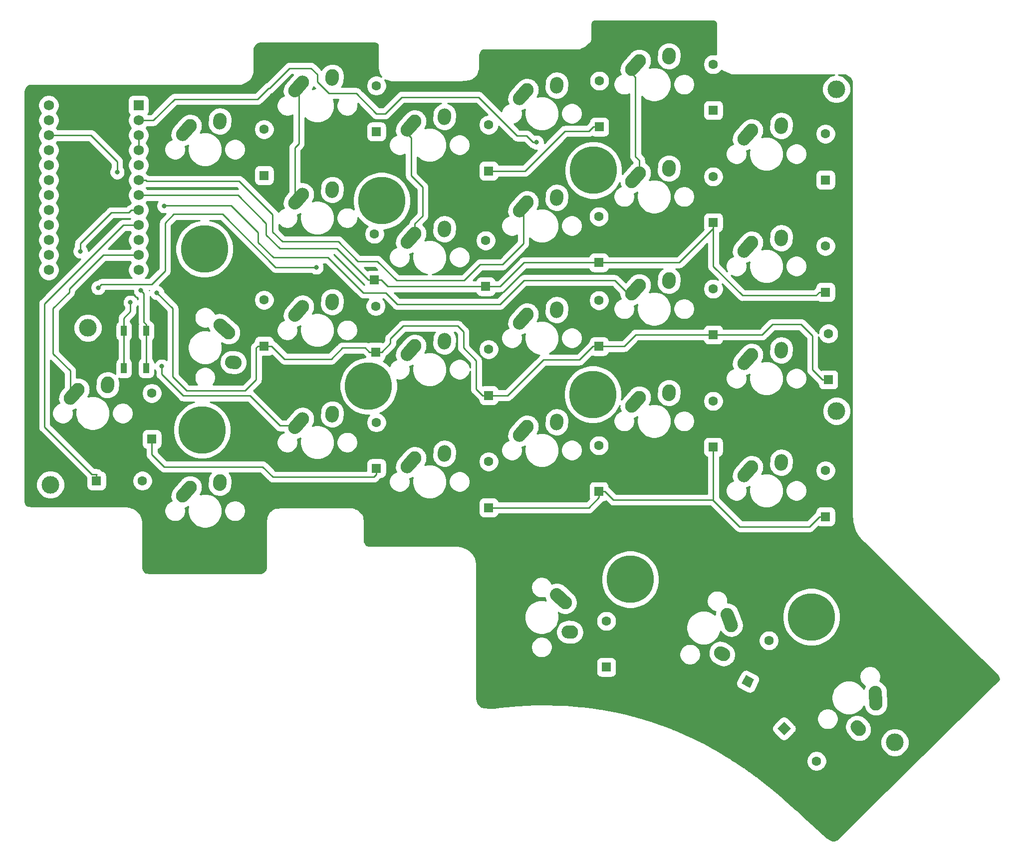
<source format=gbr>
G04 #@! TF.GenerationSoftware,KiCad,Pcbnew,(5.1.6-0-10_14)*
G04 #@! TF.CreationDate,2020-08-23T00:26:13+08:00*
G04 #@! TF.ProjectId,Geopad,47656f70-6164-42e6-9b69-6361645f7063,rev?*
G04 #@! TF.SameCoordinates,Original*
G04 #@! TF.FileFunction,Copper,L2,Bot*
G04 #@! TF.FilePolarity,Positive*
%FSLAX46Y46*%
G04 Gerber Fmt 4.6, Leading zero omitted, Abs format (unit mm)*
G04 Created by KiCad (PCBNEW (5.1.6-0-10_14)) date 2020-08-23 00:26:13*
%MOMM*%
%LPD*%
G01*
G04 APERTURE LIST*
G04 #@! TA.AperFunction,ComponentPad*
%ADD10C,2.250000*%
G04 #@! TD*
G04 #@! TA.AperFunction,ComponentPad*
%ADD11C,8.000000*%
G04 #@! TD*
G04 #@! TA.AperFunction,ComponentPad*
%ADD12C,3.000000*%
G04 #@! TD*
G04 #@! TA.AperFunction,ComponentPad*
%ADD13R,1.600000X1.600000*%
G04 #@! TD*
G04 #@! TA.AperFunction,ComponentPad*
%ADD14C,1.600000*%
G04 #@! TD*
G04 #@! TA.AperFunction,ComponentPad*
%ADD15C,0.100000*%
G04 #@! TD*
G04 #@! TA.AperFunction,SMDPad,CuDef*
%ADD16R,1.000000X1.700000*%
G04 #@! TD*
G04 #@! TA.AperFunction,ComponentPad*
%ADD17R,1.752600X1.752600*%
G04 #@! TD*
G04 #@! TA.AperFunction,ComponentPad*
%ADD18C,1.752600*%
G04 #@! TD*
G04 #@! TA.AperFunction,ViaPad*
%ADD19C,0.800000*%
G04 #@! TD*
G04 #@! TA.AperFunction,Conductor*
%ADD20C,0.250000*%
G04 #@! TD*
G04 #@! TA.AperFunction,NonConductor*
%ADD21C,0.254000*%
G04 #@! TD*
G04 APERTURE END LIST*
D10*
X156527000Y-151182700D03*
G04 #@! TA.AperFunction,ComponentPad*
G36*
G01*
X154229655Y-149121383D02*
X154229655Y-149121383D01*
G75*
G02*
X155818317Y-149035355I837345J-751317D01*
G01*
X157278317Y-150345357D01*
G75*
G02*
X157364345Y-151934019I-751317J-837345D01*
G01*
X157364345Y-151934019D01*
G75*
G02*
X155775683Y-152020047I-837345J751317D01*
G01*
X154315683Y-150710045D01*
G75*
G02*
X154229655Y-149121383I751317J837345D01*
G01*
G37*
G04 #@! TD.AperFunction*
G04 #@! TA.AperFunction,ComponentPad*
G36*
G01*
X155904666Y-156105297D02*
X155904666Y-156105297D01*
G75*
G02*
X157104403Y-155060366I1122334J-77403D01*
G01*
X157684403Y-155100366D01*
G75*
G02*
X158729334Y-156300103I-77403J-1122334D01*
G01*
X158729334Y-156300103D01*
G75*
G02*
X157529597Y-157345034I-1122334J77403D01*
G01*
X156949597Y-157305034D01*
G75*
G02*
X155904666Y-156105297I77403J1122334D01*
G01*
G37*
G04 #@! TD.AperFunction*
X157607000Y-156222700D03*
D11*
X218313000Y-161645600D03*
X180263800Y-160235900D03*
X152019000Y-167665400D03*
X182486300Y-128778000D03*
X218389200Y-123609100D03*
X152425400Y-136956800D03*
X224675700Y-193040000D03*
X255397000Y-199402700D03*
D12*
X269544800Y-220700600D03*
X259664200Y-164465000D03*
X259638800Y-109842300D03*
X126288800Y-176974500D03*
X132638800Y-150342600D03*
D10*
X150014300Y-116065800D03*
G04 #@! TA.AperFunction,ComponentPad*
G36*
G01*
X147952983Y-118363145D02*
X147952983Y-118363145D01*
G75*
G02*
X147866955Y-116774483I751317J837345D01*
G01*
X149176957Y-115314483D01*
G75*
G02*
X150765619Y-115228455I837345J-751317D01*
G01*
X150765619Y-115228455D01*
G75*
G02*
X150851647Y-116817117I-751317J-837345D01*
G01*
X149541645Y-118277117D01*
G75*
G02*
X147952983Y-118363145I-837345J751317D01*
G01*
G37*
G04 #@! TD.AperFunction*
G04 #@! TA.AperFunction,ComponentPad*
G36*
G01*
X154936897Y-116688134D02*
X154936897Y-116688134D01*
G75*
G02*
X153891966Y-115488397I77403J1122334D01*
G01*
X153931966Y-114908397D01*
G75*
G02*
X155131703Y-113863466I1122334J-77403D01*
G01*
X155131703Y-113863466D01*
G75*
G02*
X156176634Y-115063203I-77403J-1122334D01*
G01*
X156136634Y-115643203D01*
G75*
G02*
X154936897Y-116688134I-1122334J77403D01*
G01*
G37*
G04 #@! TD.AperFunction*
X155054300Y-114985800D03*
D13*
X162539300Y-124465800D03*
D14*
X162539300Y-116665800D03*
D10*
X169064300Y-108636300D03*
G04 #@! TA.AperFunction,ComponentPad*
G36*
G01*
X167002983Y-110933645D02*
X167002983Y-110933645D01*
G75*
G02*
X166916955Y-109344983I751317J837345D01*
G01*
X168226957Y-107884983D01*
G75*
G02*
X169815619Y-107798955I837345J-751317D01*
G01*
X169815619Y-107798955D01*
G75*
G02*
X169901647Y-109387617I-751317J-837345D01*
G01*
X168591645Y-110847617D01*
G75*
G02*
X167002983Y-110933645I-837345J751317D01*
G01*
G37*
G04 #@! TD.AperFunction*
G04 #@! TA.AperFunction,ComponentPad*
G36*
G01*
X173986897Y-109258634D02*
X173986897Y-109258634D01*
G75*
G02*
X172941966Y-108058897I77403J1122334D01*
G01*
X172981966Y-107478897D01*
G75*
G02*
X174181703Y-106433966I1122334J-77403D01*
G01*
X174181703Y-106433966D01*
G75*
G02*
X175226634Y-107633703I-77403J-1122334D01*
G01*
X175186634Y-108213703D01*
G75*
G02*
X173986897Y-109258634I-1122334J77403D01*
G01*
G37*
G04 #@! TD.AperFunction*
X174104300Y-107556300D03*
D13*
X181589300Y-117036300D03*
D14*
X181589300Y-109236300D03*
D10*
X188114300Y-115303800D03*
G04 #@! TA.AperFunction,ComponentPad*
G36*
G01*
X186052983Y-117601145D02*
X186052983Y-117601145D01*
G75*
G02*
X185966955Y-116012483I751317J837345D01*
G01*
X187276957Y-114552483D01*
G75*
G02*
X188865619Y-114466455I837345J-751317D01*
G01*
X188865619Y-114466455D01*
G75*
G02*
X188951647Y-116055117I-751317J-837345D01*
G01*
X187641645Y-117515117D01*
G75*
G02*
X186052983Y-117601145I-837345J751317D01*
G01*
G37*
G04 #@! TD.AperFunction*
G04 #@! TA.AperFunction,ComponentPad*
G36*
G01*
X193036897Y-115926134D02*
X193036897Y-115926134D01*
G75*
G02*
X191991966Y-114726397I77403J1122334D01*
G01*
X192031966Y-114146397D01*
G75*
G02*
X193231703Y-113101466I1122334J-77403D01*
G01*
X193231703Y-113101466D01*
G75*
G02*
X194276634Y-114301203I-77403J-1122334D01*
G01*
X194236634Y-114881203D01*
G75*
G02*
X193036897Y-115926134I-1122334J77403D01*
G01*
G37*
G04 #@! TD.AperFunction*
X193154300Y-114223800D03*
D13*
X200639300Y-123703800D03*
D14*
X200639300Y-115903800D03*
D10*
X207164300Y-109969800D03*
G04 #@! TA.AperFunction,ComponentPad*
G36*
G01*
X205102983Y-112267145D02*
X205102983Y-112267145D01*
G75*
G02*
X205016955Y-110678483I751317J837345D01*
G01*
X206326957Y-109218483D01*
G75*
G02*
X207915619Y-109132455I837345J-751317D01*
G01*
X207915619Y-109132455D01*
G75*
G02*
X208001647Y-110721117I-751317J-837345D01*
G01*
X206691645Y-112181117D01*
G75*
G02*
X205102983Y-112267145I-837345J751317D01*
G01*
G37*
G04 #@! TD.AperFunction*
G04 #@! TA.AperFunction,ComponentPad*
G36*
G01*
X212086897Y-110592134D02*
X212086897Y-110592134D01*
G75*
G02*
X211041966Y-109392397I77403J1122334D01*
G01*
X211081966Y-108812397D01*
G75*
G02*
X212281703Y-107767466I1122334J-77403D01*
G01*
X212281703Y-107767466D01*
G75*
G02*
X213326634Y-108967203I-77403J-1122334D01*
G01*
X213286634Y-109547203D01*
G75*
G02*
X212086897Y-110592134I-1122334J77403D01*
G01*
G37*
G04 #@! TD.AperFunction*
X212204300Y-108889800D03*
D13*
X219417900Y-116218800D03*
D14*
X219417900Y-108418800D03*
D10*
X226214300Y-105016800D03*
G04 #@! TA.AperFunction,ComponentPad*
G36*
G01*
X224152983Y-107314145D02*
X224152983Y-107314145D01*
G75*
G02*
X224066955Y-105725483I751317J837345D01*
G01*
X225376957Y-104265483D01*
G75*
G02*
X226965619Y-104179455I837345J-751317D01*
G01*
X226965619Y-104179455D01*
G75*
G02*
X227051647Y-105768117I-751317J-837345D01*
G01*
X225741645Y-107228117D01*
G75*
G02*
X224152983Y-107314145I-837345J751317D01*
G01*
G37*
G04 #@! TD.AperFunction*
G04 #@! TA.AperFunction,ComponentPad*
G36*
G01*
X231136897Y-105639134D02*
X231136897Y-105639134D01*
G75*
G02*
X230091966Y-104439397I77403J1122334D01*
G01*
X230131966Y-103859397D01*
G75*
G02*
X231331703Y-102814466I1122334J-77403D01*
G01*
X231331703Y-102814466D01*
G75*
G02*
X232376634Y-104014203I-77403J-1122334D01*
G01*
X232336634Y-104594203D01*
G75*
G02*
X231136897Y-105639134I-1122334J77403D01*
G01*
G37*
G04 #@! TD.AperFunction*
X231254300Y-103936800D03*
D13*
X238739300Y-113416800D03*
D14*
X238739300Y-105616800D03*
D10*
X245264300Y-116827800D03*
G04 #@! TA.AperFunction,ComponentPad*
G36*
G01*
X243202983Y-119125145D02*
X243202983Y-119125145D01*
G75*
G02*
X243116955Y-117536483I751317J837345D01*
G01*
X244426957Y-116076483D01*
G75*
G02*
X246015619Y-115990455I837345J-751317D01*
G01*
X246015619Y-115990455D01*
G75*
G02*
X246101647Y-117579117I-751317J-837345D01*
G01*
X244791645Y-119039117D01*
G75*
G02*
X243202983Y-119125145I-837345J751317D01*
G01*
G37*
G04 #@! TD.AperFunction*
G04 #@! TA.AperFunction,ComponentPad*
G36*
G01*
X250186897Y-117450134D02*
X250186897Y-117450134D01*
G75*
G02*
X249141966Y-116250397I77403J1122334D01*
G01*
X249181966Y-115670397D01*
G75*
G02*
X250381703Y-114625466I1122334J-77403D01*
G01*
X250381703Y-114625466D01*
G75*
G02*
X251426634Y-115825203I-77403J-1122334D01*
G01*
X251386634Y-116405203D01*
G75*
G02*
X250186897Y-117450134I-1122334J77403D01*
G01*
G37*
G04 #@! TD.AperFunction*
X250304300Y-115747800D03*
D13*
X257789300Y-125227800D03*
D14*
X257789300Y-117427800D03*
D10*
X169064300Y-127686300D03*
G04 #@! TA.AperFunction,ComponentPad*
G36*
G01*
X167002983Y-129983645D02*
X167002983Y-129983645D01*
G75*
G02*
X166916955Y-128394983I751317J837345D01*
G01*
X168226957Y-126934983D01*
G75*
G02*
X169815619Y-126848955I837345J-751317D01*
G01*
X169815619Y-126848955D01*
G75*
G02*
X169901647Y-128437617I-751317J-837345D01*
G01*
X168591645Y-129897617D01*
G75*
G02*
X167002983Y-129983645I-837345J751317D01*
G01*
G37*
G04 #@! TD.AperFunction*
G04 #@! TA.AperFunction,ComponentPad*
G36*
G01*
X173986897Y-128308634D02*
X173986897Y-128308634D01*
G75*
G02*
X172941966Y-127108897I77403J1122334D01*
G01*
X172981966Y-126528897D01*
G75*
G02*
X174181703Y-125483966I1122334J-77403D01*
G01*
X174181703Y-125483966D01*
G75*
G02*
X175226634Y-126683703I-77403J-1122334D01*
G01*
X175186634Y-127263703D01*
G75*
G02*
X173986897Y-128308634I-1122334J77403D01*
G01*
G37*
G04 #@! TD.AperFunction*
X174104300Y-126606300D03*
D13*
X181267100Y-142215700D03*
D14*
X181267100Y-134415700D03*
D10*
X188114300Y-134353800D03*
G04 #@! TA.AperFunction,ComponentPad*
G36*
G01*
X186052983Y-136651145D02*
X186052983Y-136651145D01*
G75*
G02*
X185966955Y-135062483I751317J837345D01*
G01*
X187276957Y-133602483D01*
G75*
G02*
X188865619Y-133516455I837345J-751317D01*
G01*
X188865619Y-133516455D01*
G75*
G02*
X188951647Y-135105117I-751317J-837345D01*
G01*
X187641645Y-136565117D01*
G75*
G02*
X186052983Y-136651145I-837345J751317D01*
G01*
G37*
G04 #@! TD.AperFunction*
G04 #@! TA.AperFunction,ComponentPad*
G36*
G01*
X193036897Y-134976134D02*
X193036897Y-134976134D01*
G75*
G02*
X191991966Y-133776397I77403J1122334D01*
G01*
X192031966Y-133196397D01*
G75*
G02*
X193231703Y-132151466I1122334J-77403D01*
G01*
X193231703Y-132151466D01*
G75*
G02*
X194276634Y-133351203I-77403J-1122334D01*
G01*
X194236634Y-133931203D01*
G75*
G02*
X193036897Y-134976134I-1122334J77403D01*
G01*
G37*
G04 #@! TD.AperFunction*
X193154300Y-133273800D03*
D13*
X200139300Y-143320600D03*
D14*
X200139300Y-135520600D03*
D10*
X207164300Y-129019800D03*
G04 #@! TA.AperFunction,ComponentPad*
G36*
G01*
X205102983Y-131317145D02*
X205102983Y-131317145D01*
G75*
G02*
X205016955Y-129728483I751317J837345D01*
G01*
X206326957Y-128268483D01*
G75*
G02*
X207915619Y-128182455I837345J-751317D01*
G01*
X207915619Y-128182455D01*
G75*
G02*
X208001647Y-129771117I-751317J-837345D01*
G01*
X206691645Y-131231117D01*
G75*
G02*
X205102983Y-131317145I-837345J751317D01*
G01*
G37*
G04 #@! TD.AperFunction*
G04 #@! TA.AperFunction,ComponentPad*
G36*
G01*
X212086897Y-129642134D02*
X212086897Y-129642134D01*
G75*
G02*
X211041966Y-128442397I77403J1122334D01*
G01*
X211081966Y-127862397D01*
G75*
G02*
X212281703Y-126817466I1122334J-77403D01*
G01*
X212281703Y-126817466D01*
G75*
G02*
X213326634Y-128017203I-77403J-1122334D01*
G01*
X213286634Y-128597203D01*
G75*
G02*
X212086897Y-129642134I-1122334J77403D01*
G01*
G37*
G04 #@! TD.AperFunction*
X212204300Y-127939800D03*
D13*
X219341700Y-139256600D03*
D14*
X219341700Y-131456600D03*
D10*
X226214300Y-124066800D03*
G04 #@! TA.AperFunction,ComponentPad*
G36*
G01*
X224152983Y-126364145D02*
X224152983Y-126364145D01*
G75*
G02*
X224066955Y-124775483I751317J837345D01*
G01*
X225376957Y-123315483D01*
G75*
G02*
X226965619Y-123229455I837345J-751317D01*
G01*
X226965619Y-123229455D01*
G75*
G02*
X227051647Y-124818117I-751317J-837345D01*
G01*
X225741645Y-126278117D01*
G75*
G02*
X224152983Y-126364145I-837345J751317D01*
G01*
G37*
G04 #@! TD.AperFunction*
G04 #@! TA.AperFunction,ComponentPad*
G36*
G01*
X231136897Y-124689134D02*
X231136897Y-124689134D01*
G75*
G02*
X230091966Y-123489397I77403J1122334D01*
G01*
X230131966Y-122909397D01*
G75*
G02*
X231331703Y-121864466I1122334J-77403D01*
G01*
X231331703Y-121864466D01*
G75*
G02*
X232376634Y-123064203I-77403J-1122334D01*
G01*
X232336634Y-123644203D01*
G75*
G02*
X231136897Y-124689134I-1122334J77403D01*
G01*
G37*
G04 #@! TD.AperFunction*
X231254300Y-122986800D03*
D13*
X238739300Y-132466800D03*
D14*
X238739300Y-124666800D03*
D10*
X245264300Y-135877800D03*
G04 #@! TA.AperFunction,ComponentPad*
G36*
G01*
X243202983Y-138175145D02*
X243202983Y-138175145D01*
G75*
G02*
X243116955Y-136586483I751317J837345D01*
G01*
X244426957Y-135126483D01*
G75*
G02*
X246015619Y-135040455I837345J-751317D01*
G01*
X246015619Y-135040455D01*
G75*
G02*
X246101647Y-136629117I-751317J-837345D01*
G01*
X244791645Y-138089117D01*
G75*
G02*
X243202983Y-138175145I-837345J751317D01*
G01*
G37*
G04 #@! TD.AperFunction*
G04 #@! TA.AperFunction,ComponentPad*
G36*
G01*
X250186897Y-136500134D02*
X250186897Y-136500134D01*
G75*
G02*
X249141966Y-135300397I77403J1122334D01*
G01*
X249181966Y-134720397D01*
G75*
G02*
X250381703Y-133675466I1122334J-77403D01*
G01*
X250381703Y-133675466D01*
G75*
G02*
X251426634Y-134875203I-77403J-1122334D01*
G01*
X251386634Y-135455203D01*
G75*
G02*
X250186897Y-136500134I-1122334J77403D01*
G01*
G37*
G04 #@! TD.AperFunction*
X250304300Y-134797800D03*
D13*
X257789300Y-144277800D03*
D14*
X257789300Y-136477800D03*
D13*
X162539300Y-153421800D03*
D14*
X162539300Y-145621800D03*
D10*
X169064300Y-146736300D03*
G04 #@! TA.AperFunction,ComponentPad*
G36*
G01*
X167002983Y-149033645D02*
X167002983Y-149033645D01*
G75*
G02*
X166916955Y-147444983I751317J837345D01*
G01*
X168226957Y-145984983D01*
G75*
G02*
X169815619Y-145898955I837345J-751317D01*
G01*
X169815619Y-145898955D01*
G75*
G02*
X169901647Y-147487617I-751317J-837345D01*
G01*
X168591645Y-148947617D01*
G75*
G02*
X167002983Y-149033645I-837345J751317D01*
G01*
G37*
G04 #@! TD.AperFunction*
G04 #@! TA.AperFunction,ComponentPad*
G36*
G01*
X173986897Y-147358634D02*
X173986897Y-147358634D01*
G75*
G02*
X172941966Y-146158897I77403J1122334D01*
G01*
X172981966Y-145578897D01*
G75*
G02*
X174181703Y-144533966I1122334J-77403D01*
G01*
X174181703Y-144533966D01*
G75*
G02*
X175226634Y-145733703I-77403J-1122334D01*
G01*
X175186634Y-146313703D01*
G75*
G02*
X173986897Y-147358634I-1122334J77403D01*
G01*
G37*
G04 #@! TD.AperFunction*
X174104300Y-145656300D03*
D13*
X181470300Y-154446000D03*
D14*
X181470300Y-146646000D03*
D10*
X188114300Y-153403800D03*
G04 #@! TA.AperFunction,ComponentPad*
G36*
G01*
X186052983Y-155701145D02*
X186052983Y-155701145D01*
G75*
G02*
X185966955Y-154112483I751317J837345D01*
G01*
X187276957Y-152652483D01*
G75*
G02*
X188865619Y-152566455I837345J-751317D01*
G01*
X188865619Y-152566455D01*
G75*
G02*
X188951647Y-154155117I-751317J-837345D01*
G01*
X187641645Y-155615117D01*
G75*
G02*
X186052983Y-155701145I-837345J751317D01*
G01*
G37*
G04 #@! TD.AperFunction*
G04 #@! TA.AperFunction,ComponentPad*
G36*
G01*
X193036897Y-154026134D02*
X193036897Y-154026134D01*
G75*
G02*
X191991966Y-152826397I77403J1122334D01*
G01*
X192031966Y-152246397D01*
G75*
G02*
X193231703Y-151201466I1122334J-77403D01*
G01*
X193231703Y-151201466D01*
G75*
G02*
X194276634Y-152401203I-77403J-1122334D01*
G01*
X194236634Y-152981203D01*
G75*
G02*
X193036897Y-154026134I-1122334J77403D01*
G01*
G37*
G04 #@! TD.AperFunction*
X193154300Y-152323800D03*
D13*
X200639300Y-161803800D03*
D14*
X200639300Y-154003800D03*
D10*
X207164300Y-148069800D03*
G04 #@! TA.AperFunction,ComponentPad*
G36*
G01*
X205102983Y-150367145D02*
X205102983Y-150367145D01*
G75*
G02*
X205016955Y-148778483I751317J837345D01*
G01*
X206326957Y-147318483D01*
G75*
G02*
X207915619Y-147232455I837345J-751317D01*
G01*
X207915619Y-147232455D01*
G75*
G02*
X208001647Y-148821117I-751317J-837345D01*
G01*
X206691645Y-150281117D01*
G75*
G02*
X205102983Y-150367145I-837345J751317D01*
G01*
G37*
G04 #@! TD.AperFunction*
G04 #@! TA.AperFunction,ComponentPad*
G36*
G01*
X212086897Y-148692134D02*
X212086897Y-148692134D01*
G75*
G02*
X211041966Y-147492397I77403J1122334D01*
G01*
X211081966Y-146912397D01*
G75*
G02*
X212281703Y-145867466I1122334J-77403D01*
G01*
X212281703Y-145867466D01*
G75*
G02*
X213326634Y-147067203I-77403J-1122334D01*
G01*
X213286634Y-147647203D01*
G75*
G02*
X212086897Y-148692134I-1122334J77403D01*
G01*
G37*
G04 #@! TD.AperFunction*
X212204300Y-146989800D03*
D13*
X219367100Y-153480600D03*
D14*
X219367100Y-145680600D03*
D10*
X226214300Y-143116800D03*
G04 #@! TA.AperFunction,ComponentPad*
G36*
G01*
X224152983Y-145414145D02*
X224152983Y-145414145D01*
G75*
G02*
X224066955Y-143825483I751317J837345D01*
G01*
X225376957Y-142365483D01*
G75*
G02*
X226965619Y-142279455I837345J-751317D01*
G01*
X226965619Y-142279455D01*
G75*
G02*
X227051647Y-143868117I-751317J-837345D01*
G01*
X225741645Y-145328117D01*
G75*
G02*
X224152983Y-145414145I-837345J751317D01*
G01*
G37*
G04 #@! TD.AperFunction*
G04 #@! TA.AperFunction,ComponentPad*
G36*
G01*
X231136897Y-143739134D02*
X231136897Y-143739134D01*
G75*
G02*
X230091966Y-142539397I77403J1122334D01*
G01*
X230131966Y-141959397D01*
G75*
G02*
X231331703Y-140914466I1122334J-77403D01*
G01*
X231331703Y-140914466D01*
G75*
G02*
X232376634Y-142114203I-77403J-1122334D01*
G01*
X232336634Y-142694203D01*
G75*
G02*
X231136897Y-143739134I-1122334J77403D01*
G01*
G37*
G04 #@! TD.AperFunction*
X231254300Y-142036800D03*
D13*
X238739300Y-151516800D03*
D14*
X238739300Y-143716800D03*
D10*
X245264300Y-154927800D03*
G04 #@! TA.AperFunction,ComponentPad*
G36*
G01*
X243202983Y-157225145D02*
X243202983Y-157225145D01*
G75*
G02*
X243116955Y-155636483I751317J837345D01*
G01*
X244426957Y-154176483D01*
G75*
G02*
X246015619Y-154090455I837345J-751317D01*
G01*
X246015619Y-154090455D01*
G75*
G02*
X246101647Y-155679117I-751317J-837345D01*
G01*
X244791645Y-157139117D01*
G75*
G02*
X243202983Y-157225145I-837345J751317D01*
G01*
G37*
G04 #@! TD.AperFunction*
G04 #@! TA.AperFunction,ComponentPad*
G36*
G01*
X250186897Y-155550134D02*
X250186897Y-155550134D01*
G75*
G02*
X249141966Y-154350397I77403J1122334D01*
G01*
X249181966Y-153770397D01*
G75*
G02*
X250381703Y-152725466I1122334J-77403D01*
G01*
X250381703Y-152725466D01*
G75*
G02*
X251426634Y-153925203I-77403J-1122334D01*
G01*
X251386634Y-154505203D01*
G75*
G02*
X250186897Y-155550134I-1122334J77403D01*
G01*
G37*
G04 #@! TD.AperFunction*
X250304300Y-153847800D03*
D13*
X258279900Y-159132100D03*
D14*
X258279900Y-151332100D03*
D10*
X130964300Y-160833300D03*
G04 #@! TA.AperFunction,ComponentPad*
G36*
G01*
X128902983Y-163130645D02*
X128902983Y-163130645D01*
G75*
G02*
X128816955Y-161541983I751317J837345D01*
G01*
X130126957Y-160081983D01*
G75*
G02*
X131715619Y-159995955I837345J-751317D01*
G01*
X131715619Y-159995955D01*
G75*
G02*
X131801647Y-161584617I-751317J-837345D01*
G01*
X130491645Y-163044617D01*
G75*
G02*
X128902983Y-163130645I-837345J751317D01*
G01*
G37*
G04 #@! TD.AperFunction*
G04 #@! TA.AperFunction,ComponentPad*
G36*
G01*
X135886897Y-161455634D02*
X135886897Y-161455634D01*
G75*
G02*
X134841966Y-160255897I77403J1122334D01*
G01*
X134881966Y-159675897D01*
G75*
G02*
X136081703Y-158630966I1122334J-77403D01*
G01*
X136081703Y-158630966D01*
G75*
G02*
X137126634Y-159830703I-77403J-1122334D01*
G01*
X137086634Y-160410703D01*
G75*
G02*
X135886897Y-161455634I-1122334J77403D01*
G01*
G37*
G04 #@! TD.AperFunction*
X136004300Y-159753300D03*
D13*
X143489300Y-169233300D03*
D14*
X143489300Y-161433300D03*
D10*
X169064300Y-165786300D03*
G04 #@! TA.AperFunction,ComponentPad*
G36*
G01*
X167002983Y-168083645D02*
X167002983Y-168083645D01*
G75*
G02*
X166916955Y-166494983I751317J837345D01*
G01*
X168226957Y-165034983D01*
G75*
G02*
X169815619Y-164948955I837345J-751317D01*
G01*
X169815619Y-164948955D01*
G75*
G02*
X169901647Y-166537617I-751317J-837345D01*
G01*
X168591645Y-167997617D01*
G75*
G02*
X167002983Y-168083645I-837345J751317D01*
G01*
G37*
G04 #@! TD.AperFunction*
G04 #@! TA.AperFunction,ComponentPad*
G36*
G01*
X173986897Y-166408634D02*
X173986897Y-166408634D01*
G75*
G02*
X172941966Y-165208897I77403J1122334D01*
G01*
X172981966Y-164628897D01*
G75*
G02*
X174181703Y-163583966I1122334J-77403D01*
G01*
X174181703Y-163583966D01*
G75*
G02*
X175226634Y-164783703I-77403J-1122334D01*
G01*
X175186634Y-165363703D01*
G75*
G02*
X173986897Y-166408634I-1122334J77403D01*
G01*
G37*
G04 #@! TD.AperFunction*
X174104300Y-164706300D03*
D13*
X181589300Y-174186300D03*
D14*
X181589300Y-166386300D03*
D10*
X188114300Y-172453800D03*
G04 #@! TA.AperFunction,ComponentPad*
G36*
G01*
X186052983Y-174751145D02*
X186052983Y-174751145D01*
G75*
G02*
X185966955Y-173162483I751317J837345D01*
G01*
X187276957Y-171702483D01*
G75*
G02*
X188865619Y-171616455I837345J-751317D01*
G01*
X188865619Y-171616455D01*
G75*
G02*
X188951647Y-173205117I-751317J-837345D01*
G01*
X187641645Y-174665117D01*
G75*
G02*
X186052983Y-174751145I-837345J751317D01*
G01*
G37*
G04 #@! TD.AperFunction*
G04 #@! TA.AperFunction,ComponentPad*
G36*
G01*
X193036897Y-173076134D02*
X193036897Y-173076134D01*
G75*
G02*
X191991966Y-171876397I77403J1122334D01*
G01*
X192031966Y-171296397D01*
G75*
G02*
X193231703Y-170251466I1122334J-77403D01*
G01*
X193231703Y-170251466D01*
G75*
G02*
X194276634Y-171451203I-77403J-1122334D01*
G01*
X194236634Y-172031203D01*
G75*
G02*
X193036897Y-173076134I-1122334J77403D01*
G01*
G37*
G04 #@! TD.AperFunction*
X193154300Y-171373800D03*
D13*
X200639300Y-180853800D03*
D14*
X200639300Y-173053800D03*
D10*
X207164300Y-167119800D03*
G04 #@! TA.AperFunction,ComponentPad*
G36*
G01*
X205102983Y-169417145D02*
X205102983Y-169417145D01*
G75*
G02*
X205016955Y-167828483I751317J837345D01*
G01*
X206326957Y-166368483D01*
G75*
G02*
X207915619Y-166282455I837345J-751317D01*
G01*
X207915619Y-166282455D01*
G75*
G02*
X208001647Y-167871117I-751317J-837345D01*
G01*
X206691645Y-169331117D01*
G75*
G02*
X205102983Y-169417145I-837345J751317D01*
G01*
G37*
G04 #@! TD.AperFunction*
G04 #@! TA.AperFunction,ComponentPad*
G36*
G01*
X212086897Y-167742134D02*
X212086897Y-167742134D01*
G75*
G02*
X211041966Y-166542397I77403J1122334D01*
G01*
X211081966Y-165962397D01*
G75*
G02*
X212281703Y-164917466I1122334J-77403D01*
G01*
X212281703Y-164917466D01*
G75*
G02*
X213326634Y-166117203I-77403J-1122334D01*
G01*
X213286634Y-166697203D01*
G75*
G02*
X212086897Y-167742134I-1122334J77403D01*
G01*
G37*
G04 #@! TD.AperFunction*
X212204300Y-166039800D03*
D13*
X219341700Y-178105900D03*
D14*
X219341700Y-170305900D03*
D10*
X226214300Y-162166800D03*
G04 #@! TA.AperFunction,ComponentPad*
G36*
G01*
X224152983Y-164464145D02*
X224152983Y-164464145D01*
G75*
G02*
X224066955Y-162875483I751317J837345D01*
G01*
X225376957Y-161415483D01*
G75*
G02*
X226965619Y-161329455I837345J-751317D01*
G01*
X226965619Y-161329455D01*
G75*
G02*
X227051647Y-162918117I-751317J-837345D01*
G01*
X225741645Y-164378117D01*
G75*
G02*
X224152983Y-164464145I-837345J751317D01*
G01*
G37*
G04 #@! TD.AperFunction*
G04 #@! TA.AperFunction,ComponentPad*
G36*
G01*
X231136897Y-162789134D02*
X231136897Y-162789134D01*
G75*
G02*
X230091966Y-161589397I77403J1122334D01*
G01*
X230131966Y-161009397D01*
G75*
G02*
X231331703Y-159964466I1122334J-77403D01*
G01*
X231331703Y-159964466D01*
G75*
G02*
X232376634Y-161164203I-77403J-1122334D01*
G01*
X232336634Y-161744203D01*
G75*
G02*
X231136897Y-162789134I-1122334J77403D01*
G01*
G37*
G04 #@! TD.AperFunction*
X231254300Y-161086800D03*
D13*
X238739300Y-170566800D03*
D14*
X238739300Y-162766800D03*
D10*
X245264300Y-173977800D03*
G04 #@! TA.AperFunction,ComponentPad*
G36*
G01*
X243202983Y-176275145D02*
X243202983Y-176275145D01*
G75*
G02*
X243116955Y-174686483I751317J837345D01*
G01*
X244426957Y-173226483D01*
G75*
G02*
X246015619Y-173140455I837345J-751317D01*
G01*
X246015619Y-173140455D01*
G75*
G02*
X246101647Y-174729117I-751317J-837345D01*
G01*
X244791645Y-176189117D01*
G75*
G02*
X243202983Y-176275145I-837345J751317D01*
G01*
G37*
G04 #@! TD.AperFunction*
G04 #@! TA.AperFunction,ComponentPad*
G36*
G01*
X250186897Y-174600134D02*
X250186897Y-174600134D01*
G75*
G02*
X249141966Y-173400397I77403J1122334D01*
G01*
X249181966Y-172820397D01*
G75*
G02*
X250381703Y-171775466I1122334J-77403D01*
G01*
X250381703Y-171775466D01*
G75*
G02*
X251426634Y-172975203I-77403J-1122334D01*
G01*
X251386634Y-173555203D01*
G75*
G02*
X250186897Y-174600134I-1122334J77403D01*
G01*
G37*
G04 #@! TD.AperFunction*
X250304300Y-172897800D03*
D13*
X257789300Y-182377800D03*
D14*
X257789300Y-174577800D03*
D10*
X150014300Y-177406800D03*
G04 #@! TA.AperFunction,ComponentPad*
G36*
G01*
X147952983Y-179704145D02*
X147952983Y-179704145D01*
G75*
G02*
X147866955Y-178115483I751317J837345D01*
G01*
X149176957Y-176655483D01*
G75*
G02*
X150765619Y-176569455I837345J-751317D01*
G01*
X150765619Y-176569455D01*
G75*
G02*
X150851647Y-178158117I-751317J-837345D01*
G01*
X149541645Y-179618117D01*
G75*
G02*
X147952983Y-179704145I-837345J751317D01*
G01*
G37*
G04 #@! TD.AperFunction*
G04 #@! TA.AperFunction,ComponentPad*
G36*
G01*
X154936897Y-178029134D02*
X154936897Y-178029134D01*
G75*
G02*
X153891966Y-176829397I77403J1122334D01*
G01*
X153931966Y-176249397D01*
G75*
G02*
X155131703Y-175204466I1122334J-77403D01*
G01*
X155131703Y-175204466D01*
G75*
G02*
X156176634Y-176404203I-77403J-1122334D01*
G01*
X156136634Y-176984203D01*
G75*
G02*
X154936897Y-178029134I-1122334J77403D01*
G01*
G37*
G04 #@! TD.AperFunction*
X155054300Y-176326800D03*
D13*
X134098000Y-176301400D03*
D14*
X141898000Y-176301400D03*
D10*
X213626200Y-196953500D03*
G04 #@! TA.AperFunction,ComponentPad*
G36*
G01*
X211328855Y-194892183D02*
X211328855Y-194892183D01*
G75*
G02*
X212917517Y-194806155I837345J-751317D01*
G01*
X214377517Y-196116157D01*
G75*
G02*
X214463545Y-197704819I-751317J-837345D01*
G01*
X214463545Y-197704819D01*
G75*
G02*
X212874883Y-197790847I-837345J751317D01*
G01*
X211414883Y-196480845D01*
G75*
G02*
X211328855Y-194892183I751317J837345D01*
G01*
G37*
G04 #@! TD.AperFunction*
G04 #@! TA.AperFunction,ComponentPad*
G36*
G01*
X213003866Y-201876097D02*
X213003866Y-201876097D01*
G75*
G02*
X214203603Y-200831166I1122334J-77403D01*
G01*
X214783603Y-200871166D01*
G75*
G02*
X215828534Y-202070903I-77403J-1122334D01*
G01*
X215828534Y-202070903D01*
G75*
G02*
X214628797Y-203115834I-1122334J77403D01*
G01*
X214048797Y-203075834D01*
G75*
G02*
X213003866Y-201876097I77403J1122334D01*
G01*
G37*
G04 #@! TD.AperFunction*
X214706200Y-201993500D03*
D13*
X220611700Y-207912800D03*
D14*
X220611700Y-200112800D03*
D10*
X241808002Y-200832646D03*
G04 #@! TA.AperFunction,ComponentPad*
G36*
G01*
X240696871Y-197953026D02*
X240696871Y-197953025D01*
G75*
G02*
X242151436Y-198597612I404989J-1049576D01*
G01*
X242857578Y-200427658D01*
G75*
G02*
X242212991Y-201882223I-1049576J-404989D01*
G01*
X242212991Y-201882223D01*
G75*
G02*
X240758426Y-201237636I-404989J1049576D01*
G01*
X240052284Y-199407590D01*
G75*
G02*
X240696871Y-197953025I1049576J404989D01*
G01*
G37*
G04 #@! TD.AperFunction*
G04 #@! TA.AperFunction,ComponentPad*
G36*
G01*
X239018686Y-204936179D02*
X239018686Y-204936179D01*
G75*
G02*
X240562048Y-204549807I964867J-578495D01*
G01*
X241060672Y-204848763D01*
G75*
G02*
X241447044Y-206392125I-578495J-964867D01*
G01*
X241447044Y-206392125D01*
G75*
G02*
X239903682Y-206778497I-964867J578495D01*
G01*
X239405058Y-206479541D01*
G75*
G02*
X239018686Y-204936179I578495J964867D01*
G01*
G37*
G04 #@! TD.AperFunction*
X240482177Y-205813628D03*
G04 #@! TA.AperFunction,ComponentPad*
D15*
G36*
X244984450Y-211446623D02*
G01*
X243558839Y-210720238D01*
X244285224Y-209294627D01*
X245710835Y-210021012D01*
X244984450Y-211446623D01*
G37*
G04 #@! TD.AperFunction*
D14*
X248175963Y-203420775D03*
D10*
X266343194Y-214179360D03*
G04 #@! TA.AperFunction,ComponentPad*
G36*
G01*
X266176297Y-211097320D02*
X266176297Y-211097320D01*
G75*
G02*
X267360482Y-212159843I60831J-1123354D01*
G01*
X267466546Y-214118529D01*
G75*
G02*
X266404023Y-215302714I-1123354J-60831D01*
G01*
X266404023Y-215302714D01*
G75*
G02*
X265219838Y-214240191I-60831J1123354D01*
G01*
X265113774Y-212281505D01*
G75*
G02*
X266176297Y-211097320I1123354J60831D01*
G01*
G37*
G04 #@! TD.AperFunction*
G04 #@! TA.AperFunction,ComponentPad*
G36*
G01*
X262422336Y-217220105D02*
X262422336Y-217220105D01*
G75*
G02*
X264009556Y-217329569I738878J-848342D01*
G01*
X264391394Y-217767975D01*
G75*
G02*
X264281930Y-219355195I-848342J-738878D01*
G01*
X264281930Y-219355195D01*
G75*
G02*
X262694710Y-219245731I-738878J848342D01*
G01*
X262312872Y-218807325D01*
G75*
G02*
X262422336Y-217220105I848342J738878D01*
G01*
G37*
G04 #@! TD.AperFunction*
X263543051Y-218506854D03*
G04 #@! TA.AperFunction,ComponentPad*
D15*
G36*
X249641013Y-218349284D02*
G01*
X250772384Y-217217913D01*
X251903755Y-218349284D01*
X250772384Y-219480655D01*
X249641013Y-218349284D01*
G37*
G04 #@! TD.AperFunction*
D14*
X256287816Y-223864716D03*
D16*
X138752500Y-150875600D03*
X138752500Y-157175600D03*
X142552500Y-150875600D03*
X142552500Y-157175600D03*
D17*
X141236700Y-112585500D03*
D18*
X141236700Y-115125500D03*
X141236700Y-117665500D03*
X141236700Y-120205500D03*
X141236700Y-122745500D03*
X141236700Y-125285500D03*
X141236700Y-127825500D03*
X141236700Y-130365500D03*
X141236700Y-132905500D03*
X141236700Y-135445500D03*
X141236700Y-137985500D03*
X125996700Y-140525500D03*
X125996700Y-137985500D03*
X125996700Y-135445500D03*
X125996700Y-132905500D03*
X125996700Y-130365500D03*
X125996700Y-127825500D03*
X125996700Y-125285500D03*
X125996700Y-122745500D03*
X125996700Y-120205500D03*
X125996700Y-117665500D03*
X125996700Y-115125500D03*
X141236700Y-140525500D03*
X125996700Y-112585500D03*
D19*
X139877800Y-146037300D03*
X144360900Y-144373600D03*
X131381500Y-137350500D03*
X145169040Y-156875060D03*
X171386500Y-140055600D03*
X134389710Y-143524390D03*
X145580100Y-129654300D03*
X208762600Y-118872000D03*
X141643100Y-144018000D03*
X137617200Y-123913900D03*
D20*
X138752500Y-156075600D02*
X138752500Y-150875600D01*
X138752500Y-157175600D02*
X138752500Y-156075600D01*
X141236700Y-118904775D02*
X141236700Y-120205500D01*
X141236700Y-117665500D02*
X141236700Y-118904775D01*
X139877800Y-146037300D02*
X139877800Y-147561300D01*
X138752500Y-148686600D02*
X138752500Y-150875600D01*
X139877800Y-147561300D02*
X138752500Y-148686600D01*
X218367900Y-116218800D02*
X217632400Y-116954300D01*
X219417900Y-116218800D02*
X218367900Y-116218800D01*
X217632400Y-116954300D02*
X213588600Y-116954300D01*
X206839100Y-123703800D02*
X200639300Y-123703800D01*
X213588600Y-116954300D02*
X206839100Y-123703800D01*
X257229900Y-159132100D02*
X255574800Y-157477000D01*
X258279900Y-159132100D02*
X257229900Y-159132100D01*
X255574800Y-157477000D02*
X255574800Y-151663400D01*
X255574800Y-151663400D02*
X253669800Y-149758400D01*
X253669800Y-149758400D02*
X248767600Y-149758400D01*
X247009200Y-151516800D02*
X238739300Y-151516800D01*
X248767600Y-149758400D02*
X247009200Y-151516800D01*
X238739300Y-151516800D02*
X225597000Y-151516800D01*
X223633200Y-153480600D02*
X219367100Y-153480600D01*
X225597000Y-151516800D02*
X223633200Y-153480600D01*
X218317100Y-153480600D02*
X216032200Y-155765500D01*
X219367100Y-153480600D02*
X218317100Y-153480600D01*
X216032200Y-155765500D02*
X209918300Y-155765500D01*
X203880000Y-161803800D02*
X200639300Y-161803800D01*
X209918300Y-155765500D02*
X203880000Y-161803800D01*
X199589300Y-161803800D02*
X198529400Y-160743900D01*
X200639300Y-161803800D02*
X199589300Y-161803800D01*
X198529400Y-160743900D02*
X198529400Y-155895500D01*
X198529400Y-155895500D02*
X196367400Y-153733500D01*
X196367400Y-153733500D02*
X196367400Y-151015700D01*
X196367400Y-151015700D02*
X195351400Y-149999700D01*
X195351400Y-149999700D02*
X186156600Y-149999700D01*
X186156600Y-149999700D02*
X183972200Y-152184100D01*
X183972200Y-152994100D02*
X183972200Y-152184100D01*
X182520300Y-154446000D02*
X183972200Y-152994100D01*
X181470300Y-154446000D02*
X182520300Y-154446000D01*
X180420300Y-154446000D02*
X179707800Y-153733500D01*
X181470300Y-154446000D02*
X180420300Y-154446000D01*
X179707800Y-153733500D02*
X175831500Y-153733500D01*
X175831500Y-153733500D02*
X173926500Y-155638500D01*
X173926500Y-155638500D02*
X166039800Y-155638500D01*
X163823100Y-153421800D02*
X162539300Y-153421800D01*
X166039800Y-155638500D02*
X163823100Y-153421800D01*
X144335500Y-144399000D02*
X144360900Y-144373600D01*
X147053300Y-147066000D02*
X144360900Y-144373600D01*
X149428200Y-160997900D02*
X147053300Y-158623000D01*
X161188400Y-153722700D02*
X161188400Y-159105600D01*
X147053300Y-158623000D02*
X147053300Y-147066000D01*
X159296100Y-160997900D02*
X149428200Y-160997900D01*
X162539300Y-153421800D02*
X161489300Y-153421800D01*
X161489300Y-153421800D02*
X161188400Y-153722700D01*
X161188400Y-159105600D02*
X159296100Y-160997900D01*
X138620500Y-132905500D02*
X141236700Y-132905500D01*
X134098000Y-175251400D02*
X134150100Y-175199300D01*
X125272800Y-167157400D02*
X125272800Y-146253200D01*
X125272800Y-146253200D02*
X138620500Y-132905500D01*
X134098000Y-176301400D02*
X134098000Y-175251400D01*
X134150100Y-175199300D02*
X133314700Y-175199300D01*
X133314700Y-175199300D02*
X125272800Y-167157400D01*
X256739300Y-182377800D02*
X255043300Y-184073800D01*
X257789300Y-182377800D02*
X256739300Y-182377800D01*
X255043300Y-184073800D02*
X243255800Y-184073800D01*
X238739300Y-179557300D02*
X238739300Y-170566800D01*
X220391700Y-178105900D02*
X221825700Y-179539900D01*
X219341700Y-178105900D02*
X220391700Y-178105900D01*
X243255800Y-184073800D02*
X238683800Y-179539900D01*
X221825700Y-179539900D02*
X238683800Y-179539900D01*
X238683800Y-179539900D02*
X238739300Y-179557300D01*
X201689300Y-180853800D02*
X200639300Y-180853800D01*
X217643800Y-180853800D02*
X201689300Y-180853800D01*
X219341700Y-179155900D02*
X217643800Y-180853800D01*
X219341700Y-178105900D02*
X219341700Y-179155900D01*
X181589300Y-175236300D02*
X181184600Y-175641000D01*
X181589300Y-174186300D02*
X181589300Y-175236300D01*
X181184600Y-175641000D02*
X164033200Y-175641000D01*
X164033200Y-175641000D02*
X162306000Y-173913800D01*
X162306000Y-173913800D02*
X145554700Y-173913800D01*
X143489300Y-171848400D02*
X143489300Y-169233300D01*
X145554700Y-173913800D02*
X143489300Y-171848400D01*
X139997425Y-130365500D02*
X139591025Y-130771900D01*
X141236700Y-130365500D02*
X139997425Y-130365500D01*
X139591025Y-130771900D02*
X136601200Y-130771900D01*
X136601200Y-130771900D02*
X131356100Y-136017000D01*
X131356100Y-136017000D02*
X131356100Y-137325100D01*
X131356100Y-137325100D02*
X131381500Y-137350500D01*
X256739300Y-144277800D02*
X256186300Y-144830800D01*
X257789300Y-144277800D02*
X256739300Y-144277800D01*
X256186300Y-144830800D02*
X243687600Y-144830800D01*
X238739300Y-139882500D02*
X238739300Y-132466800D01*
X243687600Y-144830800D02*
X238739300Y-139882500D01*
X232999500Y-139256600D02*
X238739300Y-133516800D01*
X238739300Y-133516800D02*
X238739300Y-132466800D01*
X219341700Y-139256600D02*
X232999500Y-139256600D01*
X219341700Y-139256600D02*
X206627900Y-139256600D01*
X202563900Y-143320600D02*
X200139300Y-143320600D01*
X206627900Y-139256600D02*
X202563900Y-143320600D01*
X200139300Y-143320600D02*
X183516100Y-143320600D01*
X182411200Y-142215700D02*
X181267100Y-142215700D01*
X183516100Y-143320600D02*
X182411200Y-142215700D01*
X165212889Y-136855200D02*
X162897389Y-134539700D01*
X180217100Y-142215700D02*
X174856600Y-136855200D01*
X142475975Y-127825500D02*
X141236700Y-127825500D01*
X162897389Y-134539700D02*
X162897389Y-132609300D01*
X158113589Y-127825500D02*
X142475975Y-127825500D01*
X181267100Y-142215700D02*
X180217100Y-142215700D01*
X162897389Y-132609300D02*
X158113589Y-127825500D01*
X174856600Y-136855200D02*
X165212889Y-136855200D01*
X167754300Y-129146300D02*
X167754300Y-119773700D01*
X167754300Y-119773700D02*
X168414700Y-119113300D01*
X168414700Y-110756700D02*
X167754300Y-110096300D01*
X168414700Y-119113300D02*
X168414700Y-110756700D01*
X167449500Y-166941500D02*
X167754300Y-167246300D01*
X145169040Y-158211940D02*
X148811409Y-161854309D01*
X165214300Y-166941500D02*
X167449500Y-166941500D01*
X145169040Y-156875060D02*
X145169040Y-158211940D01*
X148811409Y-161854309D02*
X160127109Y-161854309D01*
X160127109Y-161854309D02*
X165214300Y-166941500D01*
X188114300Y-132662300D02*
X188114300Y-134353800D01*
X189445900Y-131330700D02*
X188114300Y-132662300D01*
X186804300Y-117424200D02*
X187490100Y-118110000D01*
X186804300Y-116763800D02*
X186804300Y-117424200D01*
X187490100Y-118110000D02*
X187490100Y-124498100D01*
X187490100Y-124498100D02*
X189445900Y-126453900D01*
X189445900Y-126453900D02*
X189445900Y-131330700D01*
X147243800Y-131051300D02*
X145745200Y-132549900D01*
X145745200Y-132549900D02*
X145745200Y-140651089D01*
X134964002Y-142950098D02*
X134789709Y-143124391D01*
X145745200Y-140651089D02*
X143446191Y-142950098D01*
X143446191Y-142950098D02*
X134964002Y-142950098D01*
X155498800Y-131051300D02*
X147243800Y-131051300D01*
X164503100Y-140055600D02*
X155498800Y-131051300D01*
X171386500Y-140055600D02*
X164503100Y-140055600D01*
X134789709Y-143124391D02*
X134389710Y-143524390D01*
X142475975Y-125285500D02*
X142666475Y-125476000D01*
X141236700Y-125285500D02*
X142475975Y-125285500D01*
X142666475Y-125476000D02*
X158318200Y-125476000D01*
X158318200Y-125476000D02*
X163347400Y-130505200D01*
X163347400Y-130505200D02*
X163372800Y-130505200D01*
X163372800Y-130505200D02*
X164007800Y-131140200D01*
X164007800Y-131140200D02*
X164007800Y-134061200D01*
X164007800Y-134061200D02*
X165658800Y-135712200D01*
X165658800Y-135712200D02*
X175120300Y-135712200D01*
X175120300Y-135712200D02*
X178447700Y-139039600D01*
X178447700Y-139039600D02*
X181749700Y-139039600D01*
X181749700Y-139039600D02*
X185013600Y-142303500D01*
X185013600Y-142303500D02*
X196481700Y-142303500D01*
X196481700Y-142303500D02*
X199174100Y-139611100D01*
X199174100Y-139611100D02*
X202971400Y-139611100D01*
X202971400Y-139611100D02*
X206540100Y-136042400D01*
X206540100Y-131165600D02*
X205854300Y-130479800D01*
X206540100Y-136042400D02*
X206540100Y-131165600D01*
X224904300Y-106476800D02*
X224904300Y-107162600D01*
X224904300Y-107162600D02*
X225552000Y-107810300D01*
X225552000Y-107810300D02*
X225552000Y-121246900D01*
X226214300Y-121909200D02*
X226214300Y-124066800D01*
X225552000Y-121246900D02*
X226214300Y-121909200D01*
X224904300Y-144576800D02*
X224320100Y-144576800D01*
X224320100Y-144576800D02*
X222021400Y-142278100D01*
X222021400Y-142278100D02*
X206603600Y-142278100D01*
X206603600Y-142278100D02*
X202539600Y-146342100D01*
X202539600Y-146342100D02*
X187096400Y-146342100D01*
X187096400Y-146342100D02*
X185140600Y-146342100D01*
X185140600Y-146342100D02*
X183172100Y-144373600D01*
X183172100Y-144373600D02*
X179362100Y-144373600D01*
X179362100Y-144373600D02*
X173405800Y-138417300D01*
X173405800Y-138417300D02*
X164096700Y-138417300D01*
X164096700Y-138417300D02*
X161518600Y-135839200D01*
X161518600Y-135839200D02*
X161518600Y-134162800D01*
X161518600Y-134162800D02*
X156972000Y-129616200D01*
X156972000Y-129616200D02*
X145618200Y-129616200D01*
X145618200Y-129616200D02*
X145580100Y-129654300D01*
X147345400Y-111518700D02*
X143738600Y-115125500D01*
X161455100Y-111518700D02*
X147345400Y-111518700D01*
X163322000Y-109651800D02*
X161455100Y-111518700D01*
X166839900Y-106273600D02*
X163461700Y-109651800D01*
X171564300Y-107327700D02*
X170510200Y-106273600D01*
X208762600Y-118872000D02*
X208196915Y-118872000D01*
X205460600Y-117741700D02*
X198907400Y-111188500D01*
X198907400Y-111188500D02*
X185889900Y-111188500D01*
X208196915Y-118872000D02*
X207066615Y-117741700D01*
X143738600Y-115125500D02*
X141236700Y-115125500D01*
X183108600Y-113969800D02*
X181610000Y-113969800D01*
X207066615Y-117741700D02*
X205460600Y-117741700D01*
X185889900Y-111188500D02*
X183108600Y-113969800D01*
X163461700Y-109651800D02*
X163322000Y-109651800D01*
X181610000Y-113969800D02*
X178168300Y-110528100D01*
X170510200Y-106273600D02*
X166839900Y-106273600D01*
X178168300Y-110528100D02*
X173520100Y-110528100D01*
X171564300Y-108572300D02*
X171564300Y-107327700D01*
X173520100Y-110528100D02*
X171564300Y-108572300D01*
X129654300Y-162293300D02*
X129654300Y-157645100D01*
X129654300Y-157645100D02*
X126720600Y-154711400D01*
X135269110Y-137985500D02*
X139997425Y-137985500D01*
X126720600Y-154711400D02*
X126720600Y-147054710D01*
X129494709Y-144280601D02*
X129494709Y-143759901D01*
X139997425Y-137985500D02*
X141236700Y-137985500D01*
X126720600Y-147054710D02*
X129494709Y-144280601D01*
X129494709Y-143759901D02*
X135269110Y-137985500D01*
X142552500Y-157175600D02*
X142552500Y-150875600D01*
X142552500Y-149775600D02*
X142138400Y-149361500D01*
X142552500Y-150875600D02*
X142552500Y-149775600D01*
X142138400Y-149361500D02*
X142138400Y-144487900D01*
X142113000Y-144487900D02*
X141643100Y-144018000D01*
X142138400Y-144487900D02*
X142113000Y-144487900D01*
X125996700Y-117665500D02*
X133172200Y-117665500D01*
X133172200Y-117665500D02*
X137617200Y-122110500D01*
X137617200Y-122110500D02*
X137617200Y-123913900D01*
D21*
G36*
X239176826Y-98402058D02*
G01*
X239258210Y-98737961D01*
X239258209Y-103962448D01*
X239243047Y-103956168D01*
X238909395Y-103889800D01*
X238569205Y-103889800D01*
X238235553Y-103956168D01*
X237921259Y-104086353D01*
X237638402Y-104275352D01*
X237397852Y-104515902D01*
X237208853Y-104798759D01*
X237078668Y-105113053D01*
X237012300Y-105446705D01*
X237012300Y-105786895D01*
X237078668Y-106120547D01*
X237208853Y-106434841D01*
X237397852Y-106717698D01*
X237638402Y-106958248D01*
X237921259Y-107147247D01*
X238235553Y-107277432D01*
X238569205Y-107343800D01*
X238909395Y-107343800D01*
X239243047Y-107277432D01*
X239557341Y-107147247D01*
X239840198Y-106958248D01*
X240080748Y-106717698D01*
X240160048Y-106599017D01*
X240172379Y-106614482D01*
X240176197Y-106618409D01*
X240211676Y-106661947D01*
X240246532Y-106690755D01*
X240278059Y-106723184D01*
X240324317Y-106755045D01*
X240367611Y-106790827D01*
X240407423Y-106812284D01*
X240444666Y-106837936D01*
X240496251Y-106860160D01*
X240501067Y-106862756D01*
X240542573Y-106880117D01*
X240630457Y-106917980D01*
X240635845Y-106919131D01*
X241643042Y-107340420D01*
X241689321Y-107365157D01*
X241784390Y-107393996D01*
X241879405Y-107423178D01*
X241881191Y-107423360D01*
X241882911Y-107423882D01*
X241981960Y-107433637D01*
X242080662Y-107443704D01*
X242132897Y-107438742D01*
X259281910Y-107438742D01*
X258930870Y-107508568D01*
X258489185Y-107691521D01*
X258091678Y-107957126D01*
X257753626Y-108295178D01*
X257488021Y-108692685D01*
X257305068Y-109134370D01*
X257211800Y-109603261D01*
X257211800Y-110081339D01*
X257305068Y-110550230D01*
X257488021Y-110991915D01*
X257753626Y-111389422D01*
X258091678Y-111727474D01*
X258489185Y-111993079D01*
X258930870Y-112176032D01*
X259399761Y-112269300D01*
X259877839Y-112269300D01*
X260346730Y-112176032D01*
X260788415Y-111993079D01*
X261185922Y-111727474D01*
X261523974Y-111389422D01*
X261789579Y-110991915D01*
X261972532Y-110550230D01*
X262065800Y-110081339D01*
X262065800Y-109603261D01*
X261972532Y-109134370D01*
X261789579Y-108692685D01*
X261523974Y-108295178D01*
X261185922Y-107957126D01*
X260788415Y-107691521D01*
X260346730Y-107508568D01*
X259995690Y-107438742D01*
X261186980Y-107438742D01*
X261444209Y-107559698D01*
X261709767Y-107735358D01*
X261928535Y-107928461D01*
X262077613Y-108112112D01*
X262174169Y-108295183D01*
X262223905Y-108484604D01*
X262223904Y-109584137D01*
X262223905Y-109584147D01*
X262223904Y-180227887D01*
X262223905Y-180227897D01*
X262223904Y-181850519D01*
X262223649Y-181898075D01*
X262223904Y-181900815D01*
X262223904Y-181903582D01*
X262228588Y-181951138D01*
X262338307Y-183129957D01*
X262337205Y-183168791D01*
X262347660Y-183230443D01*
X262348756Y-183242221D01*
X262356088Y-183280145D01*
X262362552Y-183318263D01*
X262365666Y-183329685D01*
X262377534Y-183391071D01*
X262392208Y-183427041D01*
X262604976Y-184207485D01*
X262606790Y-184224918D01*
X262631538Y-184304914D01*
X262640239Y-184336831D01*
X262646450Y-184353117D01*
X262651596Y-184369752D01*
X262664411Y-184400216D01*
X262694260Y-184478486D01*
X262703583Y-184493334D01*
X262883792Y-184921720D01*
X262893010Y-184955164D01*
X262922925Y-185014748D01*
X262929122Y-185029478D01*
X262945552Y-185059814D01*
X262961035Y-185090652D01*
X262969572Y-185104165D01*
X263001323Y-185162788D01*
X263023477Y-185189483D01*
X263406136Y-185795135D01*
X263430619Y-185843150D01*
X263491286Y-185920059D01*
X263551465Y-185997333D01*
X263592239Y-186032578D01*
X264309520Y-186778143D01*
X264316338Y-186786425D01*
X264344458Y-186814458D01*
X264372026Y-186843114D01*
X264380197Y-186850088D01*
X265624238Y-188090320D01*
X265624243Y-188090324D01*
X286634391Y-209036431D01*
X287060632Y-209461393D01*
X287149242Y-209645821D01*
X287209817Y-210016569D01*
X287205711Y-210059889D01*
X287177939Y-210131747D01*
X287111073Y-210215217D01*
X262702785Y-234244395D01*
X262702781Y-234244398D01*
X262669620Y-234277045D01*
X262630885Y-234315178D01*
X262630881Y-234315182D01*
X261335850Y-235590126D01*
X260346993Y-236563336D01*
X260346818Y-236563477D01*
X260310583Y-236599169D01*
X260275233Y-236633960D01*
X260275093Y-236634128D01*
X259942579Y-236961662D01*
X259683929Y-237186587D01*
X259489514Y-237302852D01*
X259338967Y-237360271D01*
X259136399Y-237394348D01*
X258931581Y-237372393D01*
X258460623Y-237150213D01*
X258029705Y-236821420D01*
X257290492Y-236200838D01*
X256248617Y-235265250D01*
X255285763Y-234373885D01*
X254588547Y-233724504D01*
X254586674Y-233722404D01*
X254551526Y-233690024D01*
X254516758Y-233657641D01*
X254514534Y-233655944D01*
X252786953Y-232064394D01*
X252781545Y-232058515D01*
X252749809Y-232030175D01*
X252718603Y-232001426D01*
X252712243Y-231996629D01*
X251200631Y-230646763D01*
X251194603Y-230640429D01*
X251162960Y-230613123D01*
X251131875Y-230585364D01*
X251124834Y-230580222D01*
X250051316Y-229653835D01*
X250044722Y-229647154D01*
X250013094Y-229620851D01*
X249982019Y-229594035D01*
X249974362Y-229588640D01*
X248649775Y-228487067D01*
X248642693Y-228480162D01*
X248611003Y-228454822D01*
X248579803Y-228428875D01*
X248571615Y-228423326D01*
X247549273Y-227605841D01*
X247541257Y-227598353D01*
X247509866Y-227574331D01*
X247479028Y-227549672D01*
X247469840Y-227543701D01*
X246076285Y-226477267D01*
X246067759Y-226469650D01*
X246036221Y-226446608D01*
X246005228Y-226422890D01*
X245995519Y-226416870D01*
X244909222Y-225623200D01*
X244902152Y-225617111D01*
X244868491Y-225593441D01*
X244835280Y-225569177D01*
X244827246Y-225564440D01*
X243936856Y-224938344D01*
X243928411Y-224931377D01*
X243895557Y-224909304D01*
X243863254Y-224886589D01*
X243853745Y-224881212D01*
X242660887Y-224079771D01*
X242652699Y-224073291D01*
X242619070Y-224051675D01*
X242585819Y-224029335D01*
X242576605Y-224024380D01*
X242063579Y-223694621D01*
X254560816Y-223694621D01*
X254560816Y-224034811D01*
X254627184Y-224368463D01*
X254757369Y-224682757D01*
X254946368Y-224965614D01*
X255186918Y-225206164D01*
X255469775Y-225395163D01*
X255784069Y-225525348D01*
X256117721Y-225591716D01*
X256457911Y-225591716D01*
X256791563Y-225525348D01*
X257105857Y-225395163D01*
X257388714Y-225206164D01*
X257629264Y-224965614D01*
X257818263Y-224682757D01*
X257948448Y-224368463D01*
X258014816Y-224034811D01*
X258014816Y-223694621D01*
X257948448Y-223360969D01*
X257818263Y-223046675D01*
X257629264Y-222763818D01*
X257388714Y-222523268D01*
X257105857Y-222334269D01*
X256791563Y-222204084D01*
X256457911Y-222137716D01*
X256117721Y-222137716D01*
X255784069Y-222204084D01*
X255469775Y-222334269D01*
X255186918Y-222523268D01*
X254946368Y-222763818D01*
X254757369Y-223046675D01*
X254627184Y-223360969D01*
X254560816Y-223694621D01*
X242063579Y-223694621D01*
X241494875Y-223329074D01*
X241486130Y-223322452D01*
X241452461Y-223301812D01*
X241419226Y-223280449D01*
X241409458Y-223275449D01*
X240437101Y-222679355D01*
X240429246Y-222673636D01*
X240394052Y-222652964D01*
X240359342Y-222631685D01*
X240350622Y-222627454D01*
X239470894Y-222110716D01*
X239463116Y-222105271D01*
X239427429Y-222085186D01*
X239392086Y-222064426D01*
X239383460Y-222060439D01*
X238426731Y-221521979D01*
X238419099Y-221516837D01*
X238382790Y-221497249D01*
X238346823Y-221477006D01*
X238338396Y-221473299D01*
X237509003Y-221025851D01*
X237502196Y-221021419D01*
X237464577Y-221001883D01*
X237427335Y-220981792D01*
X237419856Y-220978660D01*
X236692320Y-220600854D01*
X236686137Y-220596952D01*
X236647522Y-220577591D01*
X236609252Y-220557717D01*
X236602475Y-220555004D01*
X235939034Y-220222355D01*
X235931609Y-220217843D01*
X235894004Y-220199777D01*
X235856621Y-220181033D01*
X235848491Y-220177912D01*
X235036122Y-219787633D01*
X235029440Y-219783710D01*
X234990708Y-219765816D01*
X234952169Y-219747301D01*
X234944875Y-219744641D01*
X234446893Y-219514574D01*
X234440314Y-219510840D01*
X234401120Y-219493427D01*
X234362165Y-219475430D01*
X234355016Y-219472944D01*
X233317329Y-219011928D01*
X233307491Y-219006623D01*
X233271250Y-218991456D01*
X233235337Y-218975501D01*
X233224723Y-218971985D01*
X232086287Y-218495551D01*
X232072345Y-218488570D01*
X232039772Y-218476085D01*
X232007594Y-218462618D01*
X231992690Y-218458037D01*
X231708969Y-218349284D01*
X248709528Y-218349284D01*
X248727426Y-218531008D01*
X248780433Y-218705748D01*
X248866512Y-218866789D01*
X248982354Y-219007943D01*
X250113725Y-220139314D01*
X250254879Y-220255156D01*
X250415920Y-220341235D01*
X250590660Y-220394242D01*
X250772384Y-220412140D01*
X250954108Y-220394242D01*
X251128848Y-220341235D01*
X251289889Y-220255156D01*
X251431043Y-220139314D01*
X252562414Y-219007943D01*
X252678256Y-218866789D01*
X252764335Y-218705748D01*
X252817342Y-218531008D01*
X252835240Y-218349284D01*
X252817342Y-218167560D01*
X252764335Y-217992820D01*
X252678256Y-217831779D01*
X252562414Y-217690625D01*
X251431043Y-216559254D01*
X251399444Y-216533321D01*
X256352898Y-216533321D01*
X256352898Y-216888283D01*
X256422148Y-217236426D01*
X256557986Y-217564369D01*
X256755193Y-217859510D01*
X257006190Y-218110507D01*
X257301331Y-218307714D01*
X257629274Y-218443552D01*
X257977417Y-218512802D01*
X258332379Y-218512802D01*
X258680522Y-218443552D01*
X259008465Y-218307714D01*
X259303606Y-218110507D01*
X259487529Y-217926584D01*
X261104173Y-217926584D01*
X261116022Y-218330617D01*
X261206467Y-218724577D01*
X261372031Y-219093323D01*
X261547635Y-219340149D01*
X261909636Y-219755779D01*
X261949158Y-219814928D01*
X262042119Y-219907889D01*
X262061883Y-219930581D01*
X262113267Y-219979037D01*
X262234977Y-220100747D01*
X262260211Y-220117608D01*
X262282266Y-220138406D01*
X262427952Y-220229689D01*
X262571064Y-220325313D01*
X262599103Y-220336927D01*
X262624792Y-220353023D01*
X262785493Y-220414132D01*
X262944505Y-220479997D01*
X262974269Y-220485917D01*
X263002606Y-220496693D01*
X263172146Y-220525277D01*
X263340947Y-220558854D01*
X263371295Y-220558854D01*
X263401188Y-220563894D01*
X263573045Y-220558854D01*
X263745155Y-220558854D01*
X263774918Y-220552934D01*
X263805222Y-220552045D01*
X263972810Y-220513571D01*
X264141597Y-220479997D01*
X264169630Y-220468386D01*
X264199182Y-220461601D01*
X264199271Y-220461561D01*
X267117800Y-220461561D01*
X267117800Y-220939639D01*
X267211068Y-221408530D01*
X267394021Y-221850215D01*
X267659626Y-222247722D01*
X267997678Y-222585774D01*
X268395185Y-222851379D01*
X268836870Y-223034332D01*
X269305761Y-223127600D01*
X269783839Y-223127600D01*
X270252730Y-223034332D01*
X270694415Y-222851379D01*
X271091922Y-222585774D01*
X271429974Y-222247722D01*
X271695579Y-221850215D01*
X271878532Y-221408530D01*
X271971800Y-220939639D01*
X271971800Y-220461561D01*
X271878532Y-219992670D01*
X271695579Y-219550985D01*
X271429974Y-219153478D01*
X271091922Y-218815426D01*
X270694415Y-218549821D01*
X270252730Y-218366868D01*
X269783839Y-218273600D01*
X269305761Y-218273600D01*
X268836870Y-218366868D01*
X268395185Y-218549821D01*
X267997678Y-218815426D01*
X267659626Y-219153478D01*
X267394021Y-219550985D01*
X267211068Y-219992670D01*
X267117800Y-220461561D01*
X264199271Y-220461561D01*
X264356057Y-220391165D01*
X264515038Y-220325313D01*
X264540266Y-220308456D01*
X264567928Y-220296036D01*
X264708046Y-220196350D01*
X264851125Y-220100747D01*
X264872581Y-220079291D01*
X264897287Y-220061714D01*
X265015267Y-219936605D01*
X265136944Y-219814928D01*
X265153800Y-219789701D01*
X265174604Y-219767640D01*
X265265914Y-219621910D01*
X265361510Y-219478841D01*
X265373120Y-219450811D01*
X265389222Y-219425113D01*
X265450354Y-219264353D01*
X265516194Y-219105400D01*
X265522112Y-219075647D01*
X265532892Y-219047299D01*
X265561487Y-218877696D01*
X265595051Y-218708958D01*
X265595051Y-218678621D01*
X265600093Y-218648716D01*
X265595051Y-218476791D01*
X265595051Y-218304750D01*
X265589133Y-218274999D01*
X265588244Y-218244682D01*
X265549754Y-218077026D01*
X265516194Y-217908308D01*
X265504587Y-217880286D01*
X265497800Y-217850723D01*
X265427338Y-217693790D01*
X265361510Y-217534867D01*
X265344659Y-217509648D01*
X265332235Y-217481977D01*
X265232516Y-217341813D01*
X265136944Y-217198780D01*
X265044013Y-217105849D01*
X264642383Y-216644719D01*
X264422000Y-216436895D01*
X264079474Y-216222277D01*
X263701660Y-216078607D01*
X263303077Y-216011406D01*
X262899044Y-216023255D01*
X262505084Y-216113700D01*
X262136338Y-216279264D01*
X261806979Y-216513586D01*
X261529662Y-216807661D01*
X261315044Y-217150187D01*
X261171374Y-217528001D01*
X261104173Y-217926584D01*
X259487529Y-217926584D01*
X259554603Y-217859510D01*
X259751810Y-217564369D01*
X259887648Y-217236426D01*
X259956898Y-216888283D01*
X259956898Y-216533321D01*
X259887648Y-216185178D01*
X259751810Y-215857235D01*
X259554603Y-215562094D01*
X259303606Y-215311097D01*
X259008465Y-215113890D01*
X258680522Y-214978052D01*
X258332379Y-214908802D01*
X257977417Y-214908802D01*
X257629274Y-214978052D01*
X257301331Y-215113890D01*
X257006190Y-215311097D01*
X256755193Y-215562094D01*
X256557986Y-215857235D01*
X256422148Y-216185178D01*
X256352898Y-216533321D01*
X251399444Y-216533321D01*
X251289889Y-216443412D01*
X251128848Y-216357333D01*
X250954108Y-216304326D01*
X250772384Y-216286428D01*
X250590660Y-216304326D01*
X250415920Y-216357333D01*
X250254879Y-216443412D01*
X250113725Y-216559254D01*
X248982354Y-217690625D01*
X248866512Y-217831779D01*
X248780433Y-217992820D01*
X248727426Y-218167560D01*
X248709528Y-218349284D01*
X231708969Y-218349284D01*
X230126892Y-217742859D01*
X230109780Y-217735060D01*
X230079833Y-217724821D01*
X230050252Y-217713482D01*
X230032101Y-217708500D01*
X228139751Y-217061477D01*
X228123829Y-217054856D01*
X228092036Y-217045163D01*
X228060590Y-217034411D01*
X228043808Y-217030459D01*
X226488328Y-216556220D01*
X226475786Y-216551385D01*
X226440099Y-216541516D01*
X226404672Y-216530715D01*
X226391489Y-216528074D01*
X225272237Y-216218554D01*
X225259930Y-216214165D01*
X225223606Y-216205106D01*
X225187565Y-216195139D01*
X225174705Y-216192910D01*
X223666154Y-215816678D01*
X223651552Y-215811956D01*
X223617219Y-215804474D01*
X223583139Y-215795974D01*
X223567962Y-215793739D01*
X222044046Y-215461620D01*
X222027078Y-215456769D01*
X221994786Y-215450884D01*
X221962708Y-215443893D01*
X221945176Y-215441843D01*
X219723887Y-215037028D01*
X219706420Y-215032690D01*
X219674289Y-215027989D01*
X219642335Y-215022166D01*
X219624393Y-215020690D01*
X218074960Y-214794016D01*
X218061511Y-214791056D01*
X218025094Y-214786721D01*
X217988763Y-214781406D01*
X217974992Y-214780757D01*
X216560851Y-214612422D01*
X216547925Y-214609922D01*
X216510767Y-214606460D01*
X216473725Y-214602051D01*
X216460568Y-214601784D01*
X215018370Y-214467429D01*
X215005118Y-214465223D01*
X214968141Y-214462750D01*
X214931271Y-214459315D01*
X214917846Y-214459386D01*
X213412083Y-214358673D01*
X213400432Y-214357006D01*
X213361749Y-214355306D01*
X213323143Y-214352724D01*
X213311387Y-214353093D01*
X212166611Y-214302788D01*
X212155871Y-214301482D01*
X212116235Y-214300575D01*
X212076619Y-214298834D01*
X212065814Y-214299421D01*
X210820402Y-214270917D01*
X210809619Y-214269835D01*
X210769973Y-214269763D01*
X210730357Y-214268856D01*
X210719556Y-214269671D01*
X209477839Y-214267406D01*
X209468675Y-214266652D01*
X209427435Y-214267314D01*
X209386146Y-214267239D01*
X209376984Y-214268125D01*
X208494310Y-214282300D01*
X208485286Y-214281717D01*
X208443911Y-214283110D01*
X208402472Y-214283775D01*
X208393479Y-214284807D01*
X207154015Y-214326521D01*
X207143255Y-214326052D01*
X207103615Y-214328218D01*
X207063937Y-214329553D01*
X207053260Y-214330969D01*
X205616201Y-214409478D01*
X205602548Y-214409245D01*
X205565824Y-214412230D01*
X205529073Y-214414238D01*
X205515591Y-214416314D01*
X203654849Y-214567569D01*
X203643963Y-214567614D01*
X203604619Y-214571652D01*
X203565146Y-214574861D01*
X203554421Y-214576805D01*
X202557881Y-214679091D01*
X202555834Y-214678906D01*
X202457344Y-214689410D01*
X202409120Y-214694360D01*
X202407116Y-214694767D01*
X202405083Y-214694984D01*
X202357576Y-214704833D01*
X202260550Y-214724548D01*
X202258657Y-214725341D01*
X201480082Y-214886757D01*
X200959821Y-214886757D01*
X199757929Y-214781644D01*
X199524461Y-214697952D01*
X199401212Y-214633574D01*
X198795085Y-214031050D01*
X198555301Y-213254270D01*
X198555301Y-212831016D01*
X258826100Y-212831016D01*
X258826100Y-213406384D01*
X258938349Y-213970695D01*
X259158532Y-214502265D01*
X259478189Y-214980665D01*
X259885035Y-215387511D01*
X260363435Y-215707168D01*
X260895005Y-215927351D01*
X261459316Y-216039600D01*
X262034684Y-216039600D01*
X262598995Y-215927351D01*
X263130565Y-215707168D01*
X263608965Y-215387511D01*
X264015811Y-214980665D01*
X264319867Y-214525613D01*
X264321795Y-214535306D01*
X264345593Y-214690382D01*
X264361161Y-214733215D01*
X264370051Y-214777906D01*
X264430079Y-214922827D01*
X264483672Y-215070276D01*
X264507297Y-215109247D01*
X264524735Y-215151347D01*
X264611890Y-215281785D01*
X264693212Y-215415932D01*
X264723982Y-215449541D01*
X264749301Y-215487434D01*
X264860240Y-215598373D01*
X264966159Y-215714066D01*
X265002892Y-215741025D01*
X265035120Y-215773253D01*
X265165574Y-215860419D01*
X265292024Y-215953223D01*
X265333312Y-215972498D01*
X265371207Y-215997819D01*
X265516150Y-216057856D01*
X265658285Y-216124212D01*
X265702544Y-216135063D01*
X265744648Y-216152503D01*
X265898518Y-216183110D01*
X266050868Y-216220461D01*
X266096390Y-216222469D01*
X266141090Y-216231360D01*
X266297986Y-216231360D01*
X266454683Y-216238271D01*
X266499718Y-216231360D01*
X266545298Y-216231360D01*
X266699179Y-216200751D01*
X266854214Y-216176960D01*
X266897038Y-216161395D01*
X266941740Y-216152503D01*
X267086707Y-216092456D01*
X267234108Y-216038880D01*
X267273065Y-216015264D01*
X267315181Y-215997819D01*
X267445666Y-215910631D01*
X267579763Y-215829341D01*
X267613361Y-215798582D01*
X267651268Y-215773253D01*
X267762245Y-215662276D01*
X267877898Y-215556394D01*
X267904848Y-215519673D01*
X267937087Y-215487434D01*
X268024286Y-215356932D01*
X268117055Y-215230528D01*
X268136322Y-215189257D01*
X268161653Y-215151347D01*
X268221713Y-215006349D01*
X268288044Y-214864267D01*
X268298891Y-214820025D01*
X268316337Y-214777906D01*
X268346954Y-214623982D01*
X268384293Y-214471684D01*
X268386300Y-214426177D01*
X268395194Y-214381464D01*
X268395194Y-214224520D01*
X268397640Y-214169060D01*
X268395194Y-214123890D01*
X268395194Y-213977256D01*
X268384283Y-213922405D01*
X268280675Y-212009066D01*
X268234727Y-211709652D01*
X268096648Y-211329758D01*
X267887108Y-210984103D01*
X267614161Y-210685968D01*
X267288296Y-210446811D01*
X266969966Y-210298198D01*
X267071852Y-210052222D01*
X267141102Y-209704079D01*
X267141102Y-209349117D01*
X267071852Y-209000974D01*
X266936014Y-208673031D01*
X266738807Y-208377890D01*
X266487810Y-208126893D01*
X266192669Y-207929686D01*
X265864726Y-207793848D01*
X265516583Y-207724598D01*
X265161621Y-207724598D01*
X264813478Y-207793848D01*
X264485535Y-207929686D01*
X264190394Y-208126893D01*
X263939397Y-208377890D01*
X263742190Y-208673031D01*
X263606352Y-209000974D01*
X263537102Y-209349117D01*
X263537102Y-209704079D01*
X263606352Y-210052222D01*
X263742190Y-210380165D01*
X263939397Y-210675306D01*
X264190394Y-210926303D01*
X264485535Y-211123510D01*
X264494344Y-211127159D01*
X264463265Y-211169506D01*
X264292276Y-211535767D01*
X264268112Y-211634329D01*
X264015811Y-211256735D01*
X263608965Y-210849889D01*
X263130565Y-210530232D01*
X262598995Y-210310049D01*
X262034684Y-210197800D01*
X261459316Y-210197800D01*
X260895005Y-210310049D01*
X260363435Y-210530232D01*
X259885035Y-210849889D01*
X259478189Y-211256735D01*
X259158532Y-211735135D01*
X258938349Y-212266705D01*
X258826100Y-212831016D01*
X198555301Y-212831016D01*
X198555301Y-210647155D01*
X242630225Y-210647155D01*
X242633811Y-210829722D01*
X242672944Y-211008083D01*
X242746122Y-211175381D01*
X242850532Y-211325189D01*
X242982162Y-211451749D01*
X243135954Y-211550197D01*
X244561565Y-212276582D01*
X244731607Y-212343136D01*
X244911367Y-212375237D01*
X245093934Y-212371651D01*
X245272295Y-212332518D01*
X245439593Y-212259340D01*
X245589401Y-212154930D01*
X245715961Y-212023300D01*
X245814409Y-211869508D01*
X246540794Y-210443897D01*
X246607348Y-210273855D01*
X246639449Y-210094095D01*
X246635863Y-209911528D01*
X246596730Y-209733167D01*
X246523552Y-209565869D01*
X246419142Y-209416061D01*
X246287512Y-209289501D01*
X246133720Y-209191053D01*
X244708109Y-208464668D01*
X244538067Y-208398114D01*
X244358307Y-208366013D01*
X244175740Y-208369599D01*
X243997379Y-208408732D01*
X243830081Y-208481910D01*
X243680273Y-208586320D01*
X243553713Y-208717950D01*
X243455265Y-208871742D01*
X242728880Y-210297353D01*
X242662326Y-210467395D01*
X242630225Y-210647155D01*
X198555301Y-210647155D01*
X198555301Y-207112800D01*
X218880215Y-207112800D01*
X218880215Y-208712800D01*
X218898113Y-208894524D01*
X218951120Y-209069264D01*
X219037199Y-209230305D01*
X219153041Y-209371459D01*
X219294195Y-209487301D01*
X219455236Y-209573380D01*
X219629976Y-209626387D01*
X219811700Y-209644285D01*
X221411700Y-209644285D01*
X221593424Y-209626387D01*
X221768164Y-209573380D01*
X221929205Y-209487301D01*
X222070359Y-209371459D01*
X222186201Y-209230305D01*
X222272280Y-209069264D01*
X222325287Y-208894524D01*
X222343185Y-208712800D01*
X222343185Y-207112800D01*
X222325287Y-206931076D01*
X222272280Y-206756336D01*
X222186201Y-206595295D01*
X222070359Y-206454141D01*
X221929205Y-206338299D01*
X221768164Y-206252220D01*
X221593424Y-206199213D01*
X221411700Y-206181315D01*
X219811700Y-206181315D01*
X219629976Y-206199213D01*
X219455236Y-206252220D01*
X219294195Y-206338299D01*
X219153041Y-206454141D01*
X219037199Y-206595295D01*
X218951120Y-206756336D01*
X218898113Y-206931076D01*
X218880215Y-207112800D01*
X198555301Y-207112800D01*
X198555301Y-204356019D01*
X207824200Y-204356019D01*
X207824200Y-204710981D01*
X207893450Y-205059124D01*
X208029288Y-205387067D01*
X208226495Y-205682208D01*
X208477492Y-205933205D01*
X208772633Y-206130412D01*
X209100576Y-206266250D01*
X209448719Y-206335500D01*
X209803681Y-206335500D01*
X210151824Y-206266250D01*
X210479767Y-206130412D01*
X210774908Y-205933205D01*
X211025905Y-205682208D01*
X211085490Y-205593032D01*
X233000728Y-205593032D01*
X233000728Y-205947994D01*
X233069978Y-206296137D01*
X233205816Y-206624080D01*
X233403023Y-206919221D01*
X233654020Y-207170218D01*
X233949161Y-207367425D01*
X234277104Y-207503263D01*
X234625247Y-207572513D01*
X234980209Y-207572513D01*
X235328352Y-207503263D01*
X235656295Y-207367425D01*
X235951436Y-207170218D01*
X236202433Y-206919221D01*
X236399640Y-206624080D01*
X236535478Y-206296137D01*
X236604728Y-205947994D01*
X236604728Y-205615568D01*
X237924096Y-205615568D01*
X237983351Y-206015409D01*
X238119473Y-206396007D01*
X238327230Y-206742737D01*
X238598639Y-207042273D01*
X238841921Y-207222755D01*
X239383920Y-207547716D01*
X239510190Y-207632087D01*
X239650240Y-207690097D01*
X239787270Y-207754931D01*
X239836628Y-207767302D01*
X239883631Y-207786771D01*
X240032294Y-207816342D01*
X240179351Y-207853199D01*
X240230175Y-207855703D01*
X240280073Y-207865628D01*
X240431655Y-207865628D01*
X240583070Y-207873087D01*
X240633402Y-207865628D01*
X240684281Y-207865628D01*
X240832954Y-207836055D01*
X240982912Y-207813832D01*
X241030822Y-207796697D01*
X241080723Y-207786771D01*
X241220777Y-207728759D01*
X241363510Y-207677710D01*
X241407153Y-207651560D01*
X241454164Y-207632087D01*
X241580213Y-207547864D01*
X241710240Y-207469953D01*
X241747943Y-207435790D01*
X241790251Y-207407521D01*
X241897446Y-207300326D01*
X242009776Y-207198544D01*
X242040090Y-207157682D01*
X242076070Y-207121702D01*
X242160296Y-206995649D01*
X242250607Y-206873913D01*
X242272365Y-206827925D01*
X242300636Y-206785615D01*
X242358652Y-206645552D01*
X242423478Y-206508537D01*
X242435847Y-206459187D01*
X242455320Y-206412174D01*
X242484898Y-206263476D01*
X242521746Y-206116454D01*
X242524249Y-206065643D01*
X242534177Y-206015732D01*
X242534177Y-205864109D01*
X242541634Y-205712735D01*
X242534177Y-205662417D01*
X242534177Y-205611524D01*
X242504596Y-205462808D01*
X242482379Y-205312895D01*
X242465249Y-205265000D01*
X242455320Y-205215082D01*
X242397288Y-205074980D01*
X242346257Y-204932297D01*
X242320116Y-204888669D01*
X242300636Y-204841641D01*
X242216382Y-204715546D01*
X242138500Y-204585567D01*
X242104350Y-204547878D01*
X242076070Y-204505554D01*
X241968834Y-204398318D01*
X241867091Y-204286031D01*
X241826245Y-204255729D01*
X241790251Y-204219735D01*
X241664149Y-204135476D01*
X241623808Y-204105549D01*
X241580489Y-204079577D01*
X241454164Y-203995169D01*
X241407398Y-203975798D01*
X240952277Y-203702925D01*
X240678460Y-203573373D01*
X240286378Y-203475105D01*
X239882659Y-203455217D01*
X239482818Y-203514472D01*
X239102220Y-203650594D01*
X238755490Y-203858351D01*
X238455954Y-204129760D01*
X238215123Y-204454391D01*
X238042252Y-204819767D01*
X237943984Y-205211849D01*
X237924096Y-205615568D01*
X236604728Y-205615568D01*
X236604728Y-205593032D01*
X236535478Y-205244889D01*
X236399640Y-204916946D01*
X236202433Y-204621805D01*
X235951436Y-204370808D01*
X235656295Y-204173601D01*
X235328352Y-204037763D01*
X234980209Y-203968513D01*
X234625247Y-203968513D01*
X234277104Y-204037763D01*
X233949161Y-204173601D01*
X233654020Y-204370808D01*
X233403023Y-204621805D01*
X233205816Y-204916946D01*
X233069978Y-205244889D01*
X233000728Y-205593032D01*
X211085490Y-205593032D01*
X211223112Y-205387067D01*
X211358950Y-205059124D01*
X211428200Y-204710981D01*
X211428200Y-204356019D01*
X211358950Y-204007876D01*
X211223112Y-203679933D01*
X211025905Y-203384792D01*
X210774908Y-203133795D01*
X210479767Y-202936588D01*
X210151824Y-202800750D01*
X209803681Y-202731500D01*
X209448719Y-202731500D01*
X209100576Y-202800750D01*
X208772633Y-202936588D01*
X208477492Y-203133795D01*
X208226495Y-203384792D01*
X208029288Y-203679933D01*
X207893450Y-204007876D01*
X207824200Y-204356019D01*
X198555301Y-204356019D01*
X198555301Y-199165816D01*
X206705300Y-199165816D01*
X206705300Y-199741184D01*
X206817549Y-200305495D01*
X207037732Y-200837065D01*
X207357389Y-201315465D01*
X207764235Y-201722311D01*
X208242635Y-202041968D01*
X208774205Y-202262151D01*
X209338516Y-202374400D01*
X209913884Y-202374400D01*
X210478195Y-202262151D01*
X211009765Y-202041968D01*
X211354480Y-201811636D01*
X212069159Y-201811636D01*
X212081007Y-202215669D01*
X212171452Y-202609630D01*
X212337017Y-202978375D01*
X212571339Y-203307734D01*
X212865413Y-203585051D01*
X213207938Y-203799669D01*
X213585753Y-203943340D01*
X213884455Y-203993702D01*
X214434339Y-204031624D01*
X214504096Y-204045500D01*
X214635537Y-204045500D01*
X214665581Y-204047572D01*
X214736240Y-204045500D01*
X214908304Y-204045500D01*
X214938056Y-204039582D01*
X214968370Y-204038693D01*
X215136002Y-204000208D01*
X215304746Y-203966643D01*
X215332774Y-203955033D01*
X215362330Y-203948248D01*
X215519217Y-203877807D01*
X215678187Y-203811959D01*
X215703415Y-203795102D01*
X215731075Y-203782683D01*
X215871185Y-203683002D01*
X216014274Y-203587393D01*
X216035731Y-203565936D01*
X216060434Y-203548361D01*
X216178398Y-203423269D01*
X216300093Y-203301574D01*
X216316952Y-203276343D01*
X216337751Y-203254287D01*
X216429050Y-203108576D01*
X216524659Y-202965487D01*
X216536270Y-202937456D01*
X216552369Y-202911762D01*
X216613495Y-202751017D01*
X216679343Y-202592046D01*
X216685262Y-202562291D01*
X216696040Y-202533947D01*
X216724635Y-202364350D01*
X216758200Y-202195604D01*
X216758200Y-202165269D01*
X216763242Y-202135364D01*
X216758200Y-201963439D01*
X216758200Y-201791396D01*
X216752282Y-201761644D01*
X216751393Y-201731331D01*
X216712909Y-201563702D01*
X216679343Y-201394954D01*
X216667733Y-201366926D01*
X216660948Y-201337370D01*
X216590507Y-201180483D01*
X216524659Y-201021513D01*
X216507802Y-200996285D01*
X216495383Y-200968625D01*
X216395702Y-200828515D01*
X216300093Y-200685426D01*
X216278636Y-200663969D01*
X216261061Y-200639266D01*
X216135962Y-200521295D01*
X216014274Y-200399607D01*
X215989046Y-200382750D01*
X215966988Y-200361949D01*
X215821268Y-200270644D01*
X215678187Y-200175041D01*
X215650156Y-200163430D01*
X215624462Y-200147331D01*
X215463712Y-200086203D01*
X215304746Y-200020357D01*
X215274993Y-200014439D01*
X215246648Y-200003660D01*
X215077044Y-199975064D01*
X214914363Y-199942705D01*
X218884700Y-199942705D01*
X218884700Y-200282895D01*
X218951068Y-200616547D01*
X219081253Y-200930841D01*
X219270252Y-201213698D01*
X219510802Y-201454248D01*
X219793659Y-201643247D01*
X220107953Y-201773432D01*
X220441605Y-201839800D01*
X220781795Y-201839800D01*
X221115447Y-201773432D01*
X221429741Y-201643247D01*
X221712598Y-201454248D01*
X221953148Y-201213698D01*
X222124991Y-200956516D01*
X234188100Y-200956516D01*
X234188100Y-201531884D01*
X234300349Y-202096195D01*
X234520532Y-202627765D01*
X234840189Y-203106165D01*
X235247035Y-203513011D01*
X235725435Y-203832668D01*
X236257005Y-204052851D01*
X236821316Y-204165100D01*
X237396684Y-204165100D01*
X237960995Y-204052851D01*
X238492565Y-203832668D01*
X238970965Y-203513011D01*
X239233296Y-203250680D01*
X246448963Y-203250680D01*
X246448963Y-203590870D01*
X246515331Y-203924522D01*
X246645516Y-204238816D01*
X246834515Y-204521673D01*
X247075065Y-204762223D01*
X247357922Y-204951222D01*
X247672216Y-205081407D01*
X248005868Y-205147775D01*
X248346058Y-205147775D01*
X248679710Y-205081407D01*
X248994004Y-204951222D01*
X249276861Y-204762223D01*
X249517411Y-204521673D01*
X249706410Y-204238816D01*
X249836595Y-203924522D01*
X249902963Y-203590870D01*
X249902963Y-203250680D01*
X249836595Y-202917028D01*
X249706410Y-202602734D01*
X249517411Y-202319877D01*
X249276861Y-202079327D01*
X248994004Y-201890328D01*
X248679710Y-201760143D01*
X248346058Y-201693775D01*
X248005868Y-201693775D01*
X247672216Y-201760143D01*
X247357922Y-201890328D01*
X247075065Y-202079327D01*
X246834515Y-202319877D01*
X246645516Y-202602734D01*
X246515331Y-202917028D01*
X246448963Y-203250680D01*
X239233296Y-203250680D01*
X239377811Y-203106165D01*
X239697468Y-202627765D01*
X239917651Y-202096195D01*
X239980155Y-201781968D01*
X239989543Y-201804633D01*
X240031850Y-201867950D01*
X240066088Y-201935952D01*
X240143867Y-202035596D01*
X240214109Y-202140720D01*
X240267956Y-202194567D01*
X240314803Y-202254583D01*
X240410524Y-202337135D01*
X240499928Y-202426539D01*
X240563250Y-202468849D01*
X240620901Y-202518569D01*
X240730886Y-202580860D01*
X240836015Y-202651105D01*
X240906367Y-202680246D01*
X240972617Y-202717767D01*
X241092655Y-202757409D01*
X241209456Y-202805789D01*
X241284138Y-202820644D01*
X241356436Y-202844520D01*
X241481904Y-202859982D01*
X241605898Y-202884646D01*
X241682039Y-202884646D01*
X241757610Y-202893959D01*
X241883686Y-202884646D01*
X242010106Y-202884646D01*
X242084787Y-202869791D01*
X242160721Y-202864182D01*
X242282555Y-202830453D01*
X242406548Y-202805789D01*
X242476896Y-202776650D01*
X242550276Y-202756335D01*
X242663187Y-202699486D01*
X242779989Y-202651105D01*
X242843302Y-202608800D01*
X242911307Y-202574561D01*
X243010953Y-202496780D01*
X243116076Y-202426539D01*
X243169922Y-202372693D01*
X243229938Y-202325846D01*
X243312492Y-202230123D01*
X243401895Y-202140720D01*
X243444203Y-202077401D01*
X243493924Y-202019749D01*
X243556216Y-201909762D01*
X243626461Y-201804633D01*
X243655603Y-201734278D01*
X243693122Y-201668032D01*
X243732761Y-201548002D01*
X243781145Y-201431192D01*
X243796001Y-201356503D01*
X243819875Y-201284212D01*
X243835336Y-201158757D01*
X243860002Y-201034750D01*
X243860002Y-200958600D01*
X243869314Y-200883038D01*
X243860002Y-200756975D01*
X243860002Y-200630542D01*
X243845146Y-200555853D01*
X243839537Y-200479927D01*
X243805811Y-200358107D01*
X243781145Y-200234100D01*
X243713386Y-200070515D01*
X243268458Y-198917433D01*
X250470000Y-198917433D01*
X250470000Y-199887967D01*
X250659342Y-200839853D01*
X251030749Y-201736510D01*
X251569949Y-202543480D01*
X252256220Y-203229751D01*
X253063190Y-203768951D01*
X253959847Y-204140358D01*
X254911733Y-204329700D01*
X255882267Y-204329700D01*
X256834153Y-204140358D01*
X257730810Y-203768951D01*
X258537780Y-203229751D01*
X259224051Y-202543480D01*
X259763251Y-201736510D01*
X260134658Y-200839853D01*
X260324000Y-199887967D01*
X260324000Y-198917433D01*
X260134658Y-197965547D01*
X259763251Y-197068890D01*
X259224051Y-196261920D01*
X258537780Y-195575649D01*
X257730810Y-195036449D01*
X256834153Y-194665042D01*
X255882267Y-194475700D01*
X254911733Y-194475700D01*
X253959847Y-194665042D01*
X253063190Y-195036449D01*
X252256220Y-195575649D01*
X251569949Y-196261920D01*
X251030749Y-197068890D01*
X250659342Y-197965547D01*
X250470000Y-198917433D01*
X243268458Y-198917433D01*
X242979997Y-198169857D01*
X242843774Y-197899297D01*
X242595059Y-197580665D01*
X242288961Y-197316679D01*
X241937245Y-197117482D01*
X241553425Y-196990728D01*
X241206801Y-196948011D01*
X241217272Y-196895368D01*
X241217272Y-196540406D01*
X241148022Y-196192263D01*
X241012184Y-195864320D01*
X240814977Y-195569179D01*
X240563980Y-195318182D01*
X240268839Y-195120975D01*
X239940896Y-194985137D01*
X239592753Y-194915887D01*
X239237791Y-194915887D01*
X238889648Y-194985137D01*
X238561705Y-195120975D01*
X238266564Y-195318182D01*
X238015567Y-195569179D01*
X237818360Y-195864320D01*
X237682522Y-196192263D01*
X237613272Y-196540406D01*
X237613272Y-196895368D01*
X237682522Y-197243511D01*
X237818360Y-197571454D01*
X238015567Y-197866595D01*
X238266564Y-198117592D01*
X238561705Y-198314799D01*
X238889648Y-198450637D01*
X239108750Y-198494219D01*
X239089987Y-198551036D01*
X239040548Y-198952210D01*
X239047947Y-199052371D01*
X238970965Y-198975389D01*
X238492565Y-198655732D01*
X237960995Y-198435549D01*
X237396684Y-198323300D01*
X236821316Y-198323300D01*
X236257005Y-198435549D01*
X235725435Y-198655732D01*
X235247035Y-198975389D01*
X234840189Y-199382235D01*
X234520532Y-199860635D01*
X234300349Y-200392205D01*
X234188100Y-200956516D01*
X222124991Y-200956516D01*
X222142147Y-200930841D01*
X222272332Y-200616547D01*
X222338700Y-200282895D01*
X222338700Y-199942705D01*
X222272332Y-199609053D01*
X222142147Y-199294759D01*
X221953148Y-199011902D01*
X221712598Y-198771352D01*
X221429741Y-198582353D01*
X221115447Y-198452168D01*
X220781795Y-198385800D01*
X220441605Y-198385800D01*
X220107953Y-198452168D01*
X219793659Y-198582353D01*
X219510802Y-198771352D01*
X219270252Y-199011902D01*
X219081253Y-199294759D01*
X218951068Y-199609053D01*
X218884700Y-199942705D01*
X214914363Y-199942705D01*
X214908304Y-199941500D01*
X214776871Y-199941500D01*
X214166818Y-199899428D01*
X213864031Y-199908307D01*
X213470070Y-199998752D01*
X213101325Y-200164317D01*
X212771966Y-200398639D01*
X212494649Y-200692713D01*
X212280031Y-201035238D01*
X212136360Y-201413053D01*
X212069159Y-201811636D01*
X211354480Y-201811636D01*
X211488165Y-201722311D01*
X211895011Y-201315465D01*
X212214668Y-200837065D01*
X212434851Y-200305495D01*
X212547100Y-199741184D01*
X212547100Y-199165816D01*
X212440329Y-198629047D01*
X212448553Y-198634541D01*
X212575031Y-198727366D01*
X212616329Y-198746646D01*
X212654213Y-198771959D01*
X212799130Y-198831985D01*
X212941294Y-198898354D01*
X212985557Y-198909206D01*
X213027654Y-198926643D01*
X213181506Y-198957246D01*
X213333876Y-198994602D01*
X213379403Y-198996610D01*
X213424096Y-199005500D01*
X213580958Y-199005500D01*
X213737691Y-199012413D01*
X213782739Y-199005500D01*
X213828304Y-199005500D01*
X213982147Y-198974899D01*
X214137222Y-198951101D01*
X214180055Y-198935533D01*
X214224746Y-198926643D01*
X214369667Y-198866615D01*
X214517116Y-198813022D01*
X214556088Y-198789397D01*
X214598187Y-198771959D01*
X214728615Y-198684810D01*
X214862772Y-198603483D01*
X214896385Y-198572709D01*
X214934274Y-198547393D01*
X215045202Y-198436465D01*
X215160907Y-198330535D01*
X215187868Y-198293799D01*
X215220093Y-198261574D01*
X215307249Y-198131135D01*
X215400064Y-198004670D01*
X215419341Y-197963378D01*
X215444659Y-197925487D01*
X215504695Y-197780546D01*
X215571052Y-197638408D01*
X215581902Y-197594153D01*
X215599343Y-197552046D01*
X215629953Y-197398158D01*
X215667300Y-197245825D01*
X215669308Y-197200310D01*
X215678200Y-197155604D01*
X215678200Y-196998698D01*
X215685111Y-196842010D01*
X215678200Y-196796975D01*
X215678200Y-196751396D01*
X215647589Y-196597505D01*
X215623799Y-196442479D01*
X215608235Y-196399659D01*
X215599343Y-196354954D01*
X215539294Y-196209982D01*
X215485720Y-196062586D01*
X215462104Y-196023629D01*
X215444659Y-195981513D01*
X215357479Y-195851040D01*
X215276181Y-195716929D01*
X215245418Y-195683327D01*
X215220093Y-195645426D01*
X215109118Y-195534451D01*
X215071631Y-195493505D01*
X215037963Y-195463296D01*
X214934274Y-195359607D01*
X214887772Y-195328535D01*
X213461575Y-194048864D01*
X213217368Y-193869636D01*
X212851106Y-193698648D01*
X212458523Y-193602400D01*
X212054709Y-193584589D01*
X211655178Y-193645902D01*
X211324999Y-193765910D01*
X211223112Y-193519933D01*
X211025905Y-193224792D01*
X210774908Y-192973795D01*
X210479767Y-192776588D01*
X210151824Y-192640750D01*
X209803681Y-192571500D01*
X209448719Y-192571500D01*
X209100576Y-192640750D01*
X208772633Y-192776588D01*
X208477492Y-192973795D01*
X208226495Y-193224792D01*
X208029288Y-193519933D01*
X207893450Y-193847876D01*
X207824200Y-194196019D01*
X207824200Y-194550981D01*
X207893450Y-194899124D01*
X208029288Y-195227067D01*
X208226495Y-195522208D01*
X208477492Y-195773205D01*
X208772633Y-195970412D01*
X209100576Y-196106250D01*
X209448719Y-196175500D01*
X209803681Y-196175500D01*
X210151824Y-196106250D01*
X210160634Y-196102601D01*
X210168602Y-196154522D01*
X210306680Y-196534416D01*
X210359287Y-196621197D01*
X209913884Y-196532600D01*
X209338516Y-196532600D01*
X208774205Y-196644849D01*
X208242635Y-196865032D01*
X207764235Y-197184689D01*
X207357389Y-197591535D01*
X207037732Y-198069935D01*
X206817549Y-198601505D01*
X206705300Y-199165816D01*
X198555301Y-199165816D01*
X198555301Y-192554733D01*
X219748700Y-192554733D01*
X219748700Y-193525267D01*
X219938042Y-194477153D01*
X220309449Y-195373810D01*
X220848649Y-196180780D01*
X221534920Y-196867051D01*
X222341890Y-197406251D01*
X223238547Y-197777658D01*
X224190433Y-197967000D01*
X225160967Y-197967000D01*
X226112853Y-197777658D01*
X227009510Y-197406251D01*
X227816480Y-196867051D01*
X228502751Y-196180780D01*
X229041951Y-195373810D01*
X229413358Y-194477153D01*
X229602700Y-193525267D01*
X229602700Y-192554733D01*
X229413358Y-191602847D01*
X229041951Y-190706190D01*
X228502751Y-189899220D01*
X227816480Y-189212949D01*
X227009510Y-188673749D01*
X226112853Y-188302342D01*
X225160967Y-188113000D01*
X224190433Y-188113000D01*
X223238547Y-188302342D01*
X222341890Y-188673749D01*
X221534920Y-189212949D01*
X220848649Y-189899220D01*
X220309449Y-190706190D01*
X219938042Y-191602847D01*
X219748700Y-192554733D01*
X198555301Y-192554733D01*
X198555301Y-190294925D01*
X198559273Y-190221744D01*
X198548143Y-190143964D01*
X198540441Y-190065762D01*
X198519163Y-189995618D01*
X198388955Y-189464241D01*
X198385461Y-189431755D01*
X198364929Y-189366192D01*
X198360649Y-189348725D01*
X198349869Y-189318100D01*
X198325003Y-189238699D01*
X198316322Y-189222802D01*
X198310309Y-189205721D01*
X198267921Y-189134170D01*
X198252341Y-189105641D01*
X198242201Y-189090756D01*
X198207197Y-189031670D01*
X198185387Y-189007357D01*
X197920144Y-188617995D01*
X197904498Y-188587093D01*
X197863322Y-188534584D01*
X197854295Y-188521333D01*
X197832206Y-188494904D01*
X197779664Y-188427901D01*
X197767420Y-188417389D01*
X197757071Y-188405007D01*
X197690771Y-188351584D01*
X197664635Y-188329145D01*
X197651505Y-188319943D01*
X197599546Y-188278076D01*
X197568854Y-188262023D01*
X197004891Y-187866805D01*
X197003860Y-187865733D01*
X196922174Y-187808838D01*
X196881961Y-187780657D01*
X196880669Y-187779929D01*
X196837857Y-187750110D01*
X196792761Y-187730401D01*
X196749876Y-187706239D01*
X196700290Y-187689987D01*
X196698939Y-187689396D01*
X196652452Y-187674307D01*
X196557637Y-187643230D01*
X196556158Y-187643051D01*
X195956462Y-187448398D01*
X195947628Y-187443676D01*
X195860321Y-187417192D01*
X195821790Y-187404685D01*
X195812077Y-187402557D01*
X195754038Y-187384951D01*
X195713489Y-187380957D01*
X195673696Y-187372239D01*
X195613068Y-187371067D01*
X195603162Y-187370091D01*
X195562610Y-187370091D01*
X195471434Y-187368328D01*
X195461579Y-187370091D01*
X180285591Y-187370091D01*
X179950065Y-187270523D01*
X179772098Y-187093624D01*
X179575926Y-186682986D01*
X179575926Y-183576925D01*
X179578809Y-183559258D01*
X179575926Y-183475944D01*
X179575926Y-183443235D01*
X179574181Y-183425519D01*
X179573566Y-183407743D01*
X179569240Y-183375350D01*
X179561066Y-183292359D01*
X179555868Y-183275223D01*
X179440759Y-182413310D01*
X179429743Y-182320416D01*
X179411723Y-182264998D01*
X179398384Y-182208269D01*
X179380518Y-182169032D01*
X179367185Y-182128030D01*
X179338698Y-182077190D01*
X179314549Y-182024156D01*
X179289369Y-181989156D01*
X179268296Y-181951547D01*
X179230444Y-181907248D01*
X179196407Y-181859936D01*
X179127986Y-181796092D01*
X178652916Y-181339528D01*
X178652373Y-181338753D01*
X178580095Y-181269544D01*
X178544293Y-181235137D01*
X178543552Y-181234553D01*
X178506255Y-181198840D01*
X178464294Y-181172100D01*
X178425212Y-181141305D01*
X178379198Y-181117873D01*
X178335650Y-181090122D01*
X178289274Y-181072081D01*
X178244940Y-181049504D01*
X178195244Y-181035500D01*
X178194359Y-181035156D01*
X178146282Y-181021703D01*
X178050222Y-180994635D01*
X178049280Y-180994561D01*
X177531065Y-180849558D01*
X177444906Y-180823422D01*
X177383337Y-180817358D01*
X177322433Y-180806611D01*
X177232486Y-180808562D01*
X165616601Y-180808562D01*
X165580711Y-180807546D01*
X165566194Y-180808562D01*
X165551633Y-180808562D01*
X165515881Y-180812083D01*
X164679413Y-180870625D01*
X164657911Y-180868798D01*
X164578673Y-180877676D01*
X164549708Y-180879703D01*
X164528563Y-180883290D01*
X164456867Y-180891323D01*
X164429035Y-180900175D01*
X164400237Y-180905060D01*
X164332827Y-180930772D01*
X164264081Y-180952636D01*
X164238510Y-180966748D01*
X164211220Y-180977157D01*
X164150125Y-181015524D01*
X164131347Y-181025887D01*
X164107419Y-181042343D01*
X164039899Y-181084745D01*
X164024216Y-181099564D01*
X163627521Y-181372384D01*
X163544732Y-181429065D01*
X163508529Y-181466095D01*
X163468950Y-181499474D01*
X163437994Y-181538241D01*
X163403308Y-181573720D01*
X163375026Y-181617099D01*
X163342718Y-181657560D01*
X163296845Y-181746219D01*
X163105689Y-182113769D01*
X163081905Y-182149013D01*
X163059131Y-182203288D01*
X163055360Y-182210540D01*
X163039603Y-182249829D01*
X163003632Y-182335558D01*
X163001991Y-182343614D01*
X162998928Y-182351252D01*
X162981814Y-182442675D01*
X162973373Y-182484114D01*
X162972535Y-182492240D01*
X162961704Y-182550098D01*
X162962184Y-182592616D01*
X162897542Y-183219464D01*
X162896853Y-183221735D01*
X162887181Y-183319940D01*
X162882235Y-183367899D01*
X162882224Y-183370264D01*
X162881993Y-183372611D01*
X162881993Y-183420689D01*
X162881540Y-183519502D01*
X162881993Y-183521835D01*
X162881992Y-191034927D01*
X162823117Y-191417187D01*
X162700029Y-191597634D01*
X162383791Y-191848960D01*
X161992921Y-192026482D01*
X143200602Y-192026482D01*
X142484395Y-191877764D01*
X142340481Y-191794302D01*
X142142778Y-191590608D01*
X142045089Y-191407053D01*
X141969780Y-191121603D01*
X141969780Y-183768828D01*
X141970236Y-183766479D01*
X141969780Y-183667861D01*
X141969780Y-183619624D01*
X141969546Y-183617248D01*
X141969535Y-183614875D01*
X141964612Y-183567149D01*
X141954920Y-183468748D01*
X141954224Y-183466454D01*
X141918156Y-183116819D01*
X141917082Y-183058952D01*
X141897030Y-182967092D01*
X141878275Y-182875026D01*
X141855884Y-182821667D01*
X141709209Y-182368595D01*
X141679284Y-182274644D01*
X141653593Y-182228139D01*
X141632352Y-182179436D01*
X141576021Y-182098428D01*
X141280382Y-181668952D01*
X141268100Y-181644164D01*
X141223143Y-181585801D01*
X141210110Y-181566868D01*
X141192367Y-181545847D01*
X141144647Y-181483898D01*
X141127235Y-181468686D01*
X141112321Y-181451017D01*
X141051186Y-181402244D01*
X141030477Y-181384151D01*
X141011777Y-181370804D01*
X140954180Y-181324853D01*
X140929601Y-181312149D01*
X140813555Y-181229319D01*
X145632300Y-181229319D01*
X145632300Y-181584281D01*
X145701550Y-181932424D01*
X145837388Y-182260367D01*
X146034595Y-182555508D01*
X146285592Y-182806505D01*
X146580733Y-183003712D01*
X146908676Y-183139550D01*
X147256819Y-183208800D01*
X147611781Y-183208800D01*
X147959924Y-183139550D01*
X148287867Y-183003712D01*
X148583008Y-182806505D01*
X148834005Y-182555508D01*
X149031212Y-182260367D01*
X149167050Y-181932424D01*
X149236300Y-181584281D01*
X149236300Y-181229319D01*
X149167050Y-180881176D01*
X149163401Y-180872366D01*
X149215322Y-180864398D01*
X149595216Y-180726320D01*
X149681997Y-180673713D01*
X149593400Y-181119116D01*
X149593400Y-181694484D01*
X149705649Y-182258795D01*
X149925832Y-182790365D01*
X150245489Y-183268765D01*
X150652335Y-183675611D01*
X151130735Y-183995268D01*
X151662305Y-184215451D01*
X152226616Y-184327700D01*
X152801984Y-184327700D01*
X153366295Y-184215451D01*
X153897865Y-183995268D01*
X154376265Y-183675611D01*
X154783111Y-183268765D01*
X155102768Y-182790365D01*
X155322951Y-182258795D01*
X155435200Y-181694484D01*
X155435200Y-181229319D01*
X155792300Y-181229319D01*
X155792300Y-181584281D01*
X155861550Y-181932424D01*
X155997388Y-182260367D01*
X156194595Y-182555508D01*
X156445592Y-182806505D01*
X156740733Y-183003712D01*
X157068676Y-183139550D01*
X157416819Y-183208800D01*
X157771781Y-183208800D01*
X158119924Y-183139550D01*
X158447867Y-183003712D01*
X158743008Y-182806505D01*
X158994005Y-182555508D01*
X159191212Y-182260367D01*
X159327050Y-181932424D01*
X159396300Y-181584281D01*
X159396300Y-181229319D01*
X159327050Y-180881176D01*
X159191212Y-180553233D01*
X158994005Y-180258092D01*
X158789713Y-180053800D01*
X198907815Y-180053800D01*
X198907815Y-181653800D01*
X198925713Y-181835524D01*
X198978720Y-182010264D01*
X199064799Y-182171305D01*
X199180641Y-182312459D01*
X199321795Y-182428301D01*
X199482836Y-182514380D01*
X199657576Y-182567387D01*
X199839300Y-182585285D01*
X201439300Y-182585285D01*
X201621024Y-182567387D01*
X201795764Y-182514380D01*
X201956805Y-182428301D01*
X202097959Y-182312459D01*
X202213801Y-182171305D01*
X202299880Y-182010264D01*
X202331569Y-181905800D01*
X217592121Y-181905800D01*
X217643800Y-181910890D01*
X217695479Y-181905800D01*
X217850028Y-181890578D01*
X218048331Y-181830424D01*
X218231088Y-181732738D01*
X218391276Y-181601276D01*
X218424231Y-181561120D01*
X220049026Y-179936326D01*
X220089176Y-179903376D01*
X220143477Y-179837210D01*
X220323424Y-179819487D01*
X220498164Y-179766480D01*
X220541412Y-179743363D01*
X221045274Y-180247226D01*
X221078224Y-180287376D01*
X221238412Y-180418838D01*
X221421169Y-180516524D01*
X221558248Y-180558106D01*
X221619472Y-180576678D01*
X221825699Y-180596990D01*
X221877378Y-180591900D01*
X238250625Y-180591900D01*
X242476777Y-184782836D01*
X242508324Y-184821276D01*
X242550175Y-184855622D01*
X242551737Y-184857171D01*
X242590012Y-184888315D01*
X242668512Y-184952738D01*
X242670474Y-184953787D01*
X242672195Y-184955187D01*
X242761796Y-185002600D01*
X242851269Y-185050424D01*
X242853393Y-185051068D01*
X242855358Y-185052108D01*
X242952566Y-185081152D01*
X243049572Y-185110578D01*
X243051782Y-185110796D01*
X243053912Y-185111432D01*
X243154933Y-185120955D01*
X243204121Y-185125800D01*
X243206324Y-185125800D01*
X243260222Y-185130881D01*
X243309686Y-185125800D01*
X254991621Y-185125800D01*
X255043300Y-185130890D01*
X255094979Y-185125800D01*
X255249528Y-185110578D01*
X255447831Y-185050424D01*
X255630588Y-184952738D01*
X255790776Y-184821276D01*
X255823731Y-184781120D01*
X256589588Y-184015263D01*
X256632836Y-184038380D01*
X256807576Y-184091387D01*
X256989300Y-184109285D01*
X258589300Y-184109285D01*
X258771024Y-184091387D01*
X258945764Y-184038380D01*
X259106805Y-183952301D01*
X259247959Y-183836459D01*
X259363801Y-183695305D01*
X259449880Y-183534264D01*
X259502887Y-183359524D01*
X259520785Y-183177800D01*
X259520785Y-181577800D01*
X259502887Y-181396076D01*
X259449880Y-181221336D01*
X259363801Y-181060295D01*
X259247959Y-180919141D01*
X259106805Y-180803299D01*
X258945764Y-180717220D01*
X258771024Y-180664213D01*
X258589300Y-180646315D01*
X256989300Y-180646315D01*
X256807576Y-180664213D01*
X256632836Y-180717220D01*
X256471795Y-180803299D01*
X256330641Y-180919141D01*
X256214799Y-181060295D01*
X256128720Y-181221336D01*
X256075713Y-181396076D01*
X256057990Y-181576023D01*
X255991824Y-181630324D01*
X255958874Y-181670474D01*
X254607549Y-183021800D01*
X243688976Y-183021800D01*
X239791300Y-179156605D01*
X239791300Y-177800319D01*
X240882300Y-177800319D01*
X240882300Y-178155281D01*
X240951550Y-178503424D01*
X241087388Y-178831367D01*
X241284595Y-179126508D01*
X241535592Y-179377505D01*
X241830733Y-179574712D01*
X242158676Y-179710550D01*
X242506819Y-179779800D01*
X242861781Y-179779800D01*
X243209924Y-179710550D01*
X243537867Y-179574712D01*
X243833008Y-179377505D01*
X244084005Y-179126508D01*
X244281212Y-178831367D01*
X244417050Y-178503424D01*
X244486300Y-178155281D01*
X244486300Y-177800319D01*
X244417050Y-177452176D01*
X244413401Y-177443366D01*
X244465322Y-177435398D01*
X244845216Y-177297320D01*
X244931997Y-177244713D01*
X244843400Y-177690116D01*
X244843400Y-178265484D01*
X244955649Y-178829795D01*
X245175832Y-179361365D01*
X245495489Y-179839765D01*
X245902335Y-180246611D01*
X246380735Y-180566268D01*
X246912305Y-180786451D01*
X247476616Y-180898700D01*
X248051984Y-180898700D01*
X248616295Y-180786451D01*
X249147865Y-180566268D01*
X249626265Y-180246611D01*
X250033111Y-179839765D01*
X250352768Y-179361365D01*
X250572951Y-178829795D01*
X250685200Y-178265484D01*
X250685200Y-177800319D01*
X251042300Y-177800319D01*
X251042300Y-178155281D01*
X251111550Y-178503424D01*
X251247388Y-178831367D01*
X251444595Y-179126508D01*
X251695592Y-179377505D01*
X251990733Y-179574712D01*
X252318676Y-179710550D01*
X252666819Y-179779800D01*
X253021781Y-179779800D01*
X253369924Y-179710550D01*
X253697867Y-179574712D01*
X253993008Y-179377505D01*
X254244005Y-179126508D01*
X254441212Y-178831367D01*
X254577050Y-178503424D01*
X254646300Y-178155281D01*
X254646300Y-177800319D01*
X254577050Y-177452176D01*
X254441212Y-177124233D01*
X254244005Y-176829092D01*
X253993008Y-176578095D01*
X253697867Y-176380888D01*
X253369924Y-176245050D01*
X253021781Y-176175800D01*
X252666819Y-176175800D01*
X252318676Y-176245050D01*
X251990733Y-176380888D01*
X251695592Y-176578095D01*
X251444595Y-176829092D01*
X251247388Y-177124233D01*
X251111550Y-177452176D01*
X251042300Y-177800319D01*
X250685200Y-177800319D01*
X250685200Y-177690116D01*
X250572951Y-177125805D01*
X250352768Y-176594235D01*
X250033111Y-176115835D01*
X249626265Y-175708989D01*
X249147865Y-175389332D01*
X248616295Y-175169149D01*
X248051984Y-175056900D01*
X247476616Y-175056900D01*
X246939847Y-175163671D01*
X246945341Y-175155447D01*
X247038166Y-175028969D01*
X247057446Y-174987671D01*
X247082759Y-174949787D01*
X247142785Y-174804870D01*
X247209154Y-174662706D01*
X247220006Y-174618443D01*
X247237443Y-174576346D01*
X247268046Y-174422494D01*
X247305402Y-174270124D01*
X247307410Y-174224597D01*
X247316300Y-174179904D01*
X247316300Y-174023042D01*
X247323213Y-173866309D01*
X247316300Y-173821261D01*
X247316300Y-173775696D01*
X247285699Y-173621853D01*
X247261901Y-173466778D01*
X247251145Y-173437182D01*
X248210228Y-173437182D01*
X248219107Y-173739969D01*
X248309552Y-174133930D01*
X248475117Y-174502675D01*
X248709439Y-174832034D01*
X249003513Y-175109351D01*
X249346038Y-175323969D01*
X249723853Y-175467640D01*
X250122436Y-175534841D01*
X250526469Y-175522993D01*
X250920430Y-175432548D01*
X251289175Y-175266983D01*
X251618534Y-175032661D01*
X251895851Y-174738587D01*
X252103173Y-174407705D01*
X256062300Y-174407705D01*
X256062300Y-174747895D01*
X256128668Y-175081547D01*
X256258853Y-175395841D01*
X256447852Y-175678698D01*
X256688402Y-175919248D01*
X256971259Y-176108247D01*
X257285553Y-176238432D01*
X257619205Y-176304800D01*
X257959395Y-176304800D01*
X258293047Y-176238432D01*
X258607341Y-176108247D01*
X258890198Y-175919248D01*
X259130748Y-175678698D01*
X259319747Y-175395841D01*
X259449932Y-175081547D01*
X259516300Y-174747895D01*
X259516300Y-174407705D01*
X259449932Y-174074053D01*
X259319747Y-173759759D01*
X259130748Y-173476902D01*
X258890198Y-173236352D01*
X258607341Y-173047353D01*
X258293047Y-172917168D01*
X257959395Y-172850800D01*
X257619205Y-172850800D01*
X257285553Y-172917168D01*
X256971259Y-173047353D01*
X256688402Y-173236352D01*
X256447852Y-173476902D01*
X256258853Y-173759759D01*
X256128668Y-174074053D01*
X256062300Y-174407705D01*
X252103173Y-174407705D01*
X252110469Y-174396062D01*
X252254140Y-174018247D01*
X252304502Y-173719545D01*
X252342424Y-173169661D01*
X252356300Y-173099904D01*
X252356300Y-172968463D01*
X252358372Y-172938419D01*
X252356300Y-172867760D01*
X252356300Y-172695696D01*
X252350382Y-172665944D01*
X252349493Y-172635630D01*
X252311008Y-172467998D01*
X252277443Y-172299254D01*
X252265833Y-172271226D01*
X252259048Y-172241670D01*
X252188607Y-172084783D01*
X252122759Y-171925813D01*
X252105902Y-171900585D01*
X252093483Y-171872925D01*
X251993802Y-171732815D01*
X251898193Y-171589726D01*
X251876736Y-171568269D01*
X251859161Y-171543566D01*
X251734069Y-171425602D01*
X251612374Y-171303907D01*
X251587143Y-171287048D01*
X251565087Y-171266249D01*
X251419376Y-171174950D01*
X251276287Y-171079341D01*
X251248256Y-171067730D01*
X251222562Y-171051631D01*
X251061817Y-170990505D01*
X250902846Y-170924657D01*
X250873091Y-170918738D01*
X250844747Y-170907960D01*
X250675150Y-170879365D01*
X250506404Y-170845800D01*
X250476069Y-170845800D01*
X250446164Y-170840758D01*
X250274239Y-170845800D01*
X250102196Y-170845800D01*
X250072444Y-170851718D01*
X250042131Y-170852607D01*
X249874502Y-170891091D01*
X249705754Y-170924657D01*
X249677726Y-170936267D01*
X249648170Y-170943052D01*
X249491283Y-171013493D01*
X249332313Y-171079341D01*
X249307085Y-171096198D01*
X249279425Y-171108617D01*
X249139315Y-171208298D01*
X248996226Y-171303907D01*
X248974769Y-171325364D01*
X248950066Y-171342939D01*
X248832095Y-171468038D01*
X248710407Y-171589726D01*
X248693550Y-171614954D01*
X248672749Y-171637012D01*
X248581444Y-171782732D01*
X248485841Y-171925813D01*
X248474230Y-171953844D01*
X248458131Y-171979538D01*
X248397003Y-172140288D01*
X248331157Y-172299254D01*
X248325239Y-172329007D01*
X248314460Y-172357352D01*
X248285864Y-172526956D01*
X248252300Y-172695696D01*
X248252300Y-172827129D01*
X248210228Y-173437182D01*
X247251145Y-173437182D01*
X247246333Y-173423945D01*
X247237443Y-173379254D01*
X247177415Y-173234333D01*
X247123822Y-173086884D01*
X247100197Y-173047912D01*
X247082759Y-173005813D01*
X246995610Y-172875385D01*
X246914283Y-172741228D01*
X246883509Y-172707615D01*
X246858193Y-172669726D01*
X246747265Y-172558798D01*
X246641335Y-172443093D01*
X246604599Y-172416132D01*
X246572374Y-172383907D01*
X246441935Y-172296751D01*
X246315470Y-172203936D01*
X246274178Y-172184659D01*
X246236287Y-172159341D01*
X246091346Y-172099305D01*
X245949208Y-172032948D01*
X245904953Y-172022098D01*
X245862846Y-172004657D01*
X245708958Y-171974047D01*
X245556625Y-171936700D01*
X245511110Y-171934692D01*
X245466404Y-171925800D01*
X245309498Y-171925800D01*
X245152810Y-171918889D01*
X245107775Y-171925800D01*
X245062196Y-171925800D01*
X244908305Y-171956411D01*
X244753279Y-171980201D01*
X244710459Y-171995765D01*
X244665754Y-172004657D01*
X244520782Y-172064706D01*
X244373386Y-172118280D01*
X244334429Y-172141896D01*
X244292313Y-172159341D01*
X244161840Y-172246521D01*
X244027729Y-172327819D01*
X243994127Y-172358582D01*
X243956226Y-172383907D01*
X243845251Y-172494882D01*
X243804305Y-172532369D01*
X243774096Y-172566037D01*
X243670407Y-172669726D01*
X243639335Y-172716228D01*
X242359664Y-174142425D01*
X242180436Y-174386632D01*
X242009448Y-174752894D01*
X241913200Y-175145477D01*
X241895389Y-175549291D01*
X241956702Y-175948822D01*
X242076710Y-176279001D01*
X241830733Y-176380888D01*
X241535592Y-176578095D01*
X241284595Y-176829092D01*
X241087388Y-177124233D01*
X240951550Y-177452176D01*
X240882300Y-177800319D01*
X239791300Y-177800319D01*
X239791300Y-172259069D01*
X239895764Y-172227380D01*
X240056805Y-172141301D01*
X240197959Y-172025459D01*
X240313801Y-171884305D01*
X240399880Y-171723264D01*
X240452887Y-171548524D01*
X240470785Y-171366800D01*
X240470785Y-169766800D01*
X240452887Y-169585076D01*
X240399880Y-169410336D01*
X240313801Y-169249295D01*
X240197959Y-169108141D01*
X240056805Y-168992299D01*
X239895764Y-168906220D01*
X239721024Y-168853213D01*
X239539300Y-168835315D01*
X237939300Y-168835315D01*
X237757576Y-168853213D01*
X237582836Y-168906220D01*
X237421795Y-168992299D01*
X237280641Y-169108141D01*
X237164799Y-169249295D01*
X237078720Y-169410336D01*
X237025713Y-169585076D01*
X237007815Y-169766800D01*
X237007815Y-171366800D01*
X237025713Y-171548524D01*
X237078720Y-171723264D01*
X237164799Y-171884305D01*
X237280641Y-172025459D01*
X237421795Y-172141301D01*
X237582836Y-172227380D01*
X237687301Y-172259069D01*
X237687300Y-178487900D01*
X222261452Y-178487900D01*
X221172131Y-177398579D01*
X221139176Y-177358424D01*
X221073010Y-177304123D01*
X221055287Y-177124176D01*
X221002280Y-176949436D01*
X220916201Y-176788395D01*
X220800359Y-176647241D01*
X220659205Y-176531399D01*
X220498164Y-176445320D01*
X220323424Y-176392313D01*
X220141700Y-176374415D01*
X218541700Y-176374415D01*
X218359976Y-176392313D01*
X218185236Y-176445320D01*
X218024195Y-176531399D01*
X217883041Y-176647241D01*
X217767199Y-176788395D01*
X217681120Y-176949436D01*
X217628113Y-177124176D01*
X217610215Y-177305900D01*
X217610215Y-178905900D01*
X217628113Y-179087624D01*
X217681120Y-179262364D01*
X217704237Y-179305612D01*
X217208049Y-179801800D01*
X202331569Y-179801800D01*
X202299880Y-179697336D01*
X202213801Y-179536295D01*
X202097959Y-179395141D01*
X201956805Y-179279299D01*
X201795764Y-179193220D01*
X201621024Y-179140213D01*
X201439300Y-179122315D01*
X199839300Y-179122315D01*
X199657576Y-179140213D01*
X199482836Y-179193220D01*
X199321795Y-179279299D01*
X199180641Y-179395141D01*
X199064799Y-179536295D01*
X198978720Y-179697336D01*
X198925713Y-179872076D01*
X198907815Y-180053800D01*
X158789713Y-180053800D01*
X158743008Y-180007095D01*
X158447867Y-179809888D01*
X158119924Y-179674050D01*
X157771781Y-179604800D01*
X157416819Y-179604800D01*
X157068676Y-179674050D01*
X156740733Y-179809888D01*
X156445592Y-180007095D01*
X156194595Y-180258092D01*
X155997388Y-180553233D01*
X155861550Y-180881176D01*
X155792300Y-181229319D01*
X155435200Y-181229319D01*
X155435200Y-181119116D01*
X155322951Y-180554805D01*
X155102768Y-180023235D01*
X154783111Y-179544835D01*
X154376265Y-179137989D01*
X153897865Y-178818332D01*
X153366295Y-178598149D01*
X152801984Y-178485900D01*
X152226616Y-178485900D01*
X151689847Y-178592671D01*
X151695341Y-178584447D01*
X151788166Y-178457969D01*
X151807446Y-178416671D01*
X151832759Y-178378787D01*
X151892785Y-178233870D01*
X151959154Y-178091706D01*
X151970006Y-178047443D01*
X151987443Y-178005346D01*
X152018046Y-177851494D01*
X152055402Y-177699124D01*
X152057410Y-177653597D01*
X152066300Y-177608904D01*
X152066300Y-177452042D01*
X152073213Y-177295309D01*
X152066300Y-177250261D01*
X152066300Y-177204696D01*
X152035699Y-177050853D01*
X152011901Y-176895778D01*
X151996333Y-176852945D01*
X151987443Y-176808254D01*
X151927415Y-176663333D01*
X151873822Y-176515884D01*
X151850197Y-176476912D01*
X151832759Y-176434813D01*
X151745610Y-176304385D01*
X151664283Y-176170228D01*
X151633509Y-176136615D01*
X151608193Y-176098726D01*
X151497265Y-175987798D01*
X151391335Y-175872093D01*
X151354599Y-175845132D01*
X151322374Y-175812907D01*
X151191935Y-175725751D01*
X151065470Y-175632936D01*
X151024178Y-175613659D01*
X150986287Y-175588341D01*
X150841346Y-175528305D01*
X150699208Y-175461948D01*
X150654953Y-175451098D01*
X150612846Y-175433657D01*
X150458958Y-175403047D01*
X150306625Y-175365700D01*
X150261110Y-175363692D01*
X150216404Y-175354800D01*
X150059498Y-175354800D01*
X149902810Y-175347889D01*
X149857775Y-175354800D01*
X149812196Y-175354800D01*
X149658305Y-175385411D01*
X149503279Y-175409201D01*
X149460459Y-175424765D01*
X149415754Y-175433657D01*
X149270782Y-175493706D01*
X149123386Y-175547280D01*
X149084429Y-175570896D01*
X149042313Y-175588341D01*
X148911840Y-175675521D01*
X148777729Y-175756819D01*
X148744127Y-175787582D01*
X148706226Y-175812907D01*
X148595251Y-175923882D01*
X148554305Y-175961369D01*
X148524096Y-175995037D01*
X148420407Y-176098726D01*
X148389335Y-176145228D01*
X147109664Y-177571425D01*
X146930436Y-177815632D01*
X146759448Y-178181894D01*
X146663200Y-178574477D01*
X146645389Y-178978291D01*
X146706702Y-179377822D01*
X146826710Y-179708001D01*
X146580733Y-179809888D01*
X146285592Y-180007095D01*
X146034595Y-180258092D01*
X145837388Y-180553233D01*
X145701550Y-180881176D01*
X145632300Y-181229319D01*
X140813555Y-181229319D01*
X140641348Y-181106404D01*
X140638198Y-181103112D01*
X140559132Y-181047721D01*
X140521674Y-181020985D01*
X140517740Y-181018724D01*
X140472510Y-180987037D01*
X140430256Y-180968433D01*
X140390237Y-180945428D01*
X140337914Y-180927776D01*
X140333758Y-180925946D01*
X140290010Y-180911615D01*
X140198551Y-180880759D01*
X140194031Y-180880173D01*
X139870219Y-180774094D01*
X139810187Y-180749609D01*
X139724725Y-180733092D01*
X139639764Y-180714236D01*
X139574947Y-180712806D01*
X139136157Y-180671996D01*
X139088610Y-180667313D01*
X139085806Y-180667313D01*
X139083032Y-180667055D01*
X139035564Y-180667313D01*
X123236574Y-180667313D01*
X122589790Y-180596539D01*
X122266489Y-180435450D01*
X122122841Y-180287352D01*
X122076737Y-180197404D01*
X122002523Y-179741311D01*
X122002523Y-176735461D01*
X123861800Y-176735461D01*
X123861800Y-177213539D01*
X123955068Y-177682430D01*
X124138021Y-178124115D01*
X124403626Y-178521622D01*
X124741678Y-178859674D01*
X125139185Y-179125279D01*
X125580870Y-179308232D01*
X126049761Y-179401500D01*
X126527839Y-179401500D01*
X126996730Y-179308232D01*
X127438415Y-179125279D01*
X127835922Y-178859674D01*
X128173974Y-178521622D01*
X128439579Y-178124115D01*
X128622532Y-177682430D01*
X128715800Y-177213539D01*
X128715800Y-176735461D01*
X128622532Y-176266570D01*
X128439579Y-175824885D01*
X128173974Y-175427378D01*
X127835922Y-175089326D01*
X127438415Y-174823721D01*
X126996730Y-174640768D01*
X126527839Y-174547500D01*
X126049761Y-174547500D01*
X125580870Y-174640768D01*
X125139185Y-174823721D01*
X124741678Y-175089326D01*
X124403626Y-175427378D01*
X124138021Y-175824885D01*
X123955068Y-176266570D01*
X123861800Y-176735461D01*
X122002523Y-176735461D01*
X122002523Y-146253200D01*
X124215710Y-146253200D01*
X124220801Y-146304889D01*
X124220800Y-167105721D01*
X124215710Y-167157400D01*
X124220800Y-167209078D01*
X124236022Y-167363627D01*
X124296176Y-167561930D01*
X124393862Y-167744688D01*
X124525324Y-167904876D01*
X124565480Y-167937831D01*
X132366515Y-175738867D01*
X132366515Y-177101400D01*
X132384413Y-177283124D01*
X132437420Y-177457864D01*
X132523499Y-177618905D01*
X132639341Y-177760059D01*
X132780495Y-177875901D01*
X132941536Y-177961980D01*
X133116276Y-178014987D01*
X133298000Y-178032885D01*
X134898000Y-178032885D01*
X135079724Y-178014987D01*
X135254464Y-177961980D01*
X135415505Y-177875901D01*
X135556659Y-177760059D01*
X135672501Y-177618905D01*
X135758580Y-177457864D01*
X135811587Y-177283124D01*
X135829485Y-177101400D01*
X135829485Y-176131305D01*
X140171000Y-176131305D01*
X140171000Y-176471495D01*
X140237368Y-176805147D01*
X140367553Y-177119441D01*
X140556552Y-177402298D01*
X140797102Y-177642848D01*
X141079959Y-177831847D01*
X141394253Y-177962032D01*
X141727905Y-178028400D01*
X142068095Y-178028400D01*
X142401747Y-177962032D01*
X142716041Y-177831847D01*
X142998898Y-177642848D01*
X143239448Y-177402298D01*
X143428447Y-177119441D01*
X143558632Y-176805147D01*
X143625000Y-176471495D01*
X143625000Y-176131305D01*
X143558632Y-175797653D01*
X143428447Y-175483359D01*
X143239448Y-175200502D01*
X142998898Y-174959952D01*
X142716041Y-174770953D01*
X142401747Y-174640768D01*
X142068095Y-174574400D01*
X141727905Y-174574400D01*
X141394253Y-174640768D01*
X141079959Y-174770953D01*
X140797102Y-174959952D01*
X140556552Y-175200502D01*
X140367553Y-175483359D01*
X140237368Y-175797653D01*
X140171000Y-176131305D01*
X135829485Y-176131305D01*
X135829485Y-175501400D01*
X135811587Y-175319676D01*
X135758580Y-175144936D01*
X135672501Y-174983895D01*
X135556659Y-174842741D01*
X135415505Y-174726899D01*
X135254464Y-174640820D01*
X135079724Y-174587813D01*
X135002975Y-174580254D01*
X134897576Y-174451824D01*
X134737388Y-174320362D01*
X134554631Y-174222676D01*
X134356328Y-174162522D01*
X134150100Y-174142209D01*
X134098414Y-174147300D01*
X133750452Y-174147300D01*
X128036452Y-168433300D01*
X141757815Y-168433300D01*
X141757815Y-170033300D01*
X141775713Y-170215024D01*
X141828720Y-170389764D01*
X141914799Y-170550805D01*
X142030641Y-170691959D01*
X142171795Y-170807801D01*
X142332836Y-170893880D01*
X142437300Y-170925569D01*
X142437300Y-171796721D01*
X142432210Y-171848400D01*
X142437300Y-171900078D01*
X142452522Y-172054627D01*
X142512676Y-172252930D01*
X142610362Y-172435688D01*
X142741824Y-172595876D01*
X142781979Y-172628830D01*
X144774278Y-174621131D01*
X144807224Y-174661276D01*
X144918862Y-174752894D01*
X144967412Y-174792738D01*
X145150169Y-174890424D01*
X145348472Y-174950578D01*
X145554700Y-174970890D01*
X145606379Y-174965800D01*
X153513333Y-174965800D01*
X153460407Y-175018726D01*
X153443550Y-175043954D01*
X153422749Y-175066012D01*
X153331444Y-175211732D01*
X153235841Y-175354813D01*
X153224230Y-175382844D01*
X153208131Y-175408538D01*
X153147003Y-175569288D01*
X153081157Y-175728254D01*
X153075239Y-175758007D01*
X153064460Y-175786352D01*
X153035864Y-175955956D01*
X153002300Y-176124696D01*
X153002300Y-176256129D01*
X152960228Y-176866182D01*
X152969107Y-177168969D01*
X153059552Y-177562930D01*
X153225117Y-177931675D01*
X153459439Y-178261034D01*
X153753513Y-178538351D01*
X154096038Y-178752969D01*
X154473853Y-178896640D01*
X154872436Y-178963841D01*
X155276469Y-178951993D01*
X155670430Y-178861548D01*
X156039175Y-178695983D01*
X156368534Y-178461661D01*
X156645851Y-178167587D01*
X156860469Y-177825062D01*
X157004140Y-177447247D01*
X157054502Y-177148545D01*
X157092424Y-176598661D01*
X157106300Y-176528904D01*
X157106300Y-176397463D01*
X157108372Y-176367419D01*
X157106300Y-176296760D01*
X157106300Y-176124696D01*
X157100382Y-176094944D01*
X157099493Y-176064630D01*
X157061008Y-175896998D01*
X157027443Y-175728254D01*
X157015833Y-175700226D01*
X157009048Y-175670670D01*
X156938607Y-175513783D01*
X156872759Y-175354813D01*
X156855902Y-175329585D01*
X156843483Y-175301925D01*
X156743802Y-175161815D01*
X156648193Y-175018726D01*
X156626736Y-174997269D01*
X156609161Y-174972566D01*
X156601986Y-174965800D01*
X161870249Y-174965800D01*
X163252778Y-176348331D01*
X163285724Y-176388476D01*
X163386884Y-176471495D01*
X163445912Y-176519938D01*
X163628669Y-176617624D01*
X163826972Y-176677778D01*
X164033200Y-176698090D01*
X164084879Y-176693000D01*
X181132921Y-176693000D01*
X181184600Y-176698090D01*
X181236279Y-176693000D01*
X181390828Y-176677778D01*
X181589131Y-176617624D01*
X181771888Y-176519938D01*
X181932076Y-176388476D01*
X181965031Y-176348320D01*
X182037032Y-176276319D01*
X183732300Y-176276319D01*
X183732300Y-176631281D01*
X183801550Y-176979424D01*
X183937388Y-177307367D01*
X184134595Y-177602508D01*
X184385592Y-177853505D01*
X184680733Y-178050712D01*
X185008676Y-178186550D01*
X185356819Y-178255800D01*
X185711781Y-178255800D01*
X186059924Y-178186550D01*
X186387867Y-178050712D01*
X186683008Y-177853505D01*
X186934005Y-177602508D01*
X187131212Y-177307367D01*
X187267050Y-176979424D01*
X187336300Y-176631281D01*
X187336300Y-176276319D01*
X187267050Y-175928176D01*
X187263401Y-175919366D01*
X187315322Y-175911398D01*
X187695216Y-175773320D01*
X187781997Y-175720713D01*
X187693400Y-176166116D01*
X187693400Y-176741484D01*
X187805649Y-177305795D01*
X188025832Y-177837365D01*
X188345489Y-178315765D01*
X188752335Y-178722611D01*
X189230735Y-179042268D01*
X189762305Y-179262451D01*
X190326616Y-179374700D01*
X190901984Y-179374700D01*
X191466295Y-179262451D01*
X191997865Y-179042268D01*
X192476265Y-178722611D01*
X192883111Y-178315765D01*
X193202768Y-177837365D01*
X193422951Y-177305795D01*
X193535200Y-176741484D01*
X193535200Y-176276319D01*
X193892300Y-176276319D01*
X193892300Y-176631281D01*
X193961550Y-176979424D01*
X194097388Y-177307367D01*
X194294595Y-177602508D01*
X194545592Y-177853505D01*
X194840733Y-178050712D01*
X195168676Y-178186550D01*
X195516819Y-178255800D01*
X195871781Y-178255800D01*
X196219924Y-178186550D01*
X196547867Y-178050712D01*
X196843008Y-177853505D01*
X197094005Y-177602508D01*
X197291212Y-177307367D01*
X197427050Y-176979424D01*
X197496300Y-176631281D01*
X197496300Y-176276319D01*
X197427050Y-175928176D01*
X197291212Y-175600233D01*
X197094005Y-175305092D01*
X196843008Y-175054095D01*
X196547867Y-174856888D01*
X196219924Y-174721050D01*
X195871781Y-174651800D01*
X195516819Y-174651800D01*
X195168676Y-174721050D01*
X194840733Y-174856888D01*
X194545592Y-175054095D01*
X194294595Y-175305092D01*
X194097388Y-175600233D01*
X193961550Y-175928176D01*
X193892300Y-176276319D01*
X193535200Y-176276319D01*
X193535200Y-176166116D01*
X193422951Y-175601805D01*
X193202768Y-175070235D01*
X192883111Y-174591835D01*
X192476265Y-174184989D01*
X191997865Y-173865332D01*
X191466295Y-173645149D01*
X190901984Y-173532900D01*
X190326616Y-173532900D01*
X189789847Y-173639671D01*
X189795341Y-173631447D01*
X189888166Y-173504969D01*
X189907446Y-173463671D01*
X189932759Y-173425787D01*
X189992785Y-173280870D01*
X190059154Y-173138706D01*
X190070006Y-173094443D01*
X190087443Y-173052346D01*
X190118046Y-172898494D01*
X190155402Y-172746124D01*
X190157410Y-172700597D01*
X190166300Y-172655904D01*
X190166300Y-172499042D01*
X190173213Y-172342309D01*
X190166300Y-172297261D01*
X190166300Y-172251696D01*
X190135699Y-172097853D01*
X190111901Y-171942778D01*
X190101145Y-171913182D01*
X191060228Y-171913182D01*
X191069107Y-172215969D01*
X191159552Y-172609930D01*
X191325117Y-172978675D01*
X191559439Y-173308034D01*
X191853513Y-173585351D01*
X192196038Y-173799969D01*
X192573853Y-173943640D01*
X192972436Y-174010841D01*
X193376469Y-173998993D01*
X193770430Y-173908548D01*
X194139175Y-173742983D01*
X194468534Y-173508661D01*
X194745851Y-173214587D01*
X194953173Y-172883705D01*
X198912300Y-172883705D01*
X198912300Y-173223895D01*
X198978668Y-173557547D01*
X199108853Y-173871841D01*
X199297852Y-174154698D01*
X199538402Y-174395248D01*
X199821259Y-174584247D01*
X200135553Y-174714432D01*
X200469205Y-174780800D01*
X200809395Y-174780800D01*
X201143047Y-174714432D01*
X201457341Y-174584247D01*
X201740198Y-174395248D01*
X201980748Y-174154698D01*
X202169747Y-173871841D01*
X202299932Y-173557547D01*
X202366300Y-173223895D01*
X202366300Y-172883705D01*
X202299932Y-172550053D01*
X202169747Y-172235759D01*
X201980748Y-171952902D01*
X201740198Y-171712352D01*
X201457341Y-171523353D01*
X201143047Y-171393168D01*
X200809395Y-171326800D01*
X200469205Y-171326800D01*
X200135553Y-171393168D01*
X199821259Y-171523353D01*
X199538402Y-171712352D01*
X199297852Y-171952902D01*
X199108853Y-172235759D01*
X198978668Y-172550053D01*
X198912300Y-172883705D01*
X194953173Y-172883705D01*
X194960469Y-172872062D01*
X195104140Y-172494247D01*
X195154502Y-172195545D01*
X195192424Y-171645661D01*
X195206300Y-171575904D01*
X195206300Y-171444463D01*
X195208372Y-171414419D01*
X195206300Y-171343760D01*
X195206300Y-171171696D01*
X195200382Y-171141944D01*
X195199493Y-171111630D01*
X195161008Y-170943998D01*
X195160675Y-170942319D01*
X202782300Y-170942319D01*
X202782300Y-171297281D01*
X202851550Y-171645424D01*
X202987388Y-171973367D01*
X203184595Y-172268508D01*
X203435592Y-172519505D01*
X203730733Y-172716712D01*
X204058676Y-172852550D01*
X204406819Y-172921800D01*
X204761781Y-172921800D01*
X205109924Y-172852550D01*
X205437867Y-172716712D01*
X205733008Y-172519505D01*
X205984005Y-172268508D01*
X206181212Y-171973367D01*
X206317050Y-171645424D01*
X206386300Y-171297281D01*
X206386300Y-170942319D01*
X206317050Y-170594176D01*
X206313401Y-170585366D01*
X206365322Y-170577398D01*
X206745216Y-170439320D01*
X206831997Y-170386713D01*
X206743400Y-170832116D01*
X206743400Y-171407484D01*
X206855649Y-171971795D01*
X207075832Y-172503365D01*
X207395489Y-172981765D01*
X207802335Y-173388611D01*
X208280735Y-173708268D01*
X208812305Y-173928451D01*
X209376616Y-174040700D01*
X209951984Y-174040700D01*
X210516295Y-173928451D01*
X211047865Y-173708268D01*
X211526265Y-173388611D01*
X211933111Y-172981765D01*
X212252768Y-172503365D01*
X212472951Y-171971795D01*
X212585200Y-171407484D01*
X212585200Y-170942319D01*
X212942300Y-170942319D01*
X212942300Y-171297281D01*
X213011550Y-171645424D01*
X213147388Y-171973367D01*
X213344595Y-172268508D01*
X213595592Y-172519505D01*
X213890733Y-172716712D01*
X214218676Y-172852550D01*
X214566819Y-172921800D01*
X214921781Y-172921800D01*
X215269924Y-172852550D01*
X215597867Y-172716712D01*
X215893008Y-172519505D01*
X216144005Y-172268508D01*
X216341212Y-171973367D01*
X216477050Y-171645424D01*
X216546300Y-171297281D01*
X216546300Y-170942319D01*
X216477050Y-170594176D01*
X216341212Y-170266233D01*
X216254063Y-170135805D01*
X217614700Y-170135805D01*
X217614700Y-170475995D01*
X217681068Y-170809647D01*
X217811253Y-171123941D01*
X218000252Y-171406798D01*
X218240802Y-171647348D01*
X218523659Y-171836347D01*
X218837953Y-171966532D01*
X219171605Y-172032900D01*
X219511795Y-172032900D01*
X219845447Y-171966532D01*
X220159741Y-171836347D01*
X220442598Y-171647348D01*
X220683148Y-171406798D01*
X220872147Y-171123941D01*
X221002332Y-170809647D01*
X221068700Y-170475995D01*
X221068700Y-170135805D01*
X221002332Y-169802153D01*
X220872147Y-169487859D01*
X220683148Y-169205002D01*
X220442598Y-168964452D01*
X220159741Y-168775453D01*
X219845447Y-168645268D01*
X219511795Y-168578900D01*
X219171605Y-168578900D01*
X218837953Y-168645268D01*
X218523659Y-168775453D01*
X218240802Y-168964452D01*
X218000252Y-169205002D01*
X217811253Y-169487859D01*
X217681068Y-169802153D01*
X217614700Y-170135805D01*
X216254063Y-170135805D01*
X216144005Y-169971092D01*
X215893008Y-169720095D01*
X215597867Y-169522888D01*
X215269924Y-169387050D01*
X214921781Y-169317800D01*
X214566819Y-169317800D01*
X214218676Y-169387050D01*
X213890733Y-169522888D01*
X213595592Y-169720095D01*
X213344595Y-169971092D01*
X213147388Y-170266233D01*
X213011550Y-170594176D01*
X212942300Y-170942319D01*
X212585200Y-170942319D01*
X212585200Y-170832116D01*
X212472951Y-170267805D01*
X212252768Y-169736235D01*
X211933111Y-169257835D01*
X211526265Y-168850989D01*
X211047865Y-168531332D01*
X210516295Y-168311149D01*
X209951984Y-168198900D01*
X209376616Y-168198900D01*
X208839847Y-168305671D01*
X208845341Y-168297447D01*
X208938166Y-168170969D01*
X208957446Y-168129671D01*
X208982759Y-168091787D01*
X209042785Y-167946870D01*
X209109154Y-167804706D01*
X209120006Y-167760443D01*
X209137443Y-167718346D01*
X209168046Y-167564494D01*
X209205402Y-167412124D01*
X209207410Y-167366597D01*
X209216300Y-167321904D01*
X209216300Y-167165042D01*
X209223213Y-167008309D01*
X209216300Y-166963261D01*
X209216300Y-166917696D01*
X209185699Y-166763853D01*
X209161901Y-166608778D01*
X209151145Y-166579182D01*
X210110228Y-166579182D01*
X210119107Y-166881969D01*
X210209552Y-167275930D01*
X210375117Y-167644675D01*
X210609439Y-167974034D01*
X210903513Y-168251351D01*
X211246038Y-168465969D01*
X211623853Y-168609640D01*
X212022436Y-168676841D01*
X212426469Y-168664993D01*
X212820430Y-168574548D01*
X213189175Y-168408983D01*
X213518534Y-168174661D01*
X213795851Y-167880587D01*
X214010469Y-167538062D01*
X214154140Y-167160247D01*
X214204502Y-166861545D01*
X214242424Y-166311661D01*
X214256300Y-166241904D01*
X214256300Y-166110463D01*
X214258372Y-166080419D01*
X214256300Y-166009760D01*
X214256300Y-165837696D01*
X214250382Y-165807944D01*
X214249493Y-165777630D01*
X214211008Y-165609998D01*
X214177443Y-165441254D01*
X214165833Y-165413226D01*
X214159048Y-165383670D01*
X214088607Y-165226783D01*
X214022759Y-165067813D01*
X214005902Y-165042585D01*
X213993483Y-165014925D01*
X213893802Y-164874815D01*
X213798193Y-164731726D01*
X213776736Y-164710269D01*
X213759161Y-164685566D01*
X213634069Y-164567602D01*
X213512374Y-164445907D01*
X213487143Y-164429048D01*
X213465087Y-164408249D01*
X213319376Y-164316950D01*
X213176287Y-164221341D01*
X213148256Y-164209730D01*
X213122562Y-164193631D01*
X212961817Y-164132505D01*
X212802846Y-164066657D01*
X212773091Y-164060738D01*
X212744747Y-164049960D01*
X212575150Y-164021365D01*
X212406404Y-163987800D01*
X212376069Y-163987800D01*
X212346164Y-163982758D01*
X212174239Y-163987800D01*
X212002196Y-163987800D01*
X211972444Y-163993718D01*
X211942131Y-163994607D01*
X211774502Y-164033091D01*
X211605754Y-164066657D01*
X211577726Y-164078267D01*
X211548170Y-164085052D01*
X211391283Y-164155493D01*
X211232313Y-164221341D01*
X211207085Y-164238198D01*
X211179425Y-164250617D01*
X211039315Y-164350298D01*
X210896226Y-164445907D01*
X210874769Y-164467364D01*
X210850066Y-164484939D01*
X210732095Y-164610038D01*
X210610407Y-164731726D01*
X210593550Y-164756954D01*
X210572749Y-164779012D01*
X210481444Y-164924732D01*
X210385841Y-165067813D01*
X210374230Y-165095844D01*
X210358131Y-165121538D01*
X210297003Y-165282288D01*
X210231157Y-165441254D01*
X210225239Y-165471007D01*
X210214460Y-165499352D01*
X210185864Y-165668956D01*
X210152300Y-165837696D01*
X210152300Y-165969129D01*
X210110228Y-166579182D01*
X209151145Y-166579182D01*
X209146333Y-166565945D01*
X209137443Y-166521254D01*
X209077415Y-166376333D01*
X209023822Y-166228884D01*
X209000197Y-166189912D01*
X208982759Y-166147813D01*
X208895610Y-166017385D01*
X208814283Y-165883228D01*
X208783509Y-165849615D01*
X208758193Y-165811726D01*
X208647265Y-165700798D01*
X208541335Y-165585093D01*
X208504599Y-165558132D01*
X208472374Y-165525907D01*
X208341935Y-165438751D01*
X208215470Y-165345936D01*
X208174178Y-165326659D01*
X208136287Y-165301341D01*
X207991346Y-165241305D01*
X207849208Y-165174948D01*
X207804953Y-165164098D01*
X207762846Y-165146657D01*
X207608958Y-165116047D01*
X207456625Y-165078700D01*
X207411110Y-165076692D01*
X207366404Y-165067800D01*
X207209498Y-165067800D01*
X207052810Y-165060889D01*
X207007775Y-165067800D01*
X206962196Y-165067800D01*
X206808305Y-165098411D01*
X206653279Y-165122201D01*
X206610459Y-165137765D01*
X206565754Y-165146657D01*
X206420782Y-165206706D01*
X206273386Y-165260280D01*
X206234429Y-165283896D01*
X206192313Y-165301341D01*
X206061840Y-165388521D01*
X205927729Y-165469819D01*
X205894127Y-165500582D01*
X205856226Y-165525907D01*
X205745251Y-165636882D01*
X205704305Y-165674369D01*
X205674096Y-165708037D01*
X205570407Y-165811726D01*
X205539335Y-165858228D01*
X204259664Y-167284425D01*
X204080436Y-167528632D01*
X203909448Y-167894894D01*
X203813200Y-168287477D01*
X203795389Y-168691291D01*
X203856702Y-169090822D01*
X203976710Y-169421001D01*
X203730733Y-169522888D01*
X203435592Y-169720095D01*
X203184595Y-169971092D01*
X202987388Y-170266233D01*
X202851550Y-170594176D01*
X202782300Y-170942319D01*
X195160675Y-170942319D01*
X195127443Y-170775254D01*
X195115833Y-170747226D01*
X195109048Y-170717670D01*
X195038607Y-170560783D01*
X194972759Y-170401813D01*
X194955902Y-170376585D01*
X194943483Y-170348925D01*
X194843802Y-170208815D01*
X194748193Y-170065726D01*
X194726736Y-170044269D01*
X194709161Y-170019566D01*
X194584069Y-169901602D01*
X194462374Y-169779907D01*
X194437143Y-169763048D01*
X194415087Y-169742249D01*
X194269376Y-169650950D01*
X194126287Y-169555341D01*
X194098256Y-169543730D01*
X194072562Y-169527631D01*
X193911817Y-169466505D01*
X193752846Y-169400657D01*
X193723091Y-169394738D01*
X193694747Y-169383960D01*
X193525150Y-169355365D01*
X193356404Y-169321800D01*
X193326069Y-169321800D01*
X193296164Y-169316758D01*
X193124239Y-169321800D01*
X192952196Y-169321800D01*
X192922444Y-169327718D01*
X192892131Y-169328607D01*
X192724502Y-169367091D01*
X192555754Y-169400657D01*
X192527726Y-169412267D01*
X192498170Y-169419052D01*
X192341283Y-169489493D01*
X192182313Y-169555341D01*
X192157085Y-169572198D01*
X192129425Y-169584617D01*
X191989315Y-169684298D01*
X191846226Y-169779907D01*
X191824769Y-169801364D01*
X191800066Y-169818939D01*
X191682095Y-169944038D01*
X191560407Y-170065726D01*
X191543550Y-170090954D01*
X191522749Y-170113012D01*
X191431444Y-170258732D01*
X191335841Y-170401813D01*
X191324230Y-170429844D01*
X191308131Y-170455538D01*
X191247003Y-170616288D01*
X191181157Y-170775254D01*
X191175239Y-170805007D01*
X191164460Y-170833352D01*
X191135864Y-171002956D01*
X191102300Y-171171696D01*
X191102300Y-171303129D01*
X191060228Y-171913182D01*
X190101145Y-171913182D01*
X190096333Y-171899945D01*
X190087443Y-171855254D01*
X190027415Y-171710333D01*
X189973822Y-171562884D01*
X189950197Y-171523912D01*
X189932759Y-171481813D01*
X189845610Y-171351385D01*
X189764283Y-171217228D01*
X189733509Y-171183615D01*
X189708193Y-171145726D01*
X189597265Y-171034798D01*
X189491335Y-170919093D01*
X189454599Y-170892132D01*
X189422374Y-170859907D01*
X189291935Y-170772751D01*
X189165470Y-170679936D01*
X189124178Y-170660659D01*
X189086287Y-170635341D01*
X188941346Y-170575305D01*
X188799208Y-170508948D01*
X188754953Y-170498098D01*
X188712846Y-170480657D01*
X188558958Y-170450047D01*
X188406625Y-170412700D01*
X188361110Y-170410692D01*
X188316404Y-170401800D01*
X188159498Y-170401800D01*
X188002810Y-170394889D01*
X187957775Y-170401800D01*
X187912196Y-170401800D01*
X187758305Y-170432411D01*
X187603279Y-170456201D01*
X187560459Y-170471765D01*
X187515754Y-170480657D01*
X187370782Y-170540706D01*
X187223386Y-170594280D01*
X187184429Y-170617896D01*
X187142313Y-170635341D01*
X187011840Y-170722521D01*
X186877729Y-170803819D01*
X186844127Y-170834582D01*
X186806226Y-170859907D01*
X186695251Y-170970882D01*
X186654305Y-171008369D01*
X186624096Y-171042037D01*
X186520407Y-171145726D01*
X186489335Y-171192228D01*
X185209664Y-172618425D01*
X185030436Y-172862632D01*
X184859448Y-173228894D01*
X184763200Y-173621477D01*
X184745389Y-174025291D01*
X184806702Y-174424822D01*
X184926710Y-174755001D01*
X184680733Y-174856888D01*
X184385592Y-175054095D01*
X184134595Y-175305092D01*
X183937388Y-175600233D01*
X183801550Y-175928176D01*
X183732300Y-176276319D01*
X182037032Y-176276319D01*
X182296620Y-176016731D01*
X182336776Y-175983776D01*
X182391077Y-175917610D01*
X182571024Y-175899887D01*
X182745764Y-175846880D01*
X182906805Y-175760801D01*
X183047959Y-175644959D01*
X183163801Y-175503805D01*
X183249880Y-175342764D01*
X183302887Y-175168024D01*
X183320785Y-174986300D01*
X183320785Y-173386300D01*
X183302887Y-173204576D01*
X183249880Y-173029836D01*
X183163801Y-172868795D01*
X183047959Y-172727641D01*
X182906805Y-172611799D01*
X182745764Y-172525720D01*
X182571024Y-172472713D01*
X182389300Y-172454815D01*
X180789300Y-172454815D01*
X180607576Y-172472713D01*
X180432836Y-172525720D01*
X180271795Y-172611799D01*
X180130641Y-172727641D01*
X180014799Y-172868795D01*
X179928720Y-173029836D01*
X179875713Y-173204576D01*
X179857815Y-173386300D01*
X179857815Y-174589000D01*
X164468953Y-174589000D01*
X163086430Y-173206479D01*
X163053476Y-173166324D01*
X162893288Y-173034862D01*
X162710531Y-172937176D01*
X162512228Y-172877022D01*
X162357679Y-172861800D01*
X162306000Y-172856710D01*
X162254321Y-172861800D01*
X145990453Y-172861800D01*
X144541300Y-171412649D01*
X144541300Y-170925569D01*
X144645764Y-170893880D01*
X144806805Y-170807801D01*
X144947959Y-170691959D01*
X145063801Y-170550805D01*
X145149880Y-170389764D01*
X145202887Y-170215024D01*
X145220785Y-170033300D01*
X145220785Y-168433300D01*
X145202887Y-168251576D01*
X145149880Y-168076836D01*
X145063801Y-167915795D01*
X144947959Y-167774641D01*
X144806805Y-167658799D01*
X144645764Y-167572720D01*
X144471024Y-167519713D01*
X144289300Y-167501815D01*
X142689300Y-167501815D01*
X142507576Y-167519713D01*
X142332836Y-167572720D01*
X142171795Y-167658799D01*
X142030641Y-167774641D01*
X141914799Y-167915795D01*
X141828720Y-168076836D01*
X141775713Y-168251576D01*
X141757815Y-168433300D01*
X128036452Y-168433300D01*
X126324800Y-166721649D01*
X126324800Y-155803351D01*
X128602301Y-158080853D01*
X128602300Y-160393155D01*
X128059664Y-160997925D01*
X127880436Y-161242132D01*
X127709448Y-161608394D01*
X127613200Y-162000977D01*
X127595389Y-162404791D01*
X127656702Y-162804322D01*
X127776710Y-163134501D01*
X127530733Y-163236388D01*
X127235592Y-163433595D01*
X126984595Y-163684592D01*
X126787388Y-163979733D01*
X126651550Y-164307676D01*
X126582300Y-164655819D01*
X126582300Y-165010781D01*
X126651550Y-165358924D01*
X126787388Y-165686867D01*
X126984595Y-165982008D01*
X127235592Y-166233005D01*
X127530733Y-166430212D01*
X127858676Y-166566050D01*
X128206819Y-166635300D01*
X128561781Y-166635300D01*
X128909924Y-166566050D01*
X129237867Y-166430212D01*
X129533008Y-166233005D01*
X129784005Y-165982008D01*
X129981212Y-165686867D01*
X130117050Y-165358924D01*
X130186300Y-165010781D01*
X130186300Y-164655819D01*
X130117050Y-164307676D01*
X130113401Y-164298866D01*
X130165322Y-164290898D01*
X130545216Y-164152820D01*
X130631997Y-164100213D01*
X130543400Y-164545616D01*
X130543400Y-165120984D01*
X130655649Y-165685295D01*
X130875832Y-166216865D01*
X131195489Y-166695265D01*
X131602335Y-167102111D01*
X132080735Y-167421768D01*
X132612305Y-167641951D01*
X133176616Y-167754200D01*
X133751984Y-167754200D01*
X134316295Y-167641951D01*
X134847865Y-167421768D01*
X135326265Y-167102111D01*
X135733111Y-166695265D01*
X136052768Y-166216865D01*
X136272951Y-165685295D01*
X136385200Y-165120984D01*
X136385200Y-164655819D01*
X136742300Y-164655819D01*
X136742300Y-165010781D01*
X136811550Y-165358924D01*
X136947388Y-165686867D01*
X137144595Y-165982008D01*
X137395592Y-166233005D01*
X137690733Y-166430212D01*
X138018676Y-166566050D01*
X138366819Y-166635300D01*
X138721781Y-166635300D01*
X139069924Y-166566050D01*
X139397867Y-166430212D01*
X139693008Y-166233005D01*
X139944005Y-165982008D01*
X140141212Y-165686867D01*
X140277050Y-165358924D01*
X140346300Y-165010781D01*
X140346300Y-164655819D01*
X140277050Y-164307676D01*
X140141212Y-163979733D01*
X139944005Y-163684592D01*
X139693008Y-163433595D01*
X139397867Y-163236388D01*
X139069924Y-163100550D01*
X138721781Y-163031300D01*
X138366819Y-163031300D01*
X138018676Y-163100550D01*
X137690733Y-163236388D01*
X137395592Y-163433595D01*
X137144595Y-163684592D01*
X136947388Y-163979733D01*
X136811550Y-164307676D01*
X136742300Y-164655819D01*
X136385200Y-164655819D01*
X136385200Y-164545616D01*
X136272951Y-163981305D01*
X136052768Y-163449735D01*
X135733111Y-162971335D01*
X135326265Y-162564489D01*
X134847865Y-162244832D01*
X134316295Y-162024649D01*
X133751984Y-161912400D01*
X133176616Y-161912400D01*
X132639847Y-162019171D01*
X132645341Y-162010947D01*
X132738166Y-161884469D01*
X132757446Y-161843171D01*
X132782759Y-161805287D01*
X132842785Y-161660370D01*
X132909154Y-161518206D01*
X132920006Y-161473943D01*
X132937443Y-161431846D01*
X132968046Y-161277994D01*
X133005402Y-161125624D01*
X133007410Y-161080097D01*
X133016300Y-161035404D01*
X133016300Y-160878542D01*
X133023213Y-160721809D01*
X133016300Y-160676761D01*
X133016300Y-160631196D01*
X132985699Y-160477353D01*
X132961901Y-160322278D01*
X132946333Y-160279445D01*
X132937443Y-160234754D01*
X132877415Y-160089833D01*
X132823822Y-159942384D01*
X132800197Y-159903412D01*
X132782759Y-159861313D01*
X132695610Y-159730885D01*
X132614283Y-159596728D01*
X132583509Y-159563115D01*
X132558193Y-159525226D01*
X132447265Y-159414298D01*
X132341335Y-159298593D01*
X132304599Y-159271632D01*
X132272374Y-159239407D01*
X132141935Y-159152251D01*
X132015470Y-159059436D01*
X131974178Y-159040159D01*
X131936287Y-159014841D01*
X131791346Y-158954805D01*
X131649208Y-158888448D01*
X131604953Y-158877598D01*
X131562846Y-158860157D01*
X131408958Y-158829547D01*
X131256625Y-158792200D01*
X131211110Y-158790192D01*
X131166404Y-158781300D01*
X131009498Y-158781300D01*
X130852810Y-158774389D01*
X130807775Y-158781300D01*
X130762196Y-158781300D01*
X130706300Y-158792418D01*
X130706300Y-157696778D01*
X130711390Y-157645099D01*
X130691078Y-157438872D01*
X130658963Y-157333003D01*
X130630924Y-157240569D01*
X130533238Y-157057812D01*
X130401776Y-156897624D01*
X130361626Y-156864674D01*
X127772600Y-154275649D01*
X127772600Y-150103561D01*
X130211800Y-150103561D01*
X130211800Y-150581639D01*
X130305068Y-151050530D01*
X130488021Y-151492215D01*
X130753626Y-151889722D01*
X131091678Y-152227774D01*
X131489185Y-152493379D01*
X131930870Y-152676332D01*
X132399761Y-152769600D01*
X132877839Y-152769600D01*
X133346730Y-152676332D01*
X133788415Y-152493379D01*
X134185922Y-152227774D01*
X134523974Y-151889722D01*
X134789579Y-151492215D01*
X134972532Y-151050530D01*
X135065800Y-150581639D01*
X135065800Y-150103561D01*
X134972532Y-149634670D01*
X134789579Y-149192985D01*
X134523974Y-148795478D01*
X134185922Y-148457426D01*
X133788415Y-148191821D01*
X133346730Y-148008868D01*
X132877839Y-147915600D01*
X132399761Y-147915600D01*
X131930870Y-148008868D01*
X131489185Y-148191821D01*
X131091678Y-148457426D01*
X130753626Y-148795478D01*
X130488021Y-149192985D01*
X130305068Y-149634670D01*
X130211800Y-150103561D01*
X127772600Y-150103561D01*
X127772600Y-147490461D01*
X130202040Y-145061023D01*
X130242185Y-145028077D01*
X130373647Y-144867889D01*
X130471333Y-144685132D01*
X130531487Y-144486829D01*
X130546709Y-144332280D01*
X130546709Y-144332279D01*
X130551799Y-144280601D01*
X130546709Y-144228922D01*
X130546709Y-144195652D01*
X135704862Y-139037500D01*
X139770814Y-139037500D01*
X139835986Y-139135036D01*
X139956450Y-139255500D01*
X139835986Y-139375964D01*
X139638637Y-139671317D01*
X139502700Y-139999497D01*
X139433400Y-140347890D01*
X139433400Y-140703110D01*
X139502700Y-141051503D01*
X139638637Y-141379683D01*
X139835986Y-141675036D01*
X140059048Y-141898098D01*
X135015688Y-141898098D01*
X134964002Y-141893007D01*
X134776635Y-141911462D01*
X134757774Y-141913320D01*
X134559471Y-141973474D01*
X134376714Y-142071160D01*
X134216526Y-142202622D01*
X134213369Y-142206469D01*
X134002638Y-142248386D01*
X133761140Y-142348418D01*
X133543797Y-142493642D01*
X133358962Y-142678477D01*
X133213738Y-142895820D01*
X133113706Y-143137318D01*
X133062710Y-143393692D01*
X133062710Y-143655088D01*
X133113706Y-143911462D01*
X133213738Y-144152960D01*
X133358962Y-144370303D01*
X133543797Y-144555138D01*
X133761140Y-144700362D01*
X134002638Y-144800394D01*
X134259012Y-144851390D01*
X134520408Y-144851390D01*
X134776782Y-144800394D01*
X135018280Y-144700362D01*
X135235623Y-144555138D01*
X135420458Y-144370303D01*
X135565682Y-144152960D01*
X135628171Y-144002098D01*
X140316100Y-144002098D01*
X140316100Y-144148698D01*
X140367096Y-144405072D01*
X140467128Y-144646570D01*
X140612352Y-144863913D01*
X140797187Y-145048748D01*
X141014530Y-145193972D01*
X141086401Y-145223742D01*
X141086401Y-145487503D01*
X141053772Y-145408730D01*
X140908548Y-145191387D01*
X140723713Y-145006552D01*
X140506370Y-144861328D01*
X140264872Y-144761296D01*
X140008498Y-144710300D01*
X139747102Y-144710300D01*
X139490728Y-144761296D01*
X139249230Y-144861328D01*
X139031887Y-145006552D01*
X138847052Y-145191387D01*
X138701828Y-145408730D01*
X138601796Y-145650228D01*
X138550800Y-145906602D01*
X138550800Y-146167998D01*
X138601796Y-146424372D01*
X138701828Y-146665870D01*
X138825800Y-146851407D01*
X138825800Y-147125548D01*
X138045179Y-147906170D01*
X138005024Y-147939124D01*
X137873562Y-148099312D01*
X137801343Y-148234425D01*
X137775876Y-148282070D01*
X137715722Y-148480373D01*
X137695410Y-148686600D01*
X137700500Y-148738279D01*
X137700500Y-149279408D01*
X137593841Y-149366941D01*
X137477999Y-149508095D01*
X137391920Y-149669136D01*
X137338913Y-149843876D01*
X137321015Y-150025600D01*
X137321015Y-151725600D01*
X137338913Y-151907324D01*
X137391920Y-152082064D01*
X137477999Y-152243105D01*
X137593841Y-152384259D01*
X137700501Y-152471792D01*
X137700500Y-155579408D01*
X137593841Y-155666941D01*
X137477999Y-155808095D01*
X137391920Y-155969136D01*
X137338913Y-156143876D01*
X137321015Y-156325600D01*
X137321015Y-158025600D01*
X137336577Y-158183610D01*
X137312374Y-158159407D01*
X137287143Y-158142548D01*
X137265087Y-158121749D01*
X137119376Y-158030450D01*
X136976287Y-157934841D01*
X136948256Y-157923230D01*
X136922562Y-157907131D01*
X136761817Y-157846005D01*
X136602846Y-157780157D01*
X136573091Y-157774238D01*
X136544747Y-157763460D01*
X136375150Y-157734865D01*
X136206404Y-157701300D01*
X136176069Y-157701300D01*
X136146164Y-157696258D01*
X135974239Y-157701300D01*
X135802196Y-157701300D01*
X135772444Y-157707218D01*
X135742131Y-157708107D01*
X135574502Y-157746591D01*
X135405754Y-157780157D01*
X135377726Y-157791767D01*
X135348170Y-157798552D01*
X135191283Y-157868993D01*
X135032313Y-157934841D01*
X135007085Y-157951698D01*
X134979425Y-157964117D01*
X134839315Y-158063798D01*
X134696226Y-158159407D01*
X134674769Y-158180864D01*
X134650066Y-158198439D01*
X134532095Y-158323538D01*
X134410407Y-158445226D01*
X134393550Y-158470454D01*
X134372749Y-158492512D01*
X134281444Y-158638232D01*
X134185841Y-158781313D01*
X134174230Y-158809344D01*
X134158131Y-158835038D01*
X134097003Y-158995788D01*
X134031157Y-159154754D01*
X134025239Y-159184507D01*
X134014460Y-159212852D01*
X133985864Y-159382456D01*
X133952300Y-159551196D01*
X133952300Y-159682629D01*
X133910228Y-160292682D01*
X133919107Y-160595469D01*
X134009552Y-160989430D01*
X134175117Y-161358175D01*
X134409439Y-161687534D01*
X134703513Y-161964851D01*
X135046038Y-162179469D01*
X135423853Y-162323140D01*
X135822436Y-162390341D01*
X136226469Y-162378493D01*
X136620430Y-162288048D01*
X136989175Y-162122483D01*
X137318534Y-161888161D01*
X137595851Y-161594087D01*
X137803173Y-161263205D01*
X141762300Y-161263205D01*
X141762300Y-161603395D01*
X141828668Y-161937047D01*
X141958853Y-162251341D01*
X142147852Y-162534198D01*
X142388402Y-162774748D01*
X142671259Y-162963747D01*
X142985553Y-163093932D01*
X143319205Y-163160300D01*
X143659395Y-163160300D01*
X143993047Y-163093932D01*
X144307341Y-162963747D01*
X144590198Y-162774748D01*
X144830748Y-162534198D01*
X145019747Y-162251341D01*
X145149932Y-161937047D01*
X145216300Y-161603395D01*
X145216300Y-161263205D01*
X145149932Y-160929553D01*
X145019747Y-160615259D01*
X144830748Y-160332402D01*
X144590198Y-160091852D01*
X144307341Y-159902853D01*
X143993047Y-159772668D01*
X143659395Y-159706300D01*
X143319205Y-159706300D01*
X142985553Y-159772668D01*
X142671259Y-159902853D01*
X142388402Y-160091852D01*
X142147852Y-160332402D01*
X141958853Y-160615259D01*
X141828668Y-160929553D01*
X141762300Y-161263205D01*
X137803173Y-161263205D01*
X137810469Y-161251562D01*
X137954140Y-160873747D01*
X138004502Y-160575045D01*
X138042424Y-160025161D01*
X138056300Y-159955404D01*
X138056300Y-159823963D01*
X138058372Y-159793919D01*
X138056300Y-159723260D01*
X138056300Y-159551196D01*
X138050382Y-159521444D01*
X138049493Y-159491130D01*
X138011008Y-159323498D01*
X137977443Y-159154754D01*
X137965833Y-159126726D01*
X137959048Y-159097170D01*
X137888607Y-158940283D01*
X137857711Y-158865695D01*
X137896036Y-158886180D01*
X138070776Y-158939187D01*
X138252500Y-158957085D01*
X139252500Y-158957085D01*
X139434224Y-158939187D01*
X139608964Y-158886180D01*
X139770005Y-158800101D01*
X139911159Y-158684259D01*
X140027001Y-158543105D01*
X140113080Y-158382064D01*
X140166087Y-158207324D01*
X140183985Y-158025600D01*
X140183985Y-156325600D01*
X140166087Y-156143876D01*
X140113080Y-155969136D01*
X140027001Y-155808095D01*
X139911159Y-155666941D01*
X139804500Y-155579408D01*
X139804500Y-152471792D01*
X139911159Y-152384259D01*
X140027001Y-152243105D01*
X140113080Y-152082064D01*
X140166087Y-151907324D01*
X140183985Y-151725600D01*
X140183985Y-150025600D01*
X140166087Y-149843876D01*
X140113080Y-149669136D01*
X140027001Y-149508095D01*
X139911159Y-149366941D01*
X139804500Y-149279408D01*
X139804500Y-149122352D01*
X140585131Y-148341722D01*
X140625276Y-148308776D01*
X140756738Y-148148588D01*
X140854424Y-147965831D01*
X140914578Y-147767528D01*
X140916610Y-147746898D01*
X140934891Y-147561300D01*
X140929800Y-147509614D01*
X140929800Y-146851407D01*
X141053772Y-146665870D01*
X141086401Y-146587098D01*
X141086400Y-149309821D01*
X141081310Y-149361500D01*
X141086400Y-149413178D01*
X141101622Y-149567727D01*
X141161776Y-149766030D01*
X141162255Y-149766927D01*
X141138913Y-149843876D01*
X141121015Y-150025600D01*
X141121015Y-151725600D01*
X141138913Y-151907324D01*
X141191920Y-152082064D01*
X141277999Y-152243105D01*
X141393841Y-152384259D01*
X141500501Y-152471792D01*
X141500500Y-155579408D01*
X141393841Y-155666941D01*
X141277999Y-155808095D01*
X141191920Y-155969136D01*
X141138913Y-156143876D01*
X141121015Y-156325600D01*
X141121015Y-158025600D01*
X141138913Y-158207324D01*
X141191920Y-158382064D01*
X141277999Y-158543105D01*
X141393841Y-158684259D01*
X141534995Y-158800101D01*
X141696036Y-158886180D01*
X141870776Y-158939187D01*
X142052500Y-158957085D01*
X143052500Y-158957085D01*
X143234224Y-158939187D01*
X143408964Y-158886180D01*
X143570005Y-158800101D01*
X143711159Y-158684259D01*
X143827001Y-158543105D01*
X143913080Y-158382064D01*
X143966087Y-158207324D01*
X143983985Y-158025600D01*
X143983985Y-157481702D01*
X143993068Y-157503630D01*
X144117040Y-157689167D01*
X144117040Y-158160261D01*
X144111950Y-158211940D01*
X144132262Y-158418167D01*
X144192416Y-158616470D01*
X144237636Y-158701070D01*
X144290103Y-158799228D01*
X144421565Y-158959416D01*
X144461715Y-158992366D01*
X148030987Y-162561640D01*
X148063933Y-162601785D01*
X148224121Y-162733247D01*
X148406878Y-162830933D01*
X148605181Y-162891087D01*
X148749070Y-162905259D01*
X148811409Y-162911399D01*
X148863088Y-162906309D01*
X150689598Y-162906309D01*
X150581847Y-162927742D01*
X149685190Y-163299149D01*
X148878220Y-163838349D01*
X148191949Y-164524620D01*
X147652749Y-165331590D01*
X147281342Y-166228247D01*
X147092000Y-167180133D01*
X147092000Y-168150667D01*
X147281342Y-169102553D01*
X147652749Y-169999210D01*
X148191949Y-170806180D01*
X148878220Y-171492451D01*
X149685190Y-172031651D01*
X150581847Y-172403058D01*
X151533733Y-172592400D01*
X152504267Y-172592400D01*
X153456153Y-172403058D01*
X154352810Y-172031651D01*
X155159780Y-171492451D01*
X155846051Y-170806180D01*
X156385251Y-169999210D01*
X156756658Y-169102553D01*
X156946000Y-168150667D01*
X156946000Y-167180133D01*
X156756658Y-166228247D01*
X156385251Y-165331590D01*
X155846051Y-164524620D01*
X155159780Y-163838349D01*
X154352810Y-163299149D01*
X153456153Y-162927742D01*
X153348402Y-162906309D01*
X159691358Y-162906309D01*
X164433878Y-167648831D01*
X164466824Y-167688976D01*
X164552689Y-167759443D01*
X164627012Y-167820438D01*
X164809769Y-167918124D01*
X165008072Y-167978278D01*
X165214300Y-167998591D01*
X165265986Y-167993500D01*
X165842544Y-167993500D01*
X165876710Y-168087501D01*
X165630733Y-168189388D01*
X165335592Y-168386595D01*
X165084595Y-168637592D01*
X164887388Y-168932733D01*
X164751550Y-169260676D01*
X164682300Y-169608819D01*
X164682300Y-169963781D01*
X164751550Y-170311924D01*
X164887388Y-170639867D01*
X165084595Y-170935008D01*
X165335592Y-171186005D01*
X165630733Y-171383212D01*
X165958676Y-171519050D01*
X166306819Y-171588300D01*
X166661781Y-171588300D01*
X167009924Y-171519050D01*
X167337867Y-171383212D01*
X167633008Y-171186005D01*
X167884005Y-170935008D01*
X168081212Y-170639867D01*
X168217050Y-170311924D01*
X168286300Y-169963781D01*
X168286300Y-169608819D01*
X168217050Y-169260676D01*
X168213401Y-169251866D01*
X168265322Y-169243898D01*
X168645216Y-169105820D01*
X168731997Y-169053213D01*
X168643400Y-169498616D01*
X168643400Y-170073984D01*
X168755649Y-170638295D01*
X168975832Y-171169865D01*
X169295489Y-171648265D01*
X169702335Y-172055111D01*
X170180735Y-172374768D01*
X170712305Y-172594951D01*
X171276616Y-172707200D01*
X171851984Y-172707200D01*
X172416295Y-172594951D01*
X172947865Y-172374768D01*
X173426265Y-172055111D01*
X173833111Y-171648265D01*
X174152768Y-171169865D01*
X174372951Y-170638295D01*
X174485200Y-170073984D01*
X174485200Y-169608819D01*
X174842300Y-169608819D01*
X174842300Y-169963781D01*
X174911550Y-170311924D01*
X175047388Y-170639867D01*
X175244595Y-170935008D01*
X175495592Y-171186005D01*
X175790733Y-171383212D01*
X176118676Y-171519050D01*
X176466819Y-171588300D01*
X176821781Y-171588300D01*
X177169924Y-171519050D01*
X177497867Y-171383212D01*
X177793008Y-171186005D01*
X178044005Y-170935008D01*
X178241212Y-170639867D01*
X178377050Y-170311924D01*
X178446300Y-169963781D01*
X178446300Y-169608819D01*
X178377050Y-169260676D01*
X178241212Y-168932733D01*
X178044005Y-168637592D01*
X177793008Y-168386595D01*
X177497867Y-168189388D01*
X177169924Y-168053550D01*
X176821781Y-167984300D01*
X176466819Y-167984300D01*
X176118676Y-168053550D01*
X175790733Y-168189388D01*
X175495592Y-168386595D01*
X175244595Y-168637592D01*
X175047388Y-168932733D01*
X174911550Y-169260676D01*
X174842300Y-169608819D01*
X174485200Y-169608819D01*
X174485200Y-169498616D01*
X174372951Y-168934305D01*
X174152768Y-168402735D01*
X173833111Y-167924335D01*
X173426265Y-167517489D01*
X172947865Y-167197832D01*
X172416295Y-166977649D01*
X171851984Y-166865400D01*
X171276616Y-166865400D01*
X170739847Y-166972171D01*
X170745341Y-166963947D01*
X170838166Y-166837469D01*
X170857446Y-166796171D01*
X170882759Y-166758287D01*
X170942785Y-166613370D01*
X171009154Y-166471206D01*
X171020006Y-166426943D01*
X171037443Y-166384846D01*
X171068046Y-166230994D01*
X171105402Y-166078624D01*
X171107410Y-166033097D01*
X171116300Y-165988404D01*
X171116300Y-165831542D01*
X171123213Y-165674809D01*
X171116300Y-165629761D01*
X171116300Y-165584196D01*
X171085699Y-165430353D01*
X171061901Y-165275278D01*
X171051145Y-165245682D01*
X172010228Y-165245682D01*
X172019107Y-165548469D01*
X172109552Y-165942430D01*
X172275117Y-166311175D01*
X172509439Y-166640534D01*
X172803513Y-166917851D01*
X173146038Y-167132469D01*
X173523853Y-167276140D01*
X173922436Y-167343341D01*
X174326469Y-167331493D01*
X174720430Y-167241048D01*
X175089175Y-167075483D01*
X175418534Y-166841161D01*
X175695851Y-166547087D01*
X175910469Y-166204562D01*
X176054140Y-165826747D01*
X176104502Y-165528045D01*
X176142424Y-164978161D01*
X176156300Y-164908404D01*
X176156300Y-164776963D01*
X176158372Y-164746919D01*
X176156300Y-164676260D01*
X176156300Y-164504196D01*
X176150382Y-164474444D01*
X176149493Y-164444130D01*
X176111008Y-164276498D01*
X176077443Y-164107754D01*
X176065833Y-164079726D01*
X176059048Y-164050170D01*
X175988607Y-163893283D01*
X175922759Y-163734313D01*
X175905902Y-163709085D01*
X175893483Y-163681425D01*
X175793802Y-163541315D01*
X175698193Y-163398226D01*
X175676736Y-163376769D01*
X175659161Y-163352066D01*
X175534069Y-163234102D01*
X175412374Y-163112407D01*
X175387143Y-163095548D01*
X175365087Y-163074749D01*
X175219376Y-162983450D01*
X175076287Y-162887841D01*
X175048256Y-162876230D01*
X175022562Y-162860131D01*
X174861817Y-162799005D01*
X174702846Y-162733157D01*
X174673091Y-162727238D01*
X174644747Y-162716460D01*
X174475150Y-162687865D01*
X174306404Y-162654300D01*
X174276069Y-162654300D01*
X174246164Y-162649258D01*
X174074239Y-162654300D01*
X173902196Y-162654300D01*
X173872444Y-162660218D01*
X173842131Y-162661107D01*
X173674502Y-162699591D01*
X173505754Y-162733157D01*
X173477726Y-162744767D01*
X173448170Y-162751552D01*
X173291283Y-162821993D01*
X173132313Y-162887841D01*
X173107085Y-162904698D01*
X173079425Y-162917117D01*
X172939315Y-163016798D01*
X172796226Y-163112407D01*
X172774769Y-163133864D01*
X172750066Y-163151439D01*
X172632095Y-163276538D01*
X172510407Y-163398226D01*
X172493550Y-163423454D01*
X172472749Y-163445512D01*
X172381444Y-163591232D01*
X172285841Y-163734313D01*
X172274230Y-163762344D01*
X172258131Y-163788038D01*
X172197003Y-163948788D01*
X172131157Y-164107754D01*
X172125239Y-164137507D01*
X172114460Y-164165852D01*
X172085864Y-164335456D01*
X172052300Y-164504196D01*
X172052300Y-164635629D01*
X172010228Y-165245682D01*
X171051145Y-165245682D01*
X171046333Y-165232445D01*
X171037443Y-165187754D01*
X170977415Y-165042833D01*
X170923822Y-164895384D01*
X170900197Y-164856412D01*
X170882759Y-164814313D01*
X170795610Y-164683885D01*
X170714283Y-164549728D01*
X170683509Y-164516115D01*
X170658193Y-164478226D01*
X170547265Y-164367298D01*
X170441335Y-164251593D01*
X170404599Y-164224632D01*
X170372374Y-164192407D01*
X170241935Y-164105251D01*
X170115470Y-164012436D01*
X170074178Y-163993159D01*
X170036287Y-163967841D01*
X169891346Y-163907805D01*
X169749208Y-163841448D01*
X169704953Y-163830598D01*
X169662846Y-163813157D01*
X169508958Y-163782547D01*
X169356625Y-163745200D01*
X169311110Y-163743192D01*
X169266404Y-163734300D01*
X169109498Y-163734300D01*
X168952810Y-163727389D01*
X168907775Y-163734300D01*
X168862196Y-163734300D01*
X168708305Y-163764911D01*
X168553279Y-163788701D01*
X168510459Y-163804265D01*
X168465754Y-163813157D01*
X168320782Y-163873206D01*
X168173386Y-163926780D01*
X168134429Y-163950396D01*
X168092313Y-163967841D01*
X167961840Y-164055021D01*
X167827729Y-164136319D01*
X167794127Y-164167082D01*
X167756226Y-164192407D01*
X167645251Y-164303382D01*
X167604305Y-164340869D01*
X167574096Y-164374537D01*
X167470407Y-164478226D01*
X167439335Y-164524728D01*
X166214778Y-165889500D01*
X165650053Y-165889500D01*
X160907540Y-161146989D01*
X160874585Y-161106833D01*
X160764919Y-161016833D01*
X161895726Y-159886026D01*
X161935876Y-159853076D01*
X162067338Y-159692888D01*
X162165024Y-159510131D01*
X162225178Y-159311828D01*
X162240400Y-159157279D01*
X162245490Y-159105601D01*
X162240400Y-159053922D01*
X162240400Y-155153285D01*
X163339300Y-155153285D01*
X163521024Y-155135387D01*
X163695764Y-155082380D01*
X163856805Y-154996301D01*
X163885940Y-154972391D01*
X165259374Y-156345826D01*
X165292324Y-156385976D01*
X165452512Y-156517438D01*
X165635269Y-156615124D01*
X165833572Y-156675278D01*
X166039799Y-156695590D01*
X166091478Y-156690500D01*
X173874821Y-156690500D01*
X173926500Y-156695590D01*
X173978179Y-156690500D01*
X174132728Y-156675278D01*
X174331031Y-156615124D01*
X174513788Y-156517438D01*
X174673976Y-156385976D01*
X174706930Y-156345821D01*
X176267253Y-154785500D01*
X179272049Y-154785500D01*
X179639873Y-155153325D01*
X179672824Y-155193476D01*
X179738990Y-155247777D01*
X179745654Y-155315440D01*
X178826647Y-155498242D01*
X177929990Y-155869649D01*
X177123020Y-156408849D01*
X176436749Y-157095120D01*
X175897549Y-157902090D01*
X175526142Y-158798747D01*
X175336800Y-159750633D01*
X175336800Y-160721167D01*
X175526142Y-161673053D01*
X175897549Y-162569710D01*
X176436749Y-163376680D01*
X177123020Y-164062951D01*
X177929990Y-164602151D01*
X178826647Y-164973558D01*
X179778533Y-165162900D01*
X180370354Y-165162900D01*
X180247852Y-165285402D01*
X180058853Y-165568259D01*
X179928668Y-165882553D01*
X179862300Y-166216205D01*
X179862300Y-166556395D01*
X179928668Y-166890047D01*
X180058853Y-167204341D01*
X180247852Y-167487198D01*
X180488402Y-167727748D01*
X180771259Y-167916747D01*
X181085553Y-168046932D01*
X181419205Y-168113300D01*
X181759395Y-168113300D01*
X182093047Y-168046932D01*
X182407341Y-167916747D01*
X182690198Y-167727748D01*
X182930748Y-167487198D01*
X183119747Y-167204341D01*
X183249932Y-166890047D01*
X183316300Y-166556395D01*
X183316300Y-166216205D01*
X183249932Y-165882553D01*
X183119747Y-165568259D01*
X182930748Y-165285402D01*
X182690198Y-165044852D01*
X182407341Y-164855853D01*
X182196230Y-164768408D01*
X182597610Y-164602151D01*
X183404580Y-164062951D01*
X184090851Y-163376680D01*
X184630051Y-162569710D01*
X185001458Y-161673053D01*
X185190800Y-160721167D01*
X185190800Y-159750633D01*
X185071122Y-159148971D01*
X185356819Y-159205800D01*
X185711781Y-159205800D01*
X186059924Y-159136550D01*
X186387867Y-159000712D01*
X186683008Y-158803505D01*
X186934005Y-158552508D01*
X187131212Y-158257367D01*
X187267050Y-157929424D01*
X187336300Y-157581281D01*
X187336300Y-157226319D01*
X187267050Y-156878176D01*
X187263401Y-156869366D01*
X187315322Y-156861398D01*
X187695216Y-156723320D01*
X187781997Y-156670713D01*
X187693400Y-157116116D01*
X187693400Y-157691484D01*
X187805649Y-158255795D01*
X188025832Y-158787365D01*
X188345489Y-159265765D01*
X188752335Y-159672611D01*
X189230735Y-159992268D01*
X189762305Y-160212451D01*
X190326616Y-160324700D01*
X190901984Y-160324700D01*
X191466295Y-160212451D01*
X191997865Y-159992268D01*
X192476265Y-159672611D01*
X192883111Y-159265765D01*
X193202768Y-158787365D01*
X193422951Y-158255795D01*
X193535200Y-157691484D01*
X193535200Y-157116116D01*
X193422951Y-156551805D01*
X193202768Y-156020235D01*
X192883111Y-155541835D01*
X192476265Y-155134989D01*
X191997865Y-154815332D01*
X191466295Y-154595149D01*
X190901984Y-154482900D01*
X190326616Y-154482900D01*
X189789847Y-154589671D01*
X189795341Y-154581447D01*
X189888166Y-154454969D01*
X189907446Y-154413671D01*
X189932759Y-154375787D01*
X189992785Y-154230870D01*
X190059154Y-154088706D01*
X190070006Y-154044443D01*
X190087443Y-154002346D01*
X190118046Y-153848494D01*
X190155402Y-153696124D01*
X190157410Y-153650597D01*
X190166300Y-153605904D01*
X190166300Y-153449042D01*
X190173213Y-153292309D01*
X190166300Y-153247261D01*
X190166300Y-153201696D01*
X190135699Y-153047853D01*
X190111901Y-152892778D01*
X190096333Y-152849945D01*
X190087443Y-152805254D01*
X190027415Y-152660333D01*
X189973822Y-152512884D01*
X189950197Y-152473912D01*
X189932759Y-152431813D01*
X189845610Y-152301385D01*
X189764283Y-152167228D01*
X189733509Y-152133615D01*
X189708193Y-152095726D01*
X189597265Y-151984798D01*
X189491335Y-151869093D01*
X189454599Y-151842132D01*
X189422374Y-151809907D01*
X189291935Y-151722751D01*
X189165470Y-151629936D01*
X189124178Y-151610659D01*
X189086287Y-151585341D01*
X188941346Y-151525305D01*
X188799208Y-151458948D01*
X188754953Y-151448098D01*
X188712846Y-151430657D01*
X188558958Y-151400047D01*
X188406625Y-151362700D01*
X188361110Y-151360692D01*
X188316404Y-151351800D01*
X188159498Y-151351800D01*
X188002810Y-151344889D01*
X187957775Y-151351800D01*
X187912196Y-151351800D01*
X187758305Y-151382411D01*
X187603279Y-151406201D01*
X187560459Y-151421765D01*
X187515754Y-151430657D01*
X187370782Y-151490706D01*
X187223386Y-151544280D01*
X187184429Y-151567896D01*
X187142313Y-151585341D01*
X187011840Y-151672521D01*
X186877729Y-151753819D01*
X186844127Y-151784582D01*
X186806226Y-151809907D01*
X186695251Y-151920882D01*
X186654305Y-151958369D01*
X186624096Y-151992037D01*
X186520407Y-152095726D01*
X186489335Y-152142228D01*
X185209664Y-153568425D01*
X185030436Y-153812632D01*
X184859448Y-154178894D01*
X184763200Y-154571477D01*
X184745389Y-154975291D01*
X184806702Y-155374822D01*
X184926710Y-155705001D01*
X184680733Y-155806888D01*
X184385592Y-156004095D01*
X184134595Y-156255092D01*
X183937388Y-156550233D01*
X183822743Y-156827012D01*
X183404580Y-156408849D01*
X182803769Y-156007400D01*
X182928959Y-155904659D01*
X183044801Y-155763505D01*
X183130880Y-155602464D01*
X183183887Y-155427724D01*
X183201610Y-155247777D01*
X183267776Y-155193476D01*
X183300730Y-155153321D01*
X184679531Y-153774522D01*
X184719676Y-153741576D01*
X184851138Y-153581388D01*
X184948824Y-153398631D01*
X185008978Y-153200328D01*
X185024200Y-153045779D01*
X185024200Y-153045778D01*
X185029290Y-152994100D01*
X185024200Y-152942421D01*
X185024200Y-152619851D01*
X186592352Y-151051700D01*
X191533416Y-151051700D01*
X191522749Y-151063012D01*
X191431444Y-151208732D01*
X191335841Y-151351813D01*
X191324230Y-151379844D01*
X191308131Y-151405538D01*
X191247003Y-151566288D01*
X191181157Y-151725254D01*
X191175239Y-151755007D01*
X191164460Y-151783352D01*
X191135864Y-151952956D01*
X191102300Y-152121696D01*
X191102300Y-152253129D01*
X191060228Y-152863182D01*
X191069107Y-153165969D01*
X191159552Y-153559930D01*
X191325117Y-153928675D01*
X191559439Y-154258034D01*
X191853513Y-154535351D01*
X192196038Y-154749969D01*
X192573853Y-154893640D01*
X192972436Y-154960841D01*
X193376469Y-154948993D01*
X193770430Y-154858548D01*
X194139175Y-154692983D01*
X194468534Y-154458661D01*
X194745851Y-154164587D01*
X194960469Y-153822062D01*
X195104140Y-153444247D01*
X195154502Y-153145545D01*
X195192424Y-152595661D01*
X195206300Y-152525904D01*
X195206300Y-152394463D01*
X195208372Y-152364419D01*
X195206300Y-152293760D01*
X195206300Y-152121696D01*
X195200382Y-152091944D01*
X195199493Y-152061630D01*
X195161008Y-151893998D01*
X195127443Y-151725254D01*
X195115833Y-151697226D01*
X195109048Y-151667670D01*
X195038607Y-151510783D01*
X194972759Y-151351813D01*
X194955902Y-151326585D01*
X194943483Y-151298925D01*
X194843802Y-151158815D01*
X194772230Y-151051700D01*
X194915649Y-151051700D01*
X195315401Y-151451453D01*
X195315400Y-153681821D01*
X195310310Y-153733500D01*
X195315400Y-153785178D01*
X195330622Y-153939727D01*
X195390776Y-154138030D01*
X195488462Y-154320788D01*
X195619924Y-154480976D01*
X195660079Y-154513930D01*
X197477401Y-156331254D01*
X197477401Y-157131306D01*
X197427050Y-156878176D01*
X197291212Y-156550233D01*
X197094005Y-156255092D01*
X196843008Y-156004095D01*
X196547867Y-155806888D01*
X196219924Y-155671050D01*
X195871781Y-155601800D01*
X195516819Y-155601800D01*
X195168676Y-155671050D01*
X194840733Y-155806888D01*
X194545592Y-156004095D01*
X194294595Y-156255092D01*
X194097388Y-156550233D01*
X193961550Y-156878176D01*
X193892300Y-157226319D01*
X193892300Y-157581281D01*
X193961550Y-157929424D01*
X194097388Y-158257367D01*
X194294595Y-158552508D01*
X194545592Y-158803505D01*
X194840733Y-159000712D01*
X195168676Y-159136550D01*
X195516819Y-159205800D01*
X195871781Y-159205800D01*
X196219924Y-159136550D01*
X196547867Y-159000712D01*
X196843008Y-158803505D01*
X197094005Y-158552508D01*
X197291212Y-158257367D01*
X197427050Y-157929424D01*
X197477401Y-157676294D01*
X197477400Y-160692221D01*
X197472310Y-160743900D01*
X197490134Y-160924862D01*
X197492622Y-160950127D01*
X197552776Y-161148430D01*
X197650462Y-161331188D01*
X197781924Y-161491376D01*
X197822079Y-161524330D01*
X198808874Y-162511125D01*
X198841824Y-162551276D01*
X198907990Y-162605577D01*
X198925713Y-162785524D01*
X198978720Y-162960264D01*
X199064799Y-163121305D01*
X199180641Y-163262459D01*
X199321795Y-163378301D01*
X199482836Y-163464380D01*
X199657576Y-163517387D01*
X199839300Y-163535285D01*
X201439300Y-163535285D01*
X201621024Y-163517387D01*
X201795764Y-163464380D01*
X201956805Y-163378301D01*
X202097959Y-163262459D01*
X202213801Y-163121305D01*
X202299880Y-162960264D01*
X202331569Y-162855800D01*
X203828321Y-162855800D01*
X203880000Y-162860890D01*
X203931679Y-162855800D01*
X204086228Y-162840578D01*
X204284531Y-162780424D01*
X204467288Y-162682738D01*
X204627476Y-162551276D01*
X204660431Y-162511120D01*
X206011218Y-161160333D01*
X213386000Y-161160333D01*
X213386000Y-162130867D01*
X213575342Y-163082753D01*
X213946749Y-163979410D01*
X214485949Y-164786380D01*
X215172220Y-165472651D01*
X215979190Y-166011851D01*
X216875847Y-166383258D01*
X217827733Y-166572600D01*
X218798267Y-166572600D01*
X219750153Y-166383258D01*
X220646810Y-166011851D01*
X221453780Y-165472651D01*
X222140051Y-164786380D01*
X222679251Y-163979410D01*
X222853286Y-163559252D01*
X222845389Y-163738291D01*
X222906702Y-164137822D01*
X223026710Y-164468001D01*
X222780733Y-164569888D01*
X222485592Y-164767095D01*
X222234595Y-165018092D01*
X222037388Y-165313233D01*
X221901550Y-165641176D01*
X221832300Y-165989319D01*
X221832300Y-166344281D01*
X221901550Y-166692424D01*
X222037388Y-167020367D01*
X222234595Y-167315508D01*
X222485592Y-167566505D01*
X222780733Y-167763712D01*
X223108676Y-167899550D01*
X223456819Y-167968800D01*
X223811781Y-167968800D01*
X224159924Y-167899550D01*
X224487867Y-167763712D01*
X224783008Y-167566505D01*
X225034005Y-167315508D01*
X225231212Y-167020367D01*
X225367050Y-166692424D01*
X225436300Y-166344281D01*
X225436300Y-165989319D01*
X225367050Y-165641176D01*
X225363401Y-165632366D01*
X225415322Y-165624398D01*
X225795216Y-165486320D01*
X225881997Y-165433713D01*
X225793400Y-165879116D01*
X225793400Y-166454484D01*
X225905649Y-167018795D01*
X226125832Y-167550365D01*
X226445489Y-168028765D01*
X226852335Y-168435611D01*
X227330735Y-168755268D01*
X227862305Y-168975451D01*
X228426616Y-169087700D01*
X229001984Y-169087700D01*
X229566295Y-168975451D01*
X230097865Y-168755268D01*
X230576265Y-168435611D01*
X230983111Y-168028765D01*
X231302768Y-167550365D01*
X231522951Y-167018795D01*
X231635200Y-166454484D01*
X231635200Y-165989319D01*
X231992300Y-165989319D01*
X231992300Y-166344281D01*
X232061550Y-166692424D01*
X232197388Y-167020367D01*
X232394595Y-167315508D01*
X232645592Y-167566505D01*
X232940733Y-167763712D01*
X233268676Y-167899550D01*
X233616819Y-167968800D01*
X233971781Y-167968800D01*
X234319924Y-167899550D01*
X234647867Y-167763712D01*
X234943008Y-167566505D01*
X235194005Y-167315508D01*
X235391212Y-167020367D01*
X235527050Y-166692424D01*
X235596300Y-166344281D01*
X235596300Y-165989319D01*
X235527050Y-165641176D01*
X235391212Y-165313233D01*
X235194005Y-165018092D01*
X234943008Y-164767095D01*
X234647867Y-164569888D01*
X234319924Y-164434050D01*
X233971781Y-164364800D01*
X233616819Y-164364800D01*
X233268676Y-164434050D01*
X232940733Y-164569888D01*
X232645592Y-164767095D01*
X232394595Y-165018092D01*
X232197388Y-165313233D01*
X232061550Y-165641176D01*
X231992300Y-165989319D01*
X231635200Y-165989319D01*
X231635200Y-165879116D01*
X231522951Y-165314805D01*
X231302768Y-164783235D01*
X230983111Y-164304835D01*
X230576265Y-163897989D01*
X230097865Y-163578332D01*
X229566295Y-163358149D01*
X229001984Y-163245900D01*
X228426616Y-163245900D01*
X227889847Y-163352671D01*
X227895341Y-163344447D01*
X227988166Y-163217969D01*
X228007446Y-163176671D01*
X228032759Y-163138787D01*
X228092785Y-162993870D01*
X228159154Y-162851706D01*
X228170006Y-162807443D01*
X228187443Y-162765346D01*
X228218046Y-162611494D01*
X228255402Y-162459124D01*
X228257410Y-162413597D01*
X228266300Y-162368904D01*
X228266300Y-162212042D01*
X228273213Y-162055309D01*
X228266300Y-162010261D01*
X228266300Y-161964696D01*
X228235699Y-161810853D01*
X228211901Y-161655778D01*
X228201145Y-161626182D01*
X229160228Y-161626182D01*
X229169107Y-161928969D01*
X229259552Y-162322930D01*
X229425117Y-162691675D01*
X229659439Y-163021034D01*
X229953513Y-163298351D01*
X230296038Y-163512969D01*
X230673853Y-163656640D01*
X231072436Y-163723841D01*
X231476469Y-163711993D01*
X231870430Y-163621548D01*
X232239175Y-163455983D01*
X232568534Y-163221661D01*
X232845851Y-162927587D01*
X233053173Y-162596705D01*
X237012300Y-162596705D01*
X237012300Y-162936895D01*
X237078668Y-163270547D01*
X237208853Y-163584841D01*
X237397852Y-163867698D01*
X237638402Y-164108248D01*
X237921259Y-164297247D01*
X238235553Y-164427432D01*
X238569205Y-164493800D01*
X238909395Y-164493800D01*
X239243047Y-164427432D01*
X239557341Y-164297247D01*
X239664028Y-164225961D01*
X257237200Y-164225961D01*
X257237200Y-164704039D01*
X257330468Y-165172930D01*
X257513421Y-165614615D01*
X257779026Y-166012122D01*
X258117078Y-166350174D01*
X258514585Y-166615779D01*
X258956270Y-166798732D01*
X259425161Y-166892000D01*
X259903239Y-166892000D01*
X260372130Y-166798732D01*
X260813815Y-166615779D01*
X261211322Y-166350174D01*
X261549374Y-166012122D01*
X261814979Y-165614615D01*
X261997932Y-165172930D01*
X262091200Y-164704039D01*
X262091200Y-164225961D01*
X261997932Y-163757070D01*
X261814979Y-163315385D01*
X261549374Y-162917878D01*
X261211322Y-162579826D01*
X260813815Y-162314221D01*
X260372130Y-162131268D01*
X259903239Y-162038000D01*
X259425161Y-162038000D01*
X258956270Y-162131268D01*
X258514585Y-162314221D01*
X258117078Y-162579826D01*
X257779026Y-162917878D01*
X257513421Y-163315385D01*
X257330468Y-163757070D01*
X257237200Y-164225961D01*
X239664028Y-164225961D01*
X239840198Y-164108248D01*
X240080748Y-163867698D01*
X240269747Y-163584841D01*
X240399932Y-163270547D01*
X240466300Y-162936895D01*
X240466300Y-162596705D01*
X240399932Y-162263053D01*
X240269747Y-161948759D01*
X240080748Y-161665902D01*
X239840198Y-161425352D01*
X239557341Y-161236353D01*
X239243047Y-161106168D01*
X238909395Y-161039800D01*
X238569205Y-161039800D01*
X238235553Y-161106168D01*
X237921259Y-161236353D01*
X237638402Y-161425352D01*
X237397852Y-161665902D01*
X237208853Y-161948759D01*
X237078668Y-162263053D01*
X237012300Y-162596705D01*
X233053173Y-162596705D01*
X233060469Y-162585062D01*
X233204140Y-162207247D01*
X233254502Y-161908545D01*
X233292424Y-161358661D01*
X233306300Y-161288904D01*
X233306300Y-161157463D01*
X233308372Y-161127419D01*
X233306300Y-161056760D01*
X233306300Y-160884696D01*
X233300382Y-160854944D01*
X233299493Y-160824630D01*
X233261008Y-160656998D01*
X233227443Y-160488254D01*
X233215833Y-160460226D01*
X233209048Y-160430670D01*
X233138607Y-160273783D01*
X233072759Y-160114813D01*
X233055902Y-160089585D01*
X233043483Y-160061925D01*
X232943802Y-159921815D01*
X232848193Y-159778726D01*
X232826736Y-159757269D01*
X232809161Y-159732566D01*
X232684069Y-159614602D01*
X232562374Y-159492907D01*
X232537143Y-159476048D01*
X232515087Y-159455249D01*
X232369376Y-159363950D01*
X232226287Y-159268341D01*
X232198256Y-159256730D01*
X232172562Y-159240631D01*
X232011817Y-159179505D01*
X231852846Y-159113657D01*
X231823091Y-159107738D01*
X231794747Y-159096960D01*
X231625150Y-159068365D01*
X231456404Y-159034800D01*
X231426069Y-159034800D01*
X231396164Y-159029758D01*
X231224239Y-159034800D01*
X231052196Y-159034800D01*
X231022444Y-159040718D01*
X230992131Y-159041607D01*
X230824502Y-159080091D01*
X230655754Y-159113657D01*
X230627726Y-159125267D01*
X230598170Y-159132052D01*
X230441283Y-159202493D01*
X230282313Y-159268341D01*
X230257085Y-159285198D01*
X230229425Y-159297617D01*
X230089315Y-159397298D01*
X229946226Y-159492907D01*
X229924769Y-159514364D01*
X229900066Y-159531939D01*
X229782095Y-159657038D01*
X229660407Y-159778726D01*
X229643550Y-159803954D01*
X229622749Y-159826012D01*
X229531444Y-159971732D01*
X229435841Y-160114813D01*
X229424230Y-160142844D01*
X229408131Y-160168538D01*
X229347003Y-160329288D01*
X229281157Y-160488254D01*
X229275239Y-160518007D01*
X229264460Y-160546352D01*
X229235864Y-160715956D01*
X229202300Y-160884696D01*
X229202300Y-161016129D01*
X229160228Y-161626182D01*
X228201145Y-161626182D01*
X228196333Y-161612945D01*
X228187443Y-161568254D01*
X228127415Y-161423333D01*
X228073822Y-161275884D01*
X228050197Y-161236912D01*
X228032759Y-161194813D01*
X227945610Y-161064385D01*
X227864283Y-160930228D01*
X227833509Y-160896615D01*
X227808193Y-160858726D01*
X227697265Y-160747798D01*
X227591335Y-160632093D01*
X227554599Y-160605132D01*
X227522374Y-160572907D01*
X227391935Y-160485751D01*
X227265470Y-160392936D01*
X227224178Y-160373659D01*
X227186287Y-160348341D01*
X227041346Y-160288305D01*
X226899208Y-160221948D01*
X226854953Y-160211098D01*
X226812846Y-160193657D01*
X226658958Y-160163047D01*
X226506625Y-160125700D01*
X226461110Y-160123692D01*
X226416404Y-160114800D01*
X226259498Y-160114800D01*
X226102810Y-160107889D01*
X226057775Y-160114800D01*
X226012196Y-160114800D01*
X225858305Y-160145411D01*
X225703279Y-160169201D01*
X225660459Y-160184765D01*
X225615754Y-160193657D01*
X225470782Y-160253706D01*
X225323386Y-160307280D01*
X225284429Y-160330896D01*
X225242313Y-160348341D01*
X225111840Y-160435521D01*
X224977729Y-160516819D01*
X224944127Y-160547582D01*
X224906226Y-160572907D01*
X224795251Y-160683882D01*
X224754305Y-160721369D01*
X224724096Y-160755037D01*
X224620407Y-160858726D01*
X224589335Y-160905228D01*
X223309664Y-162331425D01*
X223159374Y-162536203D01*
X223240000Y-162130867D01*
X223240000Y-161160333D01*
X223050658Y-160208447D01*
X222679251Y-159311790D01*
X222304089Y-158750319D01*
X240882300Y-158750319D01*
X240882300Y-159105281D01*
X240951550Y-159453424D01*
X241087388Y-159781367D01*
X241284595Y-160076508D01*
X241535592Y-160327505D01*
X241830733Y-160524712D01*
X242158676Y-160660550D01*
X242506819Y-160729800D01*
X242861781Y-160729800D01*
X243209924Y-160660550D01*
X243537867Y-160524712D01*
X243833008Y-160327505D01*
X244084005Y-160076508D01*
X244281212Y-159781367D01*
X244417050Y-159453424D01*
X244486300Y-159105281D01*
X244486300Y-158750319D01*
X244417050Y-158402176D01*
X244413401Y-158393366D01*
X244465322Y-158385398D01*
X244845216Y-158247320D01*
X244931997Y-158194713D01*
X244843400Y-158640116D01*
X244843400Y-159215484D01*
X244955649Y-159779795D01*
X245175832Y-160311365D01*
X245495489Y-160789765D01*
X245902335Y-161196611D01*
X246380735Y-161516268D01*
X246912305Y-161736451D01*
X247476616Y-161848700D01*
X248051984Y-161848700D01*
X248616295Y-161736451D01*
X249147865Y-161516268D01*
X249626265Y-161196611D01*
X250033111Y-160789765D01*
X250352768Y-160311365D01*
X250572951Y-159779795D01*
X250685200Y-159215484D01*
X250685200Y-158750319D01*
X251042300Y-158750319D01*
X251042300Y-159105281D01*
X251111550Y-159453424D01*
X251247388Y-159781367D01*
X251444595Y-160076508D01*
X251695592Y-160327505D01*
X251990733Y-160524712D01*
X252318676Y-160660550D01*
X252666819Y-160729800D01*
X253021781Y-160729800D01*
X253369924Y-160660550D01*
X253697867Y-160524712D01*
X253993008Y-160327505D01*
X254244005Y-160076508D01*
X254441212Y-159781367D01*
X254577050Y-159453424D01*
X254646300Y-159105281D01*
X254646300Y-158750319D01*
X254577050Y-158402176D01*
X254441212Y-158074233D01*
X254244005Y-157779092D01*
X253993008Y-157528095D01*
X253697867Y-157330888D01*
X253369924Y-157195050D01*
X253021781Y-157125800D01*
X252666819Y-157125800D01*
X252318676Y-157195050D01*
X251990733Y-157330888D01*
X251695592Y-157528095D01*
X251444595Y-157779092D01*
X251247388Y-158074233D01*
X251111550Y-158402176D01*
X251042300Y-158750319D01*
X250685200Y-158750319D01*
X250685200Y-158640116D01*
X250572951Y-158075805D01*
X250352768Y-157544235D01*
X250033111Y-157065835D01*
X249626265Y-156658989D01*
X249147865Y-156339332D01*
X248616295Y-156119149D01*
X248051984Y-156006900D01*
X247476616Y-156006900D01*
X246939847Y-156113671D01*
X246945341Y-156105447D01*
X247038166Y-155978969D01*
X247057446Y-155937671D01*
X247082759Y-155899787D01*
X247142785Y-155754870D01*
X247209154Y-155612706D01*
X247220006Y-155568443D01*
X247237443Y-155526346D01*
X247268046Y-155372494D01*
X247305402Y-155220124D01*
X247307410Y-155174597D01*
X247316300Y-155129904D01*
X247316300Y-154973042D01*
X247323213Y-154816309D01*
X247316300Y-154771261D01*
X247316300Y-154725696D01*
X247285699Y-154571853D01*
X247261901Y-154416778D01*
X247251145Y-154387182D01*
X248210228Y-154387182D01*
X248219107Y-154689969D01*
X248309552Y-155083930D01*
X248475117Y-155452675D01*
X248709439Y-155782034D01*
X249003513Y-156059351D01*
X249346038Y-156273969D01*
X249723853Y-156417640D01*
X250122436Y-156484841D01*
X250526469Y-156472993D01*
X250920430Y-156382548D01*
X251289175Y-156216983D01*
X251618534Y-155982661D01*
X251895851Y-155688587D01*
X252110469Y-155346062D01*
X252254140Y-154968247D01*
X252304502Y-154669545D01*
X252342424Y-154119661D01*
X252356300Y-154049904D01*
X252356300Y-153918463D01*
X252358372Y-153888419D01*
X252356300Y-153817760D01*
X252356300Y-153645696D01*
X252350382Y-153615944D01*
X252349493Y-153585630D01*
X252311008Y-153417998D01*
X252277443Y-153249254D01*
X252265833Y-153221226D01*
X252259048Y-153191670D01*
X252188607Y-153034783D01*
X252122759Y-152875813D01*
X252105902Y-152850585D01*
X252093483Y-152822925D01*
X251993802Y-152682815D01*
X251898193Y-152539726D01*
X251876736Y-152518269D01*
X251859161Y-152493566D01*
X251734069Y-152375602D01*
X251612374Y-152253907D01*
X251587143Y-152237048D01*
X251565087Y-152216249D01*
X251419376Y-152124950D01*
X251276287Y-152029341D01*
X251248256Y-152017730D01*
X251222562Y-152001631D01*
X251061817Y-151940505D01*
X250902846Y-151874657D01*
X250873091Y-151868738D01*
X250844747Y-151857960D01*
X250675150Y-151829365D01*
X250506404Y-151795800D01*
X250476069Y-151795800D01*
X250446164Y-151790758D01*
X250274239Y-151795800D01*
X250102196Y-151795800D01*
X250072444Y-151801718D01*
X250042131Y-151802607D01*
X249874502Y-151841091D01*
X249705754Y-151874657D01*
X249677726Y-151886267D01*
X249648170Y-151893052D01*
X249491283Y-151963493D01*
X249332313Y-152029341D01*
X249307085Y-152046198D01*
X249279425Y-152058617D01*
X249139315Y-152158298D01*
X248996226Y-152253907D01*
X248974769Y-152275364D01*
X248950066Y-152292939D01*
X248832095Y-152418038D01*
X248710407Y-152539726D01*
X248693550Y-152564954D01*
X248672749Y-152587012D01*
X248581444Y-152732732D01*
X248485841Y-152875813D01*
X248474230Y-152903844D01*
X248458131Y-152929538D01*
X248397003Y-153090288D01*
X248331157Y-153249254D01*
X248325239Y-153279007D01*
X248314460Y-153307352D01*
X248285864Y-153476956D01*
X248252300Y-153645696D01*
X248252300Y-153777129D01*
X248210228Y-154387182D01*
X247251145Y-154387182D01*
X247246333Y-154373945D01*
X247237443Y-154329254D01*
X247177415Y-154184333D01*
X247123822Y-154036884D01*
X247100197Y-153997912D01*
X247082759Y-153955813D01*
X246995610Y-153825385D01*
X246914283Y-153691228D01*
X246883509Y-153657615D01*
X246858193Y-153619726D01*
X246747265Y-153508798D01*
X246641335Y-153393093D01*
X246604599Y-153366132D01*
X246572374Y-153333907D01*
X246441935Y-153246751D01*
X246315470Y-153153936D01*
X246274178Y-153134659D01*
X246236287Y-153109341D01*
X246091346Y-153049305D01*
X245949208Y-152982948D01*
X245904953Y-152972098D01*
X245862846Y-152954657D01*
X245708958Y-152924047D01*
X245556625Y-152886700D01*
X245511110Y-152884692D01*
X245466404Y-152875800D01*
X245309498Y-152875800D01*
X245152810Y-152868889D01*
X245107775Y-152875800D01*
X245062196Y-152875800D01*
X244908305Y-152906411D01*
X244753279Y-152930201D01*
X244710459Y-152945765D01*
X244665754Y-152954657D01*
X244520782Y-153014706D01*
X244373386Y-153068280D01*
X244334429Y-153091896D01*
X244292313Y-153109341D01*
X244161840Y-153196521D01*
X244027729Y-153277819D01*
X243994127Y-153308582D01*
X243956226Y-153333907D01*
X243845251Y-153444882D01*
X243804305Y-153482369D01*
X243774096Y-153516037D01*
X243670407Y-153619726D01*
X243639335Y-153666228D01*
X242359664Y-155092425D01*
X242180436Y-155336632D01*
X242009448Y-155702894D01*
X241913200Y-156095477D01*
X241895389Y-156499291D01*
X241956702Y-156898822D01*
X242076710Y-157229001D01*
X241830733Y-157330888D01*
X241535592Y-157528095D01*
X241284595Y-157779092D01*
X241087388Y-158074233D01*
X240951550Y-158402176D01*
X240882300Y-158750319D01*
X222304089Y-158750319D01*
X222140051Y-158504820D01*
X221453780Y-157818549D01*
X220646810Y-157279349D01*
X219750153Y-156907942D01*
X218798267Y-156718600D01*
X217827733Y-156718600D01*
X216875847Y-156907942D01*
X215979190Y-157279349D01*
X215172220Y-157818549D01*
X214485949Y-158504820D01*
X213946749Y-159311790D01*
X213575342Y-160208447D01*
X213386000Y-161160333D01*
X206011218Y-161160333D01*
X210354053Y-156817500D01*
X215980521Y-156817500D01*
X216032200Y-156822590D01*
X216083879Y-156817500D01*
X216238428Y-156802278D01*
X216436731Y-156742124D01*
X216619488Y-156644438D01*
X216779676Y-156512976D01*
X216812630Y-156472821D01*
X218167389Y-155118064D01*
X218210636Y-155141180D01*
X218385376Y-155194187D01*
X218567100Y-155212085D01*
X220167100Y-155212085D01*
X220348824Y-155194187D01*
X220523564Y-155141180D01*
X220684605Y-155055101D01*
X220825759Y-154939259D01*
X220941601Y-154798105D01*
X221027680Y-154637064D01*
X221059369Y-154532600D01*
X223581521Y-154532600D01*
X223633200Y-154537690D01*
X223684879Y-154532600D01*
X223839428Y-154517378D01*
X224037731Y-154457224D01*
X224220488Y-154359538D01*
X224380676Y-154228076D01*
X224413630Y-154187921D01*
X226032753Y-152568800D01*
X237047031Y-152568800D01*
X237078720Y-152673264D01*
X237164799Y-152834305D01*
X237280641Y-152975459D01*
X237421795Y-153091301D01*
X237582836Y-153177380D01*
X237757576Y-153230387D01*
X237939300Y-153248285D01*
X239539300Y-153248285D01*
X239721024Y-153230387D01*
X239895764Y-153177380D01*
X240056805Y-153091301D01*
X240197959Y-152975459D01*
X240313801Y-152834305D01*
X240399880Y-152673264D01*
X240431569Y-152568800D01*
X246957521Y-152568800D01*
X247009200Y-152573890D01*
X247060879Y-152568800D01*
X247215428Y-152553578D01*
X247413731Y-152493424D01*
X247596488Y-152395738D01*
X247756676Y-152264276D01*
X247789631Y-152224120D01*
X249203352Y-150810400D01*
X253234049Y-150810400D01*
X254522801Y-152099154D01*
X254522800Y-157425321D01*
X254517710Y-157477000D01*
X254526467Y-157565910D01*
X254538022Y-157683227D01*
X254598176Y-157881530D01*
X254695862Y-158064288D01*
X254827324Y-158224476D01*
X254867480Y-158257431D01*
X256449474Y-159839426D01*
X256482424Y-159879576D01*
X256548590Y-159933877D01*
X256566313Y-160113824D01*
X256619320Y-160288564D01*
X256705399Y-160449605D01*
X256821241Y-160590759D01*
X256962395Y-160706601D01*
X257123436Y-160792680D01*
X257298176Y-160845687D01*
X257479900Y-160863585D01*
X259079900Y-160863585D01*
X259261624Y-160845687D01*
X259436364Y-160792680D01*
X259597405Y-160706601D01*
X259738559Y-160590759D01*
X259854401Y-160449605D01*
X259940480Y-160288564D01*
X259993487Y-160113824D01*
X260011385Y-159932100D01*
X260011385Y-158332100D01*
X259993487Y-158150376D01*
X259940480Y-157975636D01*
X259854401Y-157814595D01*
X259738559Y-157673441D01*
X259597405Y-157557599D01*
X259436364Y-157471520D01*
X259261624Y-157418513D01*
X259079900Y-157400615D01*
X257479900Y-157400615D01*
X257298176Y-157418513D01*
X257123436Y-157471520D01*
X257080188Y-157494637D01*
X256626800Y-157041249D01*
X256626800Y-151854031D01*
X256749453Y-152150141D01*
X256938452Y-152432998D01*
X257179002Y-152673548D01*
X257461859Y-152862547D01*
X257776153Y-152992732D01*
X258109805Y-153059100D01*
X258449995Y-153059100D01*
X258783647Y-152992732D01*
X259097941Y-152862547D01*
X259380798Y-152673548D01*
X259621348Y-152432998D01*
X259810347Y-152150141D01*
X259940532Y-151835847D01*
X260006900Y-151502195D01*
X260006900Y-151162005D01*
X259940532Y-150828353D01*
X259810347Y-150514059D01*
X259621348Y-150231202D01*
X259380798Y-149990652D01*
X259097941Y-149801653D01*
X258783647Y-149671468D01*
X258449995Y-149605100D01*
X258109805Y-149605100D01*
X257776153Y-149671468D01*
X257461859Y-149801653D01*
X257179002Y-149990652D01*
X256938452Y-150231202D01*
X256749453Y-150514059D01*
X256619268Y-150828353D01*
X256552900Y-151162005D01*
X256552900Y-151263735D01*
X256551424Y-151258869D01*
X256453738Y-151076112D01*
X256433704Y-151051700D01*
X256322276Y-150915924D01*
X256282131Y-150882978D01*
X254450230Y-149051079D01*
X254417276Y-149010924D01*
X254257088Y-148879462D01*
X254074331Y-148781776D01*
X253876028Y-148721622D01*
X253721479Y-148706400D01*
X253669800Y-148701310D01*
X253618121Y-148706400D01*
X248819278Y-148706400D01*
X248767599Y-148701310D01*
X248685025Y-148709443D01*
X248561372Y-148721622D01*
X248363069Y-148781776D01*
X248180312Y-148879462D01*
X248020124Y-149010924D01*
X247987174Y-149051074D01*
X246573449Y-150464800D01*
X240431569Y-150464800D01*
X240399880Y-150360336D01*
X240313801Y-150199295D01*
X240197959Y-150058141D01*
X240056805Y-149942299D01*
X239895764Y-149856220D01*
X239721024Y-149803213D01*
X239539300Y-149785315D01*
X237939300Y-149785315D01*
X237757576Y-149803213D01*
X237582836Y-149856220D01*
X237421795Y-149942299D01*
X237280641Y-150058141D01*
X237164799Y-150199295D01*
X237078720Y-150360336D01*
X237047031Y-150464800D01*
X225648679Y-150464800D01*
X225597000Y-150459710D01*
X225545321Y-150464800D01*
X225390772Y-150480022D01*
X225192469Y-150540176D01*
X225009712Y-150637862D01*
X224849524Y-150769324D01*
X224816580Y-150809467D01*
X223197449Y-152428600D01*
X221059369Y-152428600D01*
X221027680Y-152324136D01*
X220941601Y-152163095D01*
X220825759Y-152021941D01*
X220684605Y-151906099D01*
X220523564Y-151820020D01*
X220348824Y-151767013D01*
X220167100Y-151749115D01*
X218567100Y-151749115D01*
X218385376Y-151767013D01*
X218210636Y-151820020D01*
X218049595Y-151906099D01*
X217908441Y-152021941D01*
X217792599Y-152163095D01*
X217706520Y-152324136D01*
X217653513Y-152498876D01*
X217635790Y-152678823D01*
X217569624Y-152733124D01*
X217536680Y-152773267D01*
X215596449Y-154713500D01*
X210914523Y-154713500D01*
X211047865Y-154658268D01*
X211526265Y-154338611D01*
X211933111Y-153931765D01*
X212252768Y-153453365D01*
X212472951Y-152921795D01*
X212585200Y-152357484D01*
X212585200Y-151892319D01*
X212942300Y-151892319D01*
X212942300Y-152247281D01*
X213011550Y-152595424D01*
X213147388Y-152923367D01*
X213344595Y-153218508D01*
X213595592Y-153469505D01*
X213890733Y-153666712D01*
X214218676Y-153802550D01*
X214566819Y-153871800D01*
X214921781Y-153871800D01*
X215269924Y-153802550D01*
X215597867Y-153666712D01*
X215893008Y-153469505D01*
X216144005Y-153218508D01*
X216341212Y-152923367D01*
X216477050Y-152595424D01*
X216546300Y-152247281D01*
X216546300Y-151892319D01*
X216477050Y-151544176D01*
X216341212Y-151216233D01*
X216144005Y-150921092D01*
X215893008Y-150670095D01*
X215597867Y-150472888D01*
X215269924Y-150337050D01*
X214921781Y-150267800D01*
X214566819Y-150267800D01*
X214218676Y-150337050D01*
X213890733Y-150472888D01*
X213595592Y-150670095D01*
X213344595Y-150921092D01*
X213147388Y-151216233D01*
X213011550Y-151544176D01*
X212942300Y-151892319D01*
X212585200Y-151892319D01*
X212585200Y-151782116D01*
X212472951Y-151217805D01*
X212252768Y-150686235D01*
X211933111Y-150207835D01*
X211526265Y-149800989D01*
X211047865Y-149481332D01*
X210516295Y-149261149D01*
X209951984Y-149148900D01*
X209376616Y-149148900D01*
X208839847Y-149255671D01*
X208845341Y-149247447D01*
X208938166Y-149120969D01*
X208957446Y-149079671D01*
X208982759Y-149041787D01*
X209042785Y-148896870D01*
X209109154Y-148754706D01*
X209120006Y-148710443D01*
X209137443Y-148668346D01*
X209168046Y-148514494D01*
X209205402Y-148362124D01*
X209207410Y-148316597D01*
X209216300Y-148271904D01*
X209216300Y-148115042D01*
X209223213Y-147958309D01*
X209216300Y-147913261D01*
X209216300Y-147867696D01*
X209185699Y-147713853D01*
X209161901Y-147558778D01*
X209151145Y-147529182D01*
X210110228Y-147529182D01*
X210119107Y-147831969D01*
X210209552Y-148225930D01*
X210375117Y-148594675D01*
X210609439Y-148924034D01*
X210903513Y-149201351D01*
X211246038Y-149415969D01*
X211623853Y-149559640D01*
X212022436Y-149626841D01*
X212426469Y-149614993D01*
X212820430Y-149524548D01*
X213189175Y-149358983D01*
X213518534Y-149124661D01*
X213795851Y-148830587D01*
X214010469Y-148488062D01*
X214154140Y-148110247D01*
X214204502Y-147811545D01*
X214242424Y-147261661D01*
X214256300Y-147191904D01*
X214256300Y-147060463D01*
X214258372Y-147030419D01*
X214256300Y-146959760D01*
X214256300Y-146787696D01*
X214250382Y-146757944D01*
X214249493Y-146727630D01*
X214211008Y-146559998D01*
X214177443Y-146391254D01*
X214165833Y-146363226D01*
X214159048Y-146333670D01*
X214088607Y-146176783D01*
X214022759Y-146017813D01*
X214005902Y-145992585D01*
X213993483Y-145964925D01*
X213893802Y-145824815D01*
X213798193Y-145681726D01*
X213776736Y-145660269D01*
X213759161Y-145635566D01*
X213634069Y-145517602D01*
X213626972Y-145510505D01*
X217640100Y-145510505D01*
X217640100Y-145850695D01*
X217706468Y-146184347D01*
X217836653Y-146498641D01*
X218025652Y-146781498D01*
X218266202Y-147022048D01*
X218549059Y-147211047D01*
X218863353Y-147341232D01*
X219197005Y-147407600D01*
X219537195Y-147407600D01*
X219870847Y-147341232D01*
X220185141Y-147211047D01*
X220467998Y-147022048D01*
X220708548Y-146781498D01*
X220897547Y-146498641D01*
X221027732Y-146184347D01*
X221094100Y-145850695D01*
X221094100Y-145510505D01*
X221027732Y-145176853D01*
X220897547Y-144862559D01*
X220708548Y-144579702D01*
X220467998Y-144339152D01*
X220185141Y-144150153D01*
X219870847Y-144019968D01*
X219537195Y-143953600D01*
X219197005Y-143953600D01*
X218863353Y-144019968D01*
X218549059Y-144150153D01*
X218266202Y-144339152D01*
X218025652Y-144579702D01*
X217836653Y-144862559D01*
X217706468Y-145176853D01*
X217640100Y-145510505D01*
X213626972Y-145510505D01*
X213512374Y-145395907D01*
X213487143Y-145379048D01*
X213465087Y-145358249D01*
X213319376Y-145266950D01*
X213176287Y-145171341D01*
X213148256Y-145159730D01*
X213122562Y-145143631D01*
X212961817Y-145082505D01*
X212802846Y-145016657D01*
X212773091Y-145010738D01*
X212744747Y-144999960D01*
X212575150Y-144971365D01*
X212406404Y-144937800D01*
X212376069Y-144937800D01*
X212346164Y-144932758D01*
X212174239Y-144937800D01*
X212002196Y-144937800D01*
X211972444Y-144943718D01*
X211942131Y-144944607D01*
X211774502Y-144983091D01*
X211605754Y-145016657D01*
X211577726Y-145028267D01*
X211548170Y-145035052D01*
X211391283Y-145105493D01*
X211232313Y-145171341D01*
X211207085Y-145188198D01*
X211179425Y-145200617D01*
X211039315Y-145300298D01*
X210896226Y-145395907D01*
X210874769Y-145417364D01*
X210850066Y-145434939D01*
X210732095Y-145560038D01*
X210610407Y-145681726D01*
X210593550Y-145706954D01*
X210572749Y-145729012D01*
X210481444Y-145874732D01*
X210385841Y-146017813D01*
X210374230Y-146045844D01*
X210358131Y-146071538D01*
X210297003Y-146232288D01*
X210231157Y-146391254D01*
X210225239Y-146421007D01*
X210214460Y-146449352D01*
X210185864Y-146618956D01*
X210152300Y-146787696D01*
X210152300Y-146919129D01*
X210110228Y-147529182D01*
X209151145Y-147529182D01*
X209146333Y-147515945D01*
X209137443Y-147471254D01*
X209077415Y-147326333D01*
X209023822Y-147178884D01*
X209000197Y-147139912D01*
X208982759Y-147097813D01*
X208895610Y-146967385D01*
X208814283Y-146833228D01*
X208783509Y-146799615D01*
X208758193Y-146761726D01*
X208647265Y-146650798D01*
X208541335Y-146535093D01*
X208504599Y-146508132D01*
X208472374Y-146475907D01*
X208341935Y-146388751D01*
X208215470Y-146295936D01*
X208174178Y-146276659D01*
X208136287Y-146251341D01*
X207991346Y-146191305D01*
X207849208Y-146124948D01*
X207804953Y-146114098D01*
X207762846Y-146096657D01*
X207608958Y-146066047D01*
X207456625Y-146028700D01*
X207411110Y-146026692D01*
X207366404Y-146017800D01*
X207209498Y-146017800D01*
X207052810Y-146010889D01*
X207007775Y-146017800D01*
X206962196Y-146017800D01*
X206808305Y-146048411D01*
X206653279Y-146072201D01*
X206610459Y-146087765D01*
X206565754Y-146096657D01*
X206420782Y-146156706D01*
X206273386Y-146210280D01*
X206234429Y-146233896D01*
X206192313Y-146251341D01*
X206061840Y-146338521D01*
X205927729Y-146419819D01*
X205894127Y-146450582D01*
X205856226Y-146475907D01*
X205745251Y-146586882D01*
X205704305Y-146624369D01*
X205674096Y-146658037D01*
X205570407Y-146761726D01*
X205539335Y-146808228D01*
X204259664Y-148234425D01*
X204080436Y-148478632D01*
X203909448Y-148844894D01*
X203813200Y-149237477D01*
X203795389Y-149641291D01*
X203856702Y-150040822D01*
X203976710Y-150371001D01*
X203730733Y-150472888D01*
X203435592Y-150670095D01*
X203184595Y-150921092D01*
X202987388Y-151216233D01*
X202851550Y-151544176D01*
X202782300Y-151892319D01*
X202782300Y-152247281D01*
X202851550Y-152595424D01*
X202987388Y-152923367D01*
X203184595Y-153218508D01*
X203435592Y-153469505D01*
X203730733Y-153666712D01*
X204058676Y-153802550D01*
X204406819Y-153871800D01*
X204761781Y-153871800D01*
X205109924Y-153802550D01*
X205437867Y-153666712D01*
X205733008Y-153469505D01*
X205984005Y-153218508D01*
X206181212Y-152923367D01*
X206317050Y-152595424D01*
X206386300Y-152247281D01*
X206386300Y-151892319D01*
X206317050Y-151544176D01*
X206313401Y-151535366D01*
X206365322Y-151527398D01*
X206745216Y-151389320D01*
X206831997Y-151336713D01*
X206743400Y-151782116D01*
X206743400Y-152357484D01*
X206855649Y-152921795D01*
X207075832Y-153453365D01*
X207395489Y-153931765D01*
X207802335Y-154338611D01*
X208280735Y-154658268D01*
X208812305Y-154878451D01*
X209237772Y-154963082D01*
X209170824Y-155018024D01*
X209137880Y-155058167D01*
X203444249Y-160751800D01*
X202331569Y-160751800D01*
X202299880Y-160647336D01*
X202213801Y-160486295D01*
X202097959Y-160345141D01*
X201956805Y-160229299D01*
X201795764Y-160143220D01*
X201621024Y-160090213D01*
X201439300Y-160072315D01*
X199839300Y-160072315D01*
X199657576Y-160090213D01*
X199581400Y-160113321D01*
X199581400Y-155947179D01*
X199586490Y-155895500D01*
X199566178Y-155689272D01*
X199506024Y-155490969D01*
X199408338Y-155308212D01*
X199357282Y-155246000D01*
X199276876Y-155148024D01*
X199236731Y-155115078D01*
X197955357Y-153833705D01*
X198912300Y-153833705D01*
X198912300Y-154173895D01*
X198978668Y-154507547D01*
X199108853Y-154821841D01*
X199297852Y-155104698D01*
X199538402Y-155345248D01*
X199821259Y-155534247D01*
X200135553Y-155664432D01*
X200469205Y-155730800D01*
X200809395Y-155730800D01*
X201143047Y-155664432D01*
X201457341Y-155534247D01*
X201740198Y-155345248D01*
X201980748Y-155104698D01*
X202169747Y-154821841D01*
X202299932Y-154507547D01*
X202366300Y-154173895D01*
X202366300Y-153833705D01*
X202299932Y-153500053D01*
X202169747Y-153185759D01*
X201980748Y-152902902D01*
X201740198Y-152662352D01*
X201457341Y-152473353D01*
X201143047Y-152343168D01*
X200809395Y-152276800D01*
X200469205Y-152276800D01*
X200135553Y-152343168D01*
X199821259Y-152473353D01*
X199538402Y-152662352D01*
X199297852Y-152902902D01*
X199108853Y-153185759D01*
X198978668Y-153500053D01*
X198912300Y-153833705D01*
X197955357Y-153833705D01*
X197419400Y-153297749D01*
X197419400Y-151067379D01*
X197424490Y-151015700D01*
X197404178Y-150809472D01*
X197344024Y-150611169D01*
X197316042Y-150558819D01*
X197246338Y-150428412D01*
X197114876Y-150268224D01*
X197074725Y-150235274D01*
X196131830Y-149292379D01*
X196098876Y-149252224D01*
X195938688Y-149120762D01*
X195755931Y-149023076D01*
X195557628Y-148962922D01*
X195403079Y-148947700D01*
X195351400Y-148942610D01*
X195299721Y-148947700D01*
X186208278Y-148947700D01*
X186156599Y-148942610D01*
X185950372Y-148962922D01*
X185752069Y-149023076D01*
X185569312Y-149120762D01*
X185409124Y-149252224D01*
X185376174Y-149292374D01*
X183264875Y-151403674D01*
X183224725Y-151436624D01*
X183093263Y-151596812D01*
X183043284Y-151690315D01*
X182995576Y-151779570D01*
X182935422Y-151977873D01*
X182915110Y-152184100D01*
X182920200Y-152235779D01*
X182920200Y-152558347D01*
X182670011Y-152808536D01*
X182626764Y-152785420D01*
X182452024Y-152732413D01*
X182270300Y-152714515D01*
X180670300Y-152714515D01*
X180488576Y-152732413D01*
X180313836Y-152785420D01*
X180239785Y-152825002D01*
X180112331Y-152756876D01*
X179914028Y-152696722D01*
X179759479Y-152681500D01*
X179707800Y-152676410D01*
X179656121Y-152681500D01*
X175883179Y-152681500D01*
X175831500Y-152676410D01*
X175779821Y-152681500D01*
X175625272Y-152696722D01*
X175426969Y-152756876D01*
X175244212Y-152854562D01*
X175084024Y-152986024D01*
X175051078Y-153026169D01*
X173490749Y-154586500D01*
X166475552Y-154586500D01*
X164603531Y-152714480D01*
X164570576Y-152674324D01*
X164410388Y-152542862D01*
X164254821Y-152459709D01*
X164252887Y-152440076D01*
X164199880Y-152265336D01*
X164113801Y-152104295D01*
X163997959Y-151963141D01*
X163856805Y-151847299D01*
X163695764Y-151761220D01*
X163521024Y-151708213D01*
X163339300Y-151690315D01*
X161739300Y-151690315D01*
X161557576Y-151708213D01*
X161382836Y-151761220D01*
X161221795Y-151847299D01*
X161080641Y-151963141D01*
X160964799Y-152104295D01*
X160878720Y-152265336D01*
X160825713Y-152440076D01*
X160807990Y-152620023D01*
X160741824Y-152674324D01*
X160708873Y-152714475D01*
X160481079Y-152942270D01*
X160440924Y-152975224D01*
X160309462Y-153135412D01*
X160235186Y-153274373D01*
X160211776Y-153318170D01*
X160151622Y-153516473D01*
X160131310Y-153722700D01*
X160136400Y-153774379D01*
X160136401Y-158669847D01*
X158860349Y-159945900D01*
X153892213Y-159945900D01*
X153926705Y-159911408D01*
X154123912Y-159616267D01*
X154259750Y-159288324D01*
X154329000Y-158940181D01*
X154329000Y-158585219D01*
X154259750Y-158237076D01*
X154123912Y-157909133D01*
X153926705Y-157613992D01*
X153675708Y-157362995D01*
X153380567Y-157165788D01*
X153052624Y-157029950D01*
X152704481Y-156960700D01*
X152349519Y-156960700D01*
X152001376Y-157029950D01*
X151673433Y-157165788D01*
X151378292Y-157362995D01*
X151127295Y-157613992D01*
X150930088Y-157909133D01*
X150794250Y-158237076D01*
X150725000Y-158585219D01*
X150725000Y-158940181D01*
X150794250Y-159288324D01*
X150930088Y-159616267D01*
X151127295Y-159911408D01*
X151161787Y-159945900D01*
X149863953Y-159945900D01*
X148105300Y-158187249D01*
X148105300Y-153395016D01*
X149606100Y-153395016D01*
X149606100Y-153970384D01*
X149718349Y-154534695D01*
X149938532Y-155066265D01*
X150258189Y-155544665D01*
X150665035Y-155951511D01*
X151143435Y-156271168D01*
X151675005Y-156491351D01*
X152239316Y-156603600D01*
X152814684Y-156603600D01*
X153378995Y-156491351D01*
X153910565Y-156271168D01*
X154255280Y-156040836D01*
X154969959Y-156040836D01*
X154981807Y-156444869D01*
X155072252Y-156838830D01*
X155237817Y-157207575D01*
X155472139Y-157536934D01*
X155766213Y-157814251D01*
X156108738Y-158028869D01*
X156486553Y-158172540D01*
X156785255Y-158222902D01*
X157335139Y-158260824D01*
X157404896Y-158274700D01*
X157536337Y-158274700D01*
X157566381Y-158276772D01*
X157637040Y-158274700D01*
X157809104Y-158274700D01*
X157838856Y-158268782D01*
X157869170Y-158267893D01*
X158036802Y-158229408D01*
X158205546Y-158195843D01*
X158233574Y-158184233D01*
X158263130Y-158177448D01*
X158420017Y-158107007D01*
X158578987Y-158041159D01*
X158604215Y-158024302D01*
X158631875Y-158011883D01*
X158771985Y-157912202D01*
X158915074Y-157816593D01*
X158936531Y-157795136D01*
X158961234Y-157777561D01*
X159079198Y-157652469D01*
X159200893Y-157530774D01*
X159217752Y-157505543D01*
X159238551Y-157483487D01*
X159329850Y-157337776D01*
X159425459Y-157194687D01*
X159437070Y-157166656D01*
X159453169Y-157140962D01*
X159514295Y-156980217D01*
X159580143Y-156821246D01*
X159586062Y-156791491D01*
X159596840Y-156763147D01*
X159625435Y-156593550D01*
X159659000Y-156424804D01*
X159659000Y-156394469D01*
X159664042Y-156364564D01*
X159659000Y-156192639D01*
X159659000Y-156020596D01*
X159653082Y-155990844D01*
X159652193Y-155960531D01*
X159613709Y-155792902D01*
X159580143Y-155624154D01*
X159568533Y-155596126D01*
X159561748Y-155566570D01*
X159491307Y-155409683D01*
X159425459Y-155250713D01*
X159408602Y-155225485D01*
X159396183Y-155197825D01*
X159296502Y-155057715D01*
X159200893Y-154914626D01*
X159179436Y-154893169D01*
X159161861Y-154868466D01*
X159036762Y-154750495D01*
X158915074Y-154628807D01*
X158889846Y-154611950D01*
X158867788Y-154591149D01*
X158722068Y-154499844D01*
X158578987Y-154404241D01*
X158550956Y-154392630D01*
X158525262Y-154376531D01*
X158364512Y-154315403D01*
X158205546Y-154249557D01*
X158175793Y-154243639D01*
X158147448Y-154232860D01*
X157977844Y-154204264D01*
X157809104Y-154170700D01*
X157677671Y-154170700D01*
X157067618Y-154128628D01*
X156764831Y-154137507D01*
X156370870Y-154227952D01*
X156002125Y-154393517D01*
X155672766Y-154627839D01*
X155395449Y-154921913D01*
X155180831Y-155264438D01*
X155037160Y-155642253D01*
X154969959Y-156040836D01*
X154255280Y-156040836D01*
X154388965Y-155951511D01*
X154795811Y-155544665D01*
X155115468Y-155066265D01*
X155335651Y-154534695D01*
X155447900Y-153970384D01*
X155447900Y-153395016D01*
X155341129Y-152858247D01*
X155349353Y-152863741D01*
X155475831Y-152956566D01*
X155517129Y-152975846D01*
X155555013Y-153001159D01*
X155699930Y-153061185D01*
X155842094Y-153127554D01*
X155886357Y-153138406D01*
X155928454Y-153155843D01*
X156082306Y-153186446D01*
X156234676Y-153223802D01*
X156280203Y-153225810D01*
X156324896Y-153234700D01*
X156481758Y-153234700D01*
X156638491Y-153241613D01*
X156683539Y-153234700D01*
X156729104Y-153234700D01*
X156882947Y-153204099D01*
X157038022Y-153180301D01*
X157080855Y-153164733D01*
X157125546Y-153155843D01*
X157270467Y-153095815D01*
X157417916Y-153042222D01*
X157456888Y-153018597D01*
X157498987Y-153001159D01*
X157629415Y-152914010D01*
X157763572Y-152832683D01*
X157797185Y-152801909D01*
X157835074Y-152776593D01*
X157946002Y-152665665D01*
X158061707Y-152559735D01*
X158088668Y-152522999D01*
X158120893Y-152490774D01*
X158208049Y-152360335D01*
X158300864Y-152233870D01*
X158320141Y-152192578D01*
X158345459Y-152154687D01*
X158405495Y-152009746D01*
X158471852Y-151867608D01*
X158482702Y-151823353D01*
X158500143Y-151781246D01*
X158530753Y-151627358D01*
X158568100Y-151475025D01*
X158570108Y-151429510D01*
X158579000Y-151384804D01*
X158579000Y-151227898D01*
X158585911Y-151071210D01*
X158579000Y-151026175D01*
X158579000Y-150980596D01*
X158548389Y-150826705D01*
X158524599Y-150671679D01*
X158509035Y-150628859D01*
X158500143Y-150584154D01*
X158489649Y-150558819D01*
X164682300Y-150558819D01*
X164682300Y-150913781D01*
X164751550Y-151261924D01*
X164887388Y-151589867D01*
X165084595Y-151885008D01*
X165335592Y-152136005D01*
X165630733Y-152333212D01*
X165958676Y-152469050D01*
X166306819Y-152538300D01*
X166661781Y-152538300D01*
X167009924Y-152469050D01*
X167337867Y-152333212D01*
X167633008Y-152136005D01*
X167884005Y-151885008D01*
X168081212Y-151589867D01*
X168217050Y-151261924D01*
X168286300Y-150913781D01*
X168286300Y-150558819D01*
X168217050Y-150210676D01*
X168213401Y-150201866D01*
X168265322Y-150193898D01*
X168645216Y-150055820D01*
X168731997Y-150003213D01*
X168643400Y-150448616D01*
X168643400Y-151023984D01*
X168755649Y-151588295D01*
X168975832Y-152119865D01*
X169295489Y-152598265D01*
X169702335Y-153005111D01*
X170180735Y-153324768D01*
X170712305Y-153544951D01*
X171276616Y-153657200D01*
X171851984Y-153657200D01*
X172416295Y-153544951D01*
X172947865Y-153324768D01*
X173426265Y-153005111D01*
X173833111Y-152598265D01*
X174152768Y-152119865D01*
X174372951Y-151588295D01*
X174485200Y-151023984D01*
X174485200Y-150558819D01*
X174842300Y-150558819D01*
X174842300Y-150913781D01*
X174911550Y-151261924D01*
X175047388Y-151589867D01*
X175244595Y-151885008D01*
X175495592Y-152136005D01*
X175790733Y-152333212D01*
X176118676Y-152469050D01*
X176466819Y-152538300D01*
X176821781Y-152538300D01*
X177169924Y-152469050D01*
X177497867Y-152333212D01*
X177793008Y-152136005D01*
X178044005Y-151885008D01*
X178241212Y-151589867D01*
X178377050Y-151261924D01*
X178446300Y-150913781D01*
X178446300Y-150558819D01*
X178377050Y-150210676D01*
X178241212Y-149882733D01*
X178044005Y-149587592D01*
X177793008Y-149336595D01*
X177497867Y-149139388D01*
X177169924Y-149003550D01*
X176821781Y-148934300D01*
X176466819Y-148934300D01*
X176118676Y-149003550D01*
X175790733Y-149139388D01*
X175495592Y-149336595D01*
X175244595Y-149587592D01*
X175047388Y-149882733D01*
X174911550Y-150210676D01*
X174842300Y-150558819D01*
X174485200Y-150558819D01*
X174485200Y-150448616D01*
X174372951Y-149884305D01*
X174152768Y-149352735D01*
X173833111Y-148874335D01*
X173426265Y-148467489D01*
X172947865Y-148147832D01*
X172416295Y-147927649D01*
X171851984Y-147815400D01*
X171276616Y-147815400D01*
X170739847Y-147922171D01*
X170745341Y-147913947D01*
X170838166Y-147787469D01*
X170857446Y-147746171D01*
X170882759Y-147708287D01*
X170942785Y-147563370D01*
X171009154Y-147421206D01*
X171020006Y-147376943D01*
X171037443Y-147334846D01*
X171068046Y-147180994D01*
X171105402Y-147028624D01*
X171107410Y-146983097D01*
X171116300Y-146938404D01*
X171116300Y-146781542D01*
X171123213Y-146624809D01*
X171116300Y-146579761D01*
X171116300Y-146534196D01*
X171085699Y-146380353D01*
X171061901Y-146225278D01*
X171051145Y-146195682D01*
X172010228Y-146195682D01*
X172019107Y-146498469D01*
X172109552Y-146892430D01*
X172275117Y-147261175D01*
X172509439Y-147590534D01*
X172803513Y-147867851D01*
X173146038Y-148082469D01*
X173523853Y-148226140D01*
X173922436Y-148293341D01*
X174326469Y-148281493D01*
X174720430Y-148191048D01*
X175089175Y-148025483D01*
X175418534Y-147791161D01*
X175695851Y-147497087D01*
X175910469Y-147154562D01*
X176054140Y-146776747D01*
X176104502Y-146478045D01*
X176142424Y-145928161D01*
X176156300Y-145858404D01*
X176156300Y-145726963D01*
X176158372Y-145696919D01*
X176156300Y-145626260D01*
X176156300Y-145454196D01*
X176150382Y-145424444D01*
X176149493Y-145394130D01*
X176111008Y-145226498D01*
X176077443Y-145057754D01*
X176065833Y-145029726D01*
X176059048Y-145000170D01*
X175988607Y-144843283D01*
X175922759Y-144684313D01*
X175905902Y-144659085D01*
X175893483Y-144631425D01*
X175793802Y-144491315D01*
X175698193Y-144348226D01*
X175676736Y-144326769D01*
X175659161Y-144302066D01*
X175534069Y-144184102D01*
X175412374Y-144062407D01*
X175387143Y-144045548D01*
X175365087Y-144024749D01*
X175219376Y-143933450D01*
X175076287Y-143837841D01*
X175048256Y-143826230D01*
X175022562Y-143810131D01*
X174861817Y-143749005D01*
X174702846Y-143683157D01*
X174673091Y-143677238D01*
X174644747Y-143666460D01*
X174475150Y-143637865D01*
X174306404Y-143604300D01*
X174276069Y-143604300D01*
X174246164Y-143599258D01*
X174074239Y-143604300D01*
X173902196Y-143604300D01*
X173872444Y-143610218D01*
X173842131Y-143611107D01*
X173674502Y-143649591D01*
X173505754Y-143683157D01*
X173477726Y-143694767D01*
X173448170Y-143701552D01*
X173291283Y-143771993D01*
X173132313Y-143837841D01*
X173107085Y-143854698D01*
X173079425Y-143867117D01*
X172939315Y-143966798D01*
X172796226Y-144062407D01*
X172774769Y-144083864D01*
X172750066Y-144101439D01*
X172632095Y-144226538D01*
X172510407Y-144348226D01*
X172493550Y-144373454D01*
X172472749Y-144395512D01*
X172381444Y-144541232D01*
X172285841Y-144684313D01*
X172274230Y-144712344D01*
X172258131Y-144738038D01*
X172197003Y-144898788D01*
X172131157Y-145057754D01*
X172125239Y-145087507D01*
X172114460Y-145115852D01*
X172085864Y-145285456D01*
X172052300Y-145454196D01*
X172052300Y-145585629D01*
X172010228Y-146195682D01*
X171051145Y-146195682D01*
X171046333Y-146182445D01*
X171037443Y-146137754D01*
X170977415Y-145992833D01*
X170923822Y-145845384D01*
X170900197Y-145806412D01*
X170882759Y-145764313D01*
X170795610Y-145633885D01*
X170714283Y-145499728D01*
X170683509Y-145466115D01*
X170658193Y-145428226D01*
X170547265Y-145317298D01*
X170441335Y-145201593D01*
X170404599Y-145174632D01*
X170372374Y-145142407D01*
X170241935Y-145055251D01*
X170115470Y-144962436D01*
X170074178Y-144943159D01*
X170036287Y-144917841D01*
X169891346Y-144857805D01*
X169749208Y-144791448D01*
X169704953Y-144780598D01*
X169662846Y-144763157D01*
X169508958Y-144732547D01*
X169356625Y-144695200D01*
X169311110Y-144693192D01*
X169266404Y-144684300D01*
X169109498Y-144684300D01*
X168952810Y-144677389D01*
X168907775Y-144684300D01*
X168862196Y-144684300D01*
X168708305Y-144714911D01*
X168553279Y-144738701D01*
X168510459Y-144754265D01*
X168465754Y-144763157D01*
X168320782Y-144823206D01*
X168173386Y-144876780D01*
X168134429Y-144900396D01*
X168092313Y-144917841D01*
X167961840Y-145005021D01*
X167827729Y-145086319D01*
X167794127Y-145117082D01*
X167756226Y-145142407D01*
X167645251Y-145253382D01*
X167604305Y-145290869D01*
X167574096Y-145324537D01*
X167470407Y-145428226D01*
X167439335Y-145474728D01*
X166159664Y-146900925D01*
X165980436Y-147145132D01*
X165809448Y-147511394D01*
X165713200Y-147903977D01*
X165695389Y-148307791D01*
X165756702Y-148707322D01*
X165876710Y-149037501D01*
X165630733Y-149139388D01*
X165335592Y-149336595D01*
X165084595Y-149587592D01*
X164887388Y-149882733D01*
X164751550Y-150210676D01*
X164682300Y-150558819D01*
X158489649Y-150558819D01*
X158440094Y-150439182D01*
X158386520Y-150291786D01*
X158362904Y-150252829D01*
X158345459Y-150210713D01*
X158258279Y-150080240D01*
X158176981Y-149946129D01*
X158146218Y-149912527D01*
X158120893Y-149874626D01*
X158009918Y-149763651D01*
X157972431Y-149722705D01*
X157938763Y-149692496D01*
X157835074Y-149588807D01*
X157788572Y-149557735D01*
X156362375Y-148278064D01*
X156118168Y-148098836D01*
X155751906Y-147927848D01*
X155359323Y-147831600D01*
X154955509Y-147813789D01*
X154555978Y-147875102D01*
X154225799Y-147995110D01*
X154123912Y-147749133D01*
X153926705Y-147453992D01*
X153675708Y-147202995D01*
X153380567Y-147005788D01*
X153052624Y-146869950D01*
X152704481Y-146800700D01*
X152349519Y-146800700D01*
X152001376Y-146869950D01*
X151673433Y-147005788D01*
X151378292Y-147202995D01*
X151127295Y-147453992D01*
X150930088Y-147749133D01*
X150794250Y-148077076D01*
X150725000Y-148425219D01*
X150725000Y-148780181D01*
X150794250Y-149128324D01*
X150930088Y-149456267D01*
X151127295Y-149751408D01*
X151378292Y-150002405D01*
X151673433Y-150199612D01*
X152001376Y-150335450D01*
X152349519Y-150404700D01*
X152704481Y-150404700D01*
X153052624Y-150335450D01*
X153061434Y-150331801D01*
X153069402Y-150383722D01*
X153207480Y-150763616D01*
X153260087Y-150850397D01*
X152814684Y-150761800D01*
X152239316Y-150761800D01*
X151675005Y-150874049D01*
X151143435Y-151094232D01*
X150665035Y-151413889D01*
X150258189Y-151820735D01*
X149938532Y-152299135D01*
X149718349Y-152830705D01*
X149606100Y-153395016D01*
X148105300Y-153395016D01*
X148105300Y-147117679D01*
X148110390Y-147066000D01*
X148090078Y-146859772D01*
X148029924Y-146661469D01*
X147932238Y-146478712D01*
X147908143Y-146449352D01*
X147800776Y-146318524D01*
X147760631Y-146285578D01*
X146926758Y-145451705D01*
X160812300Y-145451705D01*
X160812300Y-145791895D01*
X160878668Y-146125547D01*
X161008853Y-146439841D01*
X161197852Y-146722698D01*
X161438402Y-146963248D01*
X161721259Y-147152247D01*
X162035553Y-147282432D01*
X162369205Y-147348800D01*
X162709395Y-147348800D01*
X163043047Y-147282432D01*
X163357341Y-147152247D01*
X163640198Y-146963248D01*
X163880748Y-146722698D01*
X164069747Y-146439841D01*
X164199932Y-146125547D01*
X164266300Y-145791895D01*
X164266300Y-145451705D01*
X164199932Y-145118053D01*
X164069747Y-144803759D01*
X163880748Y-144520902D01*
X163640198Y-144280352D01*
X163357341Y-144091353D01*
X163043047Y-143961168D01*
X162709395Y-143894800D01*
X162369205Y-143894800D01*
X162035553Y-143961168D01*
X161721259Y-144091353D01*
X161438402Y-144280352D01*
X161197852Y-144520902D01*
X161008853Y-144803759D01*
X160878668Y-145118053D01*
X160812300Y-145451705D01*
X146926758Y-145451705D01*
X145680438Y-144205386D01*
X145636904Y-143986528D01*
X145536872Y-143745030D01*
X145391648Y-143527687D01*
X145206813Y-143342852D01*
X144989470Y-143197628D01*
X144775176Y-143108864D01*
X146452531Y-141431511D01*
X146492676Y-141398565D01*
X146624138Y-141238377D01*
X146721824Y-141055620D01*
X146781978Y-140857317D01*
X146797200Y-140702768D01*
X146802290Y-140651089D01*
X146797200Y-140599410D01*
X146797200Y-132985651D01*
X147679553Y-132103300D01*
X151570624Y-132103300D01*
X150988247Y-132219142D01*
X150091590Y-132590549D01*
X149284620Y-133129749D01*
X148598349Y-133816020D01*
X148059149Y-134622990D01*
X147687742Y-135519647D01*
X147498400Y-136471533D01*
X147498400Y-137442067D01*
X147687742Y-138393953D01*
X148059149Y-139
... [408009 chars truncated]
</source>
